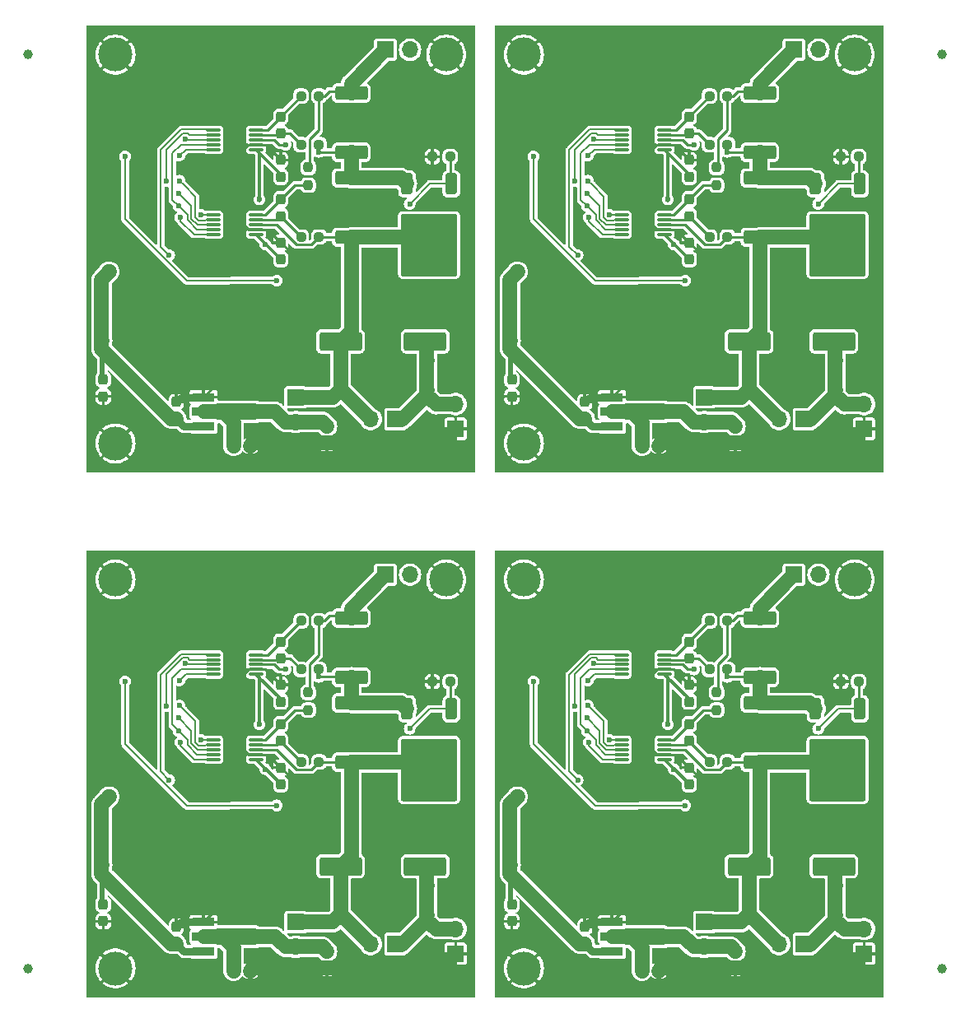
<source format=gtl>
G04 #@! TF.GenerationSoftware,KiCad,Pcbnew,(7.0.0-0)*
G04 #@! TF.CreationDate,2023-05-05T23:00:16+10:00*
G04 #@! TF.ProjectId,panel,70616e65-6c2e-46b6-9963-61645f706362,rev?*
G04 #@! TF.SameCoordinates,Original*
G04 #@! TF.FileFunction,Copper,L1,Top*
G04 #@! TF.FilePolarity,Positive*
%FSLAX46Y46*%
G04 Gerber Fmt 4.6, Leading zero omitted, Abs format (unit mm)*
G04 Created by KiCad (PCBNEW (7.0.0-0)) date 2023-05-05 23:00:16*
%MOMM*%
%LPD*%
G01*
G04 APERTURE LIST*
G04 Aperture macros list*
%AMRoundRect*
0 Rectangle with rounded corners*
0 $1 Rounding radius*
0 $2 $3 $4 $5 $6 $7 $8 $9 X,Y pos of 4 corners*
0 Add a 4 corners polygon primitive as box body*
4,1,4,$2,$3,$4,$5,$6,$7,$8,$9,$2,$3,0*
0 Add four circle primitives for the rounded corners*
1,1,$1+$1,$2,$3*
1,1,$1+$1,$4,$5*
1,1,$1+$1,$6,$7*
1,1,$1+$1,$8,$9*
0 Add four rect primitives between the rounded corners*
20,1,$1+$1,$2,$3,$4,$5,0*
20,1,$1+$1,$4,$5,$6,$7,0*
20,1,$1+$1,$6,$7,$8,$9,0*
20,1,$1+$1,$8,$9,$2,$3,0*%
%AMFreePoly0*
4,1,9,5.362500,-0.866500,1.237500,-0.866500,1.237500,-0.450000,-1.237500,-0.450000,-1.237500,0.450000,1.237500,0.450000,1.237500,0.866500,5.362500,0.866500,5.362500,-0.866500,5.362500,-0.866500,$1*%
G04 Aperture macros list end*
G04 #@! TA.AperFunction,SMDPad,CuDef*
%ADD10C,1.000000*%
G04 #@! TD*
G04 #@! TA.AperFunction,SMDPad,CuDef*
%ADD11RoundRect,0.075000X-0.650000X-0.075000X0.650000X-0.075000X0.650000X0.075000X-0.650000X0.075000X0*%
G04 #@! TD*
G04 #@! TA.AperFunction,SMDPad,CuDef*
%ADD12RoundRect,0.237500X-0.237500X0.300000X-0.237500X-0.300000X0.237500X-0.300000X0.237500X0.300000X0*%
G04 #@! TD*
G04 #@! TA.AperFunction,ComponentPad*
%ADD13R,1.700000X1.700000*%
G04 #@! TD*
G04 #@! TA.AperFunction,ComponentPad*
%ADD14O,1.700000X1.700000*%
G04 #@! TD*
G04 #@! TA.AperFunction,SMDPad,CuDef*
%ADD15RoundRect,0.237500X0.237500X-0.300000X0.237500X0.300000X-0.237500X0.300000X-0.237500X-0.300000X0*%
G04 #@! TD*
G04 #@! TA.AperFunction,SMDPad,CuDef*
%ADD16R,2.300000X0.900000*%
G04 #@! TD*
G04 #@! TA.AperFunction,SMDPad,CuDef*
%ADD17FreePoly0,0.000000*%
G04 #@! TD*
G04 #@! TA.AperFunction,SMDPad,CuDef*
%ADD18RoundRect,0.237500X-0.250000X-0.237500X0.250000X-0.237500X0.250000X0.237500X-0.250000X0.237500X0*%
G04 #@! TD*
G04 #@! TA.AperFunction,SMDPad,CuDef*
%ADD19RoundRect,0.250000X-1.950000X-0.700000X1.950000X-0.700000X1.950000X0.700000X-1.950000X0.700000X0*%
G04 #@! TD*
G04 #@! TA.AperFunction,SMDPad,CuDef*
%ADD20RoundRect,0.249999X1.425001X-0.450001X1.425001X0.450001X-1.425001X0.450001X-1.425001X-0.450001X0*%
G04 #@! TD*
G04 #@! TA.AperFunction,SMDPad,CuDef*
%ADD21RoundRect,0.250000X-0.350000X0.850000X-0.350000X-0.850000X0.350000X-0.850000X0.350000X0.850000X0*%
G04 #@! TD*
G04 #@! TA.AperFunction,SMDPad,CuDef*
%ADD22RoundRect,0.250000X-1.125000X1.275000X-1.125000X-1.275000X1.125000X-1.275000X1.125000X1.275000X0*%
G04 #@! TD*
G04 #@! TA.AperFunction,SMDPad,CuDef*
%ADD23RoundRect,0.249997X-2.650003X2.950003X-2.650003X-2.950003X2.650003X-2.950003X2.650003X2.950003X0*%
G04 #@! TD*
G04 #@! TA.AperFunction,SMDPad,CuDef*
%ADD24RoundRect,0.237500X0.237500X-0.250000X0.237500X0.250000X-0.237500X0.250000X-0.237500X-0.250000X0*%
G04 #@! TD*
G04 #@! TA.AperFunction,SMDPad,CuDef*
%ADD25RoundRect,0.237500X0.250000X0.237500X-0.250000X0.237500X-0.250000X-0.237500X0.250000X-0.237500X0*%
G04 #@! TD*
G04 #@! TA.AperFunction,SMDPad,CuDef*
%ADD26RoundRect,0.237500X-0.300000X-0.237500X0.300000X-0.237500X0.300000X0.237500X-0.300000X0.237500X0*%
G04 #@! TD*
G04 #@! TA.AperFunction,ComponentPad*
%ADD27C,2.600000*%
G04 #@! TD*
G04 #@! TA.AperFunction,ConnectorPad*
%ADD28C,3.500000*%
G04 #@! TD*
G04 #@! TA.AperFunction,ViaPad*
%ADD29C,0.600000*%
G04 #@! TD*
G04 #@! TA.AperFunction,ViaPad*
%ADD30C,0.800000*%
G04 #@! TD*
G04 #@! TA.AperFunction,Conductor*
%ADD31C,1.500000*%
G04 #@! TD*
G04 #@! TA.AperFunction,Conductor*
%ADD32C,0.304800*%
G04 #@! TD*
G04 #@! TA.AperFunction,Conductor*
%ADD33C,0.508000*%
G04 #@! TD*
G04 #@! TA.AperFunction,Conductor*
%ADD34C,0.762000*%
G04 #@! TD*
G04 #@! TA.AperFunction,Conductor*
%ADD35C,0.177800*%
G04 #@! TD*
G04 #@! TA.AperFunction,Conductor*
%ADD36C,0.254000*%
G04 #@! TD*
G04 #@! TA.AperFunction,Conductor*
%ADD37C,0.250000*%
G04 #@! TD*
G04 APERTURE END LIST*
D10*
X101500000Y-23000000D03*
D11*
X162550000Y-39500000D03*
X162550000Y-40000000D03*
X162550000Y-40500000D03*
X162550000Y-41000000D03*
X162550000Y-41500000D03*
X166950000Y-41500000D03*
X166950000Y-41000000D03*
X166950000Y-40500000D03*
X166950000Y-40000000D03*
X166950000Y-39500000D03*
X162550000Y-93500000D03*
X162550000Y-94000000D03*
X162550000Y-94500000D03*
X162550000Y-95000000D03*
X162550000Y-95500000D03*
X166950000Y-95500000D03*
X166950000Y-95000000D03*
X166950000Y-94500000D03*
X166950000Y-94000000D03*
X166950000Y-93500000D03*
X120550000Y-39500000D03*
X120550000Y-40000000D03*
X120550000Y-40500000D03*
X120550000Y-41000000D03*
X120550000Y-41500000D03*
X124950000Y-41500000D03*
X124950000Y-41000000D03*
X124950000Y-40500000D03*
X124950000Y-40000000D03*
X124950000Y-39500000D03*
X120550000Y-93500000D03*
X120550000Y-94000000D03*
X120550000Y-94500000D03*
X120550000Y-95000000D03*
X120550000Y-95500000D03*
X124950000Y-95500000D03*
X124950000Y-95000000D03*
X124950000Y-94500000D03*
X124950000Y-94000000D03*
X124950000Y-93500000D03*
X162550000Y-84750000D03*
X162550000Y-85250000D03*
X162550000Y-85750000D03*
X162550000Y-86250000D03*
X162550000Y-86750000D03*
X166950000Y-86750000D03*
X166950000Y-86250000D03*
X166950000Y-85750000D03*
X166950000Y-85250000D03*
X166950000Y-84750000D03*
X120550000Y-30750000D03*
X120550000Y-31250000D03*
X120550000Y-31750000D03*
X120550000Y-32250000D03*
X120550000Y-32750000D03*
X124950000Y-32750000D03*
X124950000Y-32250000D03*
X124950000Y-31750000D03*
X124950000Y-31250000D03*
X124950000Y-30750000D03*
X120550000Y-84750000D03*
X120550000Y-85250000D03*
X120550000Y-85750000D03*
X120550000Y-86250000D03*
X120550000Y-86750000D03*
X124950000Y-86750000D03*
X124950000Y-86250000D03*
X124950000Y-85750000D03*
X124950000Y-85250000D03*
X124950000Y-84750000D03*
X162550000Y-30750000D03*
X162550000Y-31250000D03*
X162550000Y-31750000D03*
X162550000Y-32250000D03*
X162550000Y-32750000D03*
X166950000Y-32750000D03*
X166950000Y-32250000D03*
X166950000Y-31750000D03*
X166950000Y-31250000D03*
X166950000Y-30750000D03*
D10*
X195500000Y-117000000D03*
D12*
X174250000Y-61250000D03*
X174250000Y-62975000D03*
X174250000Y-115250000D03*
X174250000Y-116975000D03*
X132250000Y-61250000D03*
X132250000Y-62975000D03*
X132250000Y-115250000D03*
X132250000Y-116975000D03*
D13*
X180249999Y-22499999D03*
D14*
X182789999Y-22499999D03*
D13*
X180249999Y-76499999D03*
D14*
X182789999Y-76499999D03*
D13*
X138249999Y-22499999D03*
D14*
X140789999Y-22499999D03*
D13*
X138249999Y-76499999D03*
D14*
X140789999Y-76499999D03*
D15*
X169500000Y-35562500D03*
X169500000Y-33837500D03*
X169500000Y-89562500D03*
X169500000Y-87837500D03*
X127500000Y-35562500D03*
X127500000Y-33837500D03*
X127500000Y-89562500D03*
X127500000Y-87837500D03*
D16*
X161549999Y-58249999D03*
D17*
X161637500Y-59750000D03*
D16*
X161549999Y-61249999D03*
X161549999Y-112249999D03*
D17*
X161637500Y-113750000D03*
D16*
X161549999Y-115249999D03*
X119549999Y-58249999D03*
D17*
X119637500Y-59750000D03*
D16*
X119549999Y-61249999D03*
X119549999Y-112249999D03*
D17*
X119637500Y-113750000D03*
D16*
X119549999Y-115249999D03*
D12*
X169500000Y-37887500D03*
X169500000Y-39612500D03*
X169500000Y-91887500D03*
X169500000Y-93612500D03*
X127500000Y-37887500D03*
X127500000Y-39612500D03*
X127500000Y-91887500D03*
X127500000Y-93612500D03*
D15*
X158750000Y-60462500D03*
X158750000Y-58737500D03*
X158750000Y-114462500D03*
X158750000Y-112737500D03*
X116750000Y-60462500D03*
X116750000Y-58737500D03*
X116750000Y-114462500D03*
X116750000Y-112737500D03*
D12*
X151250000Y-56440000D03*
X151250000Y-58165000D03*
X151250000Y-110440000D03*
X151250000Y-112165000D03*
X109250000Y-56440000D03*
X109250000Y-58165000D03*
X109250000Y-110440000D03*
X109250000Y-112165000D03*
D10*
X101500000Y-117000000D03*
D13*
X181274999Y-60499999D03*
D14*
X178734999Y-60499999D03*
D13*
X181274999Y-114499999D03*
D14*
X178734999Y-114499999D03*
D13*
X139274999Y-60499999D03*
D14*
X136734999Y-60499999D03*
D13*
X139274999Y-114499999D03*
D14*
X136734999Y-114499999D03*
D18*
X171587500Y-27250000D03*
X173412500Y-27250000D03*
X171587500Y-81250000D03*
X173412500Y-81250000D03*
X129587500Y-27250000D03*
X131412500Y-27250000D03*
X129587500Y-81250000D03*
X131412500Y-81250000D03*
X171587500Y-32250000D03*
X173412500Y-32250000D03*
X171587500Y-86250000D03*
X173412500Y-86250000D03*
X129587500Y-32250000D03*
X131412500Y-32250000D03*
X129587500Y-86250000D03*
X131412500Y-86250000D03*
D13*
X187474999Y-61499999D03*
D14*
X187474999Y-58959999D03*
D13*
X187474999Y-115499999D03*
D14*
X187474999Y-112959999D03*
D13*
X145474999Y-61499999D03*
D14*
X145474999Y-58959999D03*
D13*
X145474999Y-115499999D03*
D14*
X145474999Y-112959999D03*
D19*
X175650000Y-52500000D03*
X184350000Y-52500000D03*
X175650000Y-106500000D03*
X184350000Y-106500000D03*
X133650000Y-52500000D03*
X142350000Y-52500000D03*
X133650000Y-106500000D03*
X142350000Y-106500000D03*
D12*
X169500000Y-29387500D03*
X169500000Y-31112500D03*
X169500000Y-83387500D03*
X169500000Y-85112500D03*
X127500000Y-29387500D03*
X127500000Y-31112500D03*
X127500000Y-83387500D03*
X127500000Y-85112500D03*
D15*
X169500000Y-44062500D03*
X169500000Y-42337500D03*
X169500000Y-98062500D03*
X169500000Y-96337500D03*
X127500000Y-44062500D03*
X127500000Y-42337500D03*
X127500000Y-98062500D03*
X127500000Y-96337500D03*
D20*
X176750000Y-41800000D03*
X176750000Y-35700000D03*
X176750000Y-95800000D03*
X176750000Y-89700000D03*
X134750000Y-41800000D03*
X134750000Y-35700000D03*
X134750000Y-95800000D03*
X134750000Y-89700000D03*
D21*
X187030000Y-36300000D03*
D22*
X186275000Y-40925000D03*
X183225000Y-40925000D03*
D23*
X184750000Y-42600000D03*
D22*
X186275000Y-44275000D03*
X183225000Y-44275000D03*
D21*
X182470000Y-36300000D03*
X187030000Y-90300000D03*
D22*
X186275000Y-94925000D03*
X183225000Y-94925000D03*
D23*
X184750000Y-96600000D03*
D22*
X186275000Y-98275000D03*
X183225000Y-98275000D03*
D21*
X182470000Y-90300000D03*
X145030000Y-36300000D03*
D22*
X144275000Y-40925000D03*
X141225000Y-40925000D03*
D23*
X142750000Y-42600000D03*
D22*
X144275000Y-44275000D03*
X141225000Y-44275000D03*
D21*
X140470000Y-36300000D03*
X145030000Y-90300000D03*
D22*
X144275000Y-94925000D03*
X141225000Y-94925000D03*
D23*
X142750000Y-96600000D03*
D22*
X144275000Y-98275000D03*
X141225000Y-98275000D03*
D21*
X140470000Y-90300000D03*
D18*
X171587500Y-41750000D03*
X173412500Y-41750000D03*
X171587500Y-95750000D03*
X173412500Y-95750000D03*
X129587500Y-41750000D03*
X131412500Y-41750000D03*
X129587500Y-95750000D03*
X131412500Y-95750000D03*
D24*
X172320000Y-36432500D03*
X172320000Y-34607500D03*
X172320000Y-90432500D03*
X172320000Y-88607500D03*
X130320000Y-36432500D03*
X130320000Y-34607500D03*
X130320000Y-90432500D03*
X130320000Y-88607500D03*
D13*
X171024999Y-58249999D03*
D14*
X171024999Y-60789999D03*
D13*
X171024999Y-112249999D03*
D14*
X171024999Y-114789999D03*
D13*
X129024999Y-58249999D03*
D14*
X129024999Y-60789999D03*
D13*
X129024999Y-112249999D03*
D14*
X129024999Y-114789999D03*
D25*
X186912500Y-33500000D03*
X185087500Y-33500000D03*
X186912500Y-87500000D03*
X185087500Y-87500000D03*
X144912500Y-33500000D03*
X143087500Y-33500000D03*
X144912500Y-87500000D03*
X143087500Y-87500000D03*
D10*
X195500000Y-23000000D03*
D20*
X176750000Y-33050000D03*
X176750000Y-26950000D03*
X176750000Y-87050000D03*
X176750000Y-80950000D03*
X134750000Y-33050000D03*
X134750000Y-26950000D03*
X134750000Y-87050000D03*
X134750000Y-80950000D03*
D26*
X164637500Y-63250000D03*
X166362500Y-63250000D03*
X164637500Y-117250000D03*
X166362500Y-117250000D03*
X122637500Y-63250000D03*
X124362500Y-63250000D03*
X122637500Y-117250000D03*
X124362500Y-117250000D03*
D27*
X152500000Y-63000000D03*
D28*
X152500000Y-63000000D03*
D27*
X152500000Y-117000000D03*
D28*
X152500000Y-117000000D03*
D27*
X110500000Y-63000000D03*
D28*
X110500000Y-63000000D03*
D27*
X110500000Y-117000000D03*
D28*
X110500000Y-117000000D03*
D27*
X186500000Y-23000000D03*
D28*
X186500000Y-23000000D03*
D27*
X186500000Y-77000000D03*
D28*
X186500000Y-77000000D03*
D27*
X144500000Y-23000000D03*
D28*
X144500000Y-23000000D03*
D27*
X144500000Y-77000000D03*
D28*
X144500000Y-77000000D03*
D27*
X152500000Y-23000000D03*
D28*
X152500000Y-23000000D03*
D27*
X152500000Y-77000000D03*
D28*
X152500000Y-77000000D03*
D27*
X110500000Y-23000000D03*
D28*
X110500000Y-23000000D03*
D27*
X110500000Y-77000000D03*
D28*
X110500000Y-77000000D03*
D29*
X125910000Y-42510000D03*
X125300000Y-37900000D03*
D30*
X109070000Y-49370000D03*
X109070000Y-46580000D03*
X109070000Y-51010000D03*
X109140000Y-52400000D03*
X109790000Y-45340000D03*
X109070000Y-48130000D03*
D29*
X117685000Y-31655000D03*
X116960000Y-37240000D03*
X116020000Y-43620000D03*
X119290000Y-39500000D03*
X133500000Y-25000000D03*
X113560000Y-38520000D03*
X119500000Y-47500000D03*
X118500000Y-42250000D03*
X120000000Y-45500000D03*
X124500000Y-61500000D03*
X136500000Y-30000000D03*
X116500000Y-27000000D03*
X108000000Y-60000000D03*
X109250000Y-32250000D03*
X132500000Y-39000000D03*
X117000000Y-47000000D03*
X109000000Y-29250000D03*
X129500000Y-31000000D03*
X132500000Y-31250000D03*
X124500000Y-47500000D03*
X125000000Y-43750000D03*
X113320000Y-37510000D03*
X128000000Y-45500000D03*
X128500000Y-63000000D03*
X119500000Y-57000000D03*
X126400000Y-32800000D03*
X139500000Y-21000000D03*
X139500000Y-63000000D03*
X127500000Y-63000000D03*
X137500000Y-27000000D03*
X138500000Y-30000000D03*
X117500000Y-63500000D03*
X126500000Y-63000000D03*
X137500000Y-26000000D03*
X129000000Y-26000000D03*
X138500000Y-25000000D03*
X138500000Y-21000000D03*
X123000000Y-36500000D03*
X132750000Y-34250000D03*
X144000000Y-34500000D03*
X138500000Y-29000000D03*
X123500000Y-40000000D03*
X130000000Y-44500000D03*
X119250000Y-33750000D03*
X145000000Y-48000000D03*
X124000000Y-35500000D03*
X144000000Y-47000000D03*
X138500000Y-28000000D03*
X125500000Y-63000000D03*
X119250000Y-34750000D03*
X121500000Y-42500000D03*
X122000000Y-36500000D03*
X117000000Y-62500000D03*
X126000000Y-58000000D03*
X122000000Y-38500000D03*
X123500000Y-32000000D03*
X113500000Y-30000000D03*
X129000000Y-44500000D03*
X142500000Y-26000000D03*
X108000000Y-55000000D03*
X126250000Y-29250000D03*
X127000000Y-58000000D03*
X133500000Y-29000000D03*
X111000000Y-32250000D03*
X138500000Y-46000000D03*
X145000000Y-47000000D03*
X141000000Y-54500000D03*
X123500000Y-31000000D03*
X139500000Y-32000000D03*
X121000000Y-62500000D03*
X141000000Y-50000000D03*
X123000000Y-38500000D03*
X130500000Y-29000000D03*
X146000000Y-47000000D03*
X123500000Y-42000000D03*
X112250000Y-27000000D03*
X123500000Y-30000000D03*
X118500000Y-57000000D03*
X118250000Y-29250000D03*
X142500000Y-63000000D03*
X140500000Y-21000000D03*
X139500000Y-29000000D03*
X113500000Y-29000000D03*
X120500000Y-30000000D03*
X134500000Y-37000000D03*
X112500000Y-34750000D03*
X132000000Y-43500000D03*
X133500000Y-40000000D03*
X141000000Y-51000000D03*
X132000000Y-26000000D03*
X123500000Y-34000000D03*
X116000000Y-46000000D03*
X136500000Y-63000000D03*
X134500000Y-30000000D03*
X118500000Y-43500000D03*
X137500000Y-47000000D03*
X115000000Y-27000000D03*
X137500000Y-33000000D03*
X122500000Y-32000000D03*
X110500000Y-29500000D03*
X118000000Y-62500000D03*
X121500000Y-47500000D03*
X139500000Y-26000000D03*
X122500000Y-42000000D03*
X126500000Y-41500000D03*
X131500000Y-36750000D03*
X130500000Y-25000000D03*
X117500000Y-57000000D03*
X108500000Y-34000000D03*
X144000000Y-49000000D03*
X124500000Y-29500000D03*
X135500000Y-63000000D03*
X137500000Y-32000000D03*
X121000000Y-38500000D03*
X138500000Y-37000000D03*
X108000000Y-58000000D03*
X137500000Y-46000000D03*
X134500000Y-40000000D03*
X129500000Y-47000000D03*
X131500000Y-47000000D03*
X137500000Y-37000000D03*
X112500000Y-42250000D03*
X130000000Y-26000000D03*
X114630000Y-32120000D03*
X113500000Y-28000000D03*
X119250000Y-36750000D03*
X132000000Y-44500000D03*
X141000000Y-55500000D03*
X108500000Y-28000000D03*
X142500000Y-29000000D03*
X125000000Y-57500000D03*
X134500000Y-61000000D03*
X131500000Y-39000000D03*
X129000000Y-43500000D03*
X120000000Y-37500000D03*
X124000000Y-57500000D03*
X137500000Y-28000000D03*
X118750000Y-45500000D03*
X132500000Y-25000000D03*
X135500000Y-39000000D03*
X134000000Y-60000000D03*
X129500000Y-33750000D03*
X119500000Y-43500000D03*
X137500000Y-63000000D03*
X108500000Y-40000000D03*
X118500000Y-47500000D03*
X119250000Y-29000000D03*
X123000000Y-37500000D03*
X133500000Y-37000000D03*
X138500000Y-32000000D03*
X136500000Y-44000000D03*
X123000000Y-57500000D03*
X127500000Y-47500000D03*
X122000000Y-45500000D03*
X128750000Y-34250000D03*
X145500000Y-38000000D03*
X138500000Y-63000000D03*
X137500000Y-31000000D03*
X124500000Y-44750000D03*
X119500000Y-63500000D03*
X123250000Y-45500000D03*
X108500000Y-38500000D03*
X118000000Y-27000000D03*
X138500000Y-31000000D03*
X132500000Y-47000000D03*
X134500000Y-29000000D03*
X109840000Y-39820000D03*
X122000000Y-35500000D03*
X139500000Y-30000000D03*
X141000000Y-48000000D03*
X120500000Y-34500000D03*
X126500000Y-47500000D03*
X120500000Y-42500000D03*
X129500000Y-30000000D03*
X138500000Y-47000000D03*
X124000000Y-36500000D03*
X137500000Y-45000000D03*
X120500000Y-33500000D03*
X113500000Y-31000000D03*
X136500000Y-46000000D03*
X116250000Y-39750000D03*
X139500000Y-27000000D03*
X131000000Y-43500000D03*
X138500000Y-26000000D03*
X141000000Y-56500000D03*
X121000000Y-45500000D03*
X139000000Y-38500000D03*
X130500000Y-40000000D03*
X110750000Y-27000000D03*
X130500000Y-38000000D03*
X122500000Y-47500000D03*
X120500000Y-63500000D03*
X111000000Y-59500000D03*
X130000000Y-43500000D03*
X124250000Y-45500000D03*
X121500000Y-43500000D03*
X142500000Y-61000000D03*
X144000000Y-48000000D03*
X129500000Y-40000000D03*
X120000000Y-62500000D03*
X130500000Y-30000000D03*
X141500000Y-63000000D03*
X137500000Y-21000000D03*
X121000000Y-36500000D03*
X138500000Y-34000000D03*
X135500000Y-38000000D03*
X124500000Y-34000000D03*
X133500000Y-38000000D03*
X118250000Y-28000000D03*
X113500000Y-27000000D03*
X109250000Y-27000000D03*
X108500000Y-44500000D03*
X132500000Y-28250000D03*
X137500000Y-44000000D03*
X143500000Y-63000000D03*
X128250000Y-26750000D03*
X136500000Y-37000000D03*
X142500000Y-21000000D03*
X114500000Y-34750000D03*
X138500000Y-44000000D03*
X108500000Y-35500000D03*
X142500000Y-28000000D03*
X122500000Y-33000000D03*
X108000000Y-59000000D03*
X125500000Y-61500000D03*
X121500000Y-34000000D03*
X127000000Y-36750000D03*
X116000000Y-42250000D03*
X136500000Y-31000000D03*
X109750000Y-34750000D03*
X122500000Y-34000000D03*
X119250000Y-35750000D03*
X137500000Y-34000000D03*
X136500000Y-40000000D03*
X138500000Y-45000000D03*
X130000000Y-45500000D03*
X122500000Y-30000000D03*
X136500000Y-39000000D03*
X110000000Y-60000000D03*
X122000000Y-37500000D03*
X130500000Y-39000000D03*
X126000000Y-36000000D03*
X136500000Y-45000000D03*
X131500000Y-38000000D03*
X108000000Y-57000000D03*
X131000000Y-26000000D03*
X144000000Y-54500000D03*
X134500000Y-24000000D03*
X136500000Y-47000000D03*
X139500000Y-47000000D03*
X134500000Y-31000000D03*
X120500000Y-43500000D03*
X108750000Y-30250000D03*
X129500000Y-38000000D03*
X135500000Y-30000000D03*
X120000000Y-35500000D03*
X122500000Y-40000000D03*
X123500000Y-33000000D03*
X109470000Y-37290000D03*
X126000000Y-35000000D03*
X136500000Y-21000000D03*
X140500000Y-63000000D03*
X122500000Y-31000000D03*
X120500000Y-47500000D03*
X113000000Y-45000000D03*
X114400000Y-39760000D03*
X136500000Y-29000000D03*
X134500000Y-63000000D03*
X130500000Y-47000000D03*
X131000000Y-44500000D03*
X141500000Y-21000000D03*
X133500000Y-31000000D03*
X117210000Y-34760000D03*
X120000000Y-36500000D03*
X142500000Y-25000000D03*
X126000000Y-37000000D03*
X133500000Y-30000000D03*
X142500000Y-27000000D03*
X135500000Y-40000000D03*
X132500000Y-35750000D03*
X121500000Y-29500000D03*
X123500000Y-41000000D03*
X117000000Y-42250000D03*
X108500000Y-37000000D03*
X131500000Y-35750000D03*
X135500000Y-29000000D03*
X111000000Y-46500000D03*
X118500000Y-63500000D03*
X123000000Y-35500000D03*
X119500000Y-38500000D03*
X122000000Y-57500000D03*
X119500000Y-42500000D03*
X131000000Y-45500000D03*
X134500000Y-38000000D03*
X132500000Y-29250000D03*
X138500000Y-27000000D03*
X119500000Y-30000000D03*
X144000000Y-50000000D03*
X121000000Y-37500000D03*
X124000000Y-37500000D03*
X112000000Y-29500000D03*
X121000000Y-35500000D03*
X129000000Y-45500000D03*
X132500000Y-36750000D03*
X144000000Y-51000000D03*
X142500000Y-31000000D03*
X108000000Y-56000000D03*
X119000000Y-62500000D03*
X139500000Y-31000000D03*
X141000000Y-47000000D03*
X139500000Y-25000000D03*
X125500000Y-47000000D03*
X130500000Y-63000000D03*
X122500000Y-41000000D03*
X136500000Y-38000000D03*
X113500000Y-32000000D03*
X132500000Y-38000000D03*
X132000000Y-45500000D03*
X141000000Y-49000000D03*
X116500000Y-57000000D03*
X109420000Y-42350000D03*
X129500000Y-63000000D03*
X120250000Y-29000000D03*
X125500000Y-29500000D03*
X138500000Y-33000000D03*
X135500000Y-31000000D03*
X133000000Y-45000000D03*
X128500000Y-30000000D03*
X116750000Y-29500000D03*
X134500000Y-39000000D03*
X115250000Y-29500000D03*
X108500000Y-43000000D03*
X133500000Y-39000000D03*
X126500000Y-61500000D03*
X142500000Y-32000000D03*
X128750000Y-35250000D03*
X109000000Y-60000000D03*
X108500000Y-41500000D03*
X126500000Y-45000000D03*
X133000000Y-43500000D03*
X132500000Y-30250000D03*
X108750000Y-31250000D03*
X139500000Y-28000000D03*
X142500000Y-30000000D03*
X123500000Y-47500000D03*
X120500000Y-57000000D03*
X131500000Y-25000000D03*
X129500000Y-29000000D03*
X129500000Y-25000000D03*
X144500000Y-38000000D03*
X135500000Y-37000000D03*
X111490000Y-33470000D03*
X140750000Y-38350000D03*
X127080000Y-46240000D03*
X116980000Y-38580000D03*
X117080000Y-35970000D03*
X115742700Y-36000000D03*
D30*
X143475000Y-58950000D03*
X142550000Y-57525000D03*
X142525000Y-54450000D03*
X142525000Y-52500000D03*
X142500000Y-56025000D03*
D29*
X117050000Y-33390000D03*
X117160000Y-39730000D03*
X128000000Y-32250000D03*
X131410000Y-33010000D03*
X167910000Y-42510000D03*
X167300000Y-37900000D03*
D30*
X151070000Y-49370000D03*
X151070000Y-46580000D03*
X151070000Y-51010000D03*
X151140000Y-52400000D03*
X151790000Y-45340000D03*
X151070000Y-48130000D03*
D29*
X159685000Y-31655000D03*
X158960000Y-37240000D03*
X158020000Y-43620000D03*
X161290000Y-39500000D03*
X175500000Y-25000000D03*
X155560000Y-38520000D03*
X161500000Y-47500000D03*
X160500000Y-42250000D03*
X162000000Y-45500000D03*
X166500000Y-61500000D03*
X178500000Y-30000000D03*
X158500000Y-27000000D03*
X150000000Y-60000000D03*
X151250000Y-32250000D03*
X174500000Y-39000000D03*
X159000000Y-47000000D03*
X151000000Y-29250000D03*
X171500000Y-31000000D03*
X174500000Y-31250000D03*
X166500000Y-47500000D03*
X167000000Y-43750000D03*
X155320000Y-37510000D03*
X170000000Y-45500000D03*
X170500000Y-63000000D03*
X161500000Y-57000000D03*
X168400000Y-32800000D03*
X181500000Y-21000000D03*
X181500000Y-63000000D03*
X169500000Y-63000000D03*
X179500000Y-27000000D03*
X180500000Y-30000000D03*
X159500000Y-63500000D03*
X168500000Y-63000000D03*
X179500000Y-26000000D03*
X171000000Y-26000000D03*
X180500000Y-25000000D03*
X180500000Y-21000000D03*
X165000000Y-36500000D03*
X174750000Y-34250000D03*
X186000000Y-34500000D03*
X180500000Y-29000000D03*
X165500000Y-40000000D03*
X172000000Y-44500000D03*
X161250000Y-33750000D03*
X187000000Y-48000000D03*
X166000000Y-35500000D03*
X186000000Y-47000000D03*
X180500000Y-28000000D03*
X167500000Y-63000000D03*
X161250000Y-34750000D03*
X163500000Y-42500000D03*
X164000000Y-36500000D03*
X159000000Y-62500000D03*
X168000000Y-58000000D03*
X164000000Y-38500000D03*
X165500000Y-32000000D03*
X155500000Y-30000000D03*
X171000000Y-44500000D03*
X184500000Y-26000000D03*
X150000000Y-55000000D03*
X168250000Y-29250000D03*
X169000000Y-58000000D03*
X175500000Y-29000000D03*
X153000000Y-32250000D03*
X180500000Y-46000000D03*
X187000000Y-47000000D03*
X183000000Y-54500000D03*
X165500000Y-31000000D03*
X181500000Y-32000000D03*
X163000000Y-62500000D03*
X183000000Y-50000000D03*
X165000000Y-38500000D03*
X172500000Y-29000000D03*
X188000000Y-47000000D03*
X165500000Y-42000000D03*
X154250000Y-27000000D03*
X165500000Y-30000000D03*
X160500000Y-57000000D03*
X160250000Y-29250000D03*
X184500000Y-63000000D03*
X182500000Y-21000000D03*
X181500000Y-29000000D03*
X155500000Y-29000000D03*
X162500000Y-30000000D03*
X176500000Y-37000000D03*
X154500000Y-34750000D03*
X174000000Y-43500000D03*
X175500000Y-40000000D03*
X183000000Y-51000000D03*
X174000000Y-26000000D03*
X165500000Y-34000000D03*
X158000000Y-46000000D03*
X178500000Y-63000000D03*
X176500000Y-30000000D03*
X160500000Y-43500000D03*
X179500000Y-47000000D03*
X157000000Y-27000000D03*
X179500000Y-33000000D03*
X164500000Y-32000000D03*
X152500000Y-29500000D03*
X160000000Y-62500000D03*
X163500000Y-47500000D03*
X181500000Y-26000000D03*
X164500000Y-42000000D03*
X168500000Y-41500000D03*
X173500000Y-36750000D03*
X172500000Y-25000000D03*
X159500000Y-57000000D03*
X150500000Y-34000000D03*
X186000000Y-49000000D03*
X166500000Y-29500000D03*
X177500000Y-63000000D03*
X179500000Y-32000000D03*
X163000000Y-38500000D03*
X180500000Y-37000000D03*
X150000000Y-58000000D03*
X179500000Y-46000000D03*
X176500000Y-40000000D03*
X171500000Y-47000000D03*
X173500000Y-47000000D03*
X179500000Y-37000000D03*
X154500000Y-42250000D03*
X172000000Y-26000000D03*
X156630000Y-32120000D03*
X155500000Y-28000000D03*
X161250000Y-36750000D03*
X174000000Y-44500000D03*
X183000000Y-55500000D03*
X150500000Y-28000000D03*
X184500000Y-29000000D03*
X167000000Y-57500000D03*
X176500000Y-61000000D03*
X173500000Y-39000000D03*
X171000000Y-43500000D03*
X162000000Y-37500000D03*
X166000000Y-57500000D03*
X179500000Y-28000000D03*
X160750000Y-45500000D03*
X174500000Y-25000000D03*
X177500000Y-39000000D03*
X176000000Y-60000000D03*
X171500000Y-33750000D03*
X161500000Y-43500000D03*
X179500000Y-63000000D03*
X150500000Y-40000000D03*
X160500000Y-47500000D03*
X161250000Y-29000000D03*
X165000000Y-37500000D03*
X175500000Y-37000000D03*
X180500000Y-32000000D03*
X178500000Y-44000000D03*
X165000000Y-57500000D03*
X169500000Y-47500000D03*
X164000000Y-45500000D03*
X170750000Y-34250000D03*
X187500000Y-38000000D03*
X180500000Y-63000000D03*
X179500000Y-31000000D03*
X166500000Y-44750000D03*
X161500000Y-63500000D03*
X165250000Y-45500000D03*
X150500000Y-38500000D03*
X160000000Y-27000000D03*
X180500000Y-31000000D03*
X174500000Y-47000000D03*
X176500000Y-29000000D03*
X151840000Y-39820000D03*
X164000000Y-35500000D03*
X181500000Y-30000000D03*
X183000000Y-48000000D03*
X162500000Y-34500000D03*
X168500000Y-47500000D03*
X162500000Y-42500000D03*
X171500000Y-30000000D03*
X180500000Y-47000000D03*
X166000000Y-36500000D03*
X179500000Y-45000000D03*
X162500000Y-33500000D03*
X155500000Y-31000000D03*
X178500000Y-46000000D03*
X158250000Y-39750000D03*
X181500000Y-27000000D03*
X173000000Y-43500000D03*
X180500000Y-26000000D03*
X183000000Y-56500000D03*
X163000000Y-45500000D03*
X181000000Y-38500000D03*
X172500000Y-40000000D03*
X152750000Y-27000000D03*
X172500000Y-38000000D03*
X164500000Y-47500000D03*
X162500000Y-63500000D03*
X153000000Y-59500000D03*
X172000000Y-43500000D03*
X166250000Y-45500000D03*
X163500000Y-43500000D03*
X184500000Y-61000000D03*
X186000000Y-48000000D03*
X171500000Y-40000000D03*
X162000000Y-62500000D03*
X172500000Y-30000000D03*
X183500000Y-63000000D03*
X179500000Y-21000000D03*
X163000000Y-36500000D03*
X180500000Y-34000000D03*
X177500000Y-38000000D03*
X166500000Y-34000000D03*
X175500000Y-38000000D03*
X160250000Y-28000000D03*
X155500000Y-27000000D03*
X151250000Y-27000000D03*
X150500000Y-44500000D03*
X174500000Y-28250000D03*
X179500000Y-44000000D03*
X185500000Y-63000000D03*
X170250000Y-26750000D03*
X178500000Y-37000000D03*
X184500000Y-21000000D03*
X156500000Y-34750000D03*
X180500000Y-44000000D03*
X150500000Y-35500000D03*
X184500000Y-28000000D03*
X164500000Y-33000000D03*
X150000000Y-59000000D03*
X167500000Y-61500000D03*
X163500000Y-34000000D03*
X169000000Y-36750000D03*
X158000000Y-42250000D03*
X178500000Y-31000000D03*
X151750000Y-34750000D03*
X164500000Y-34000000D03*
X161250000Y-35750000D03*
X179500000Y-34000000D03*
X178500000Y-40000000D03*
X180500000Y-45000000D03*
X172000000Y-45500000D03*
X164500000Y-30000000D03*
X178500000Y-39000000D03*
X152000000Y-60000000D03*
X164000000Y-37500000D03*
X172500000Y-39000000D03*
X168000000Y-36000000D03*
X178500000Y-45000000D03*
X173500000Y-38000000D03*
X150000000Y-57000000D03*
X173000000Y-26000000D03*
X186000000Y-54500000D03*
X176500000Y-24000000D03*
X178500000Y-47000000D03*
X181500000Y-47000000D03*
X176500000Y-31000000D03*
X162500000Y-43500000D03*
X150750000Y-30250000D03*
X171500000Y-38000000D03*
X177500000Y-30000000D03*
X162000000Y-35500000D03*
X164500000Y-40000000D03*
X165500000Y-33000000D03*
X151470000Y-37290000D03*
X168000000Y-35000000D03*
X178500000Y-21000000D03*
X182500000Y-63000000D03*
X164500000Y-31000000D03*
X162500000Y-47500000D03*
X155000000Y-45000000D03*
X156400000Y-39760000D03*
X178500000Y-29000000D03*
X176500000Y-63000000D03*
X172500000Y-47000000D03*
X173000000Y-44500000D03*
X183500000Y-21000000D03*
X175500000Y-31000000D03*
X159210000Y-34760000D03*
X162000000Y-36500000D03*
X184500000Y-25000000D03*
X168000000Y-37000000D03*
X175500000Y-30000000D03*
X184500000Y-27000000D03*
X177500000Y-40000000D03*
X174500000Y-35750000D03*
X163500000Y-29500000D03*
X165500000Y-41000000D03*
X159000000Y-42250000D03*
X150500000Y-37000000D03*
X173500000Y-35750000D03*
X177500000Y-29000000D03*
X153000000Y-46500000D03*
X160500000Y-63500000D03*
X165000000Y-35500000D03*
X161500000Y-38500000D03*
X164000000Y-57500000D03*
X161500000Y-42500000D03*
X173000000Y-45500000D03*
X176500000Y-38000000D03*
X174500000Y-29250000D03*
X180500000Y-27000000D03*
X161500000Y-30000000D03*
X186000000Y-50000000D03*
X163000000Y-37500000D03*
X166000000Y-37500000D03*
X154000000Y-29500000D03*
X163000000Y-35500000D03*
X171000000Y-45500000D03*
X174500000Y-36750000D03*
X186000000Y-51000000D03*
X184500000Y-31000000D03*
X150000000Y-56000000D03*
X161000000Y-62500000D03*
X181500000Y-31000000D03*
X183000000Y-47000000D03*
X181500000Y-25000000D03*
X167500000Y-47000000D03*
X172500000Y-63000000D03*
X164500000Y-41000000D03*
X178500000Y-38000000D03*
X155500000Y-32000000D03*
X174500000Y-38000000D03*
X174000000Y-45500000D03*
X183000000Y-49000000D03*
X158500000Y-57000000D03*
X151420000Y-42350000D03*
X171500000Y-63000000D03*
X162250000Y-29000000D03*
X167500000Y-29500000D03*
X180500000Y-33000000D03*
X177500000Y-31000000D03*
X175000000Y-45000000D03*
X170500000Y-30000000D03*
X158750000Y-29500000D03*
X176500000Y-39000000D03*
X157250000Y-29500000D03*
X150500000Y-43000000D03*
X175500000Y-39000000D03*
X168500000Y-61500000D03*
X184500000Y-32000000D03*
X170750000Y-35250000D03*
X151000000Y-60000000D03*
X150500000Y-41500000D03*
X168500000Y-45000000D03*
X175000000Y-43500000D03*
X174500000Y-30250000D03*
X150750000Y-31250000D03*
X181500000Y-28000000D03*
X184500000Y-30000000D03*
X165500000Y-47500000D03*
X162500000Y-57000000D03*
X173500000Y-25000000D03*
X171500000Y-29000000D03*
X171500000Y-25000000D03*
X186500000Y-38000000D03*
X177500000Y-37000000D03*
X153490000Y-33470000D03*
X182750000Y-38350000D03*
X169080000Y-46240000D03*
X158980000Y-38580000D03*
X159080000Y-35970000D03*
X157742700Y-36000000D03*
D30*
X185475000Y-58950000D03*
X184550000Y-57525000D03*
X184525000Y-54450000D03*
X184525000Y-52500000D03*
X184500000Y-56025000D03*
D29*
X159050000Y-33390000D03*
X159160000Y-39730000D03*
X170000000Y-32250000D03*
X173410000Y-33010000D03*
X125910000Y-96510000D03*
X125300000Y-91900000D03*
D30*
X109070000Y-103370000D03*
X109070000Y-100580000D03*
X109070000Y-105010000D03*
X109140000Y-106400000D03*
X109790000Y-99340000D03*
X109070000Y-102130000D03*
D29*
X117685000Y-85655000D03*
X116960000Y-91240000D03*
X116020000Y-97620000D03*
X119290000Y-93500000D03*
X133500000Y-79000000D03*
X113560000Y-92520000D03*
X119500000Y-101500000D03*
X118500000Y-96250000D03*
X120000000Y-99500000D03*
X124500000Y-115500000D03*
X136500000Y-84000000D03*
X116500000Y-81000000D03*
X108000000Y-114000000D03*
X109250000Y-86250000D03*
X132500000Y-93000000D03*
X117000000Y-101000000D03*
X109000000Y-83250000D03*
X129500000Y-85000000D03*
X132500000Y-85250000D03*
X124500000Y-101500000D03*
X125000000Y-97750000D03*
X113320000Y-91510000D03*
X128000000Y-99500000D03*
X128500000Y-117000000D03*
X119500000Y-111000000D03*
X126400000Y-86800000D03*
X139500000Y-75000000D03*
X139500000Y-117000000D03*
X127500000Y-117000000D03*
X137500000Y-81000000D03*
X138500000Y-84000000D03*
X117500000Y-117500000D03*
X126500000Y-117000000D03*
X137500000Y-80000000D03*
X129000000Y-80000000D03*
X138500000Y-79000000D03*
X138500000Y-75000000D03*
X123000000Y-90500000D03*
X132750000Y-88250000D03*
X144000000Y-88500000D03*
X138500000Y-83000000D03*
X123500000Y-94000000D03*
X130000000Y-98500000D03*
X119250000Y-87750000D03*
X145000000Y-102000000D03*
X124000000Y-89500000D03*
X144000000Y-101000000D03*
X138500000Y-82000000D03*
X125500000Y-117000000D03*
X119250000Y-88750000D03*
X121500000Y-96500000D03*
X122000000Y-90500000D03*
X117000000Y-116500000D03*
X126000000Y-112000000D03*
X122000000Y-92500000D03*
X123500000Y-86000000D03*
X113500000Y-84000000D03*
X129000000Y-98500000D03*
X142500000Y-80000000D03*
X108000000Y-109000000D03*
X126250000Y-83250000D03*
X127000000Y-112000000D03*
X133500000Y-83000000D03*
X111000000Y-86250000D03*
X138500000Y-100000000D03*
X145000000Y-101000000D03*
X141000000Y-108500000D03*
X123500000Y-85000000D03*
X139500000Y-86000000D03*
X121000000Y-116500000D03*
X141000000Y-104000000D03*
X123000000Y-92500000D03*
X130500000Y-83000000D03*
X146000000Y-101000000D03*
X123500000Y-96000000D03*
X112250000Y-81000000D03*
X123500000Y-84000000D03*
X118500000Y-111000000D03*
X118250000Y-83250000D03*
X142500000Y-117000000D03*
X140500000Y-75000000D03*
X139500000Y-83000000D03*
X113500000Y-83000000D03*
X120500000Y-84000000D03*
X134500000Y-91000000D03*
X112500000Y-88750000D03*
X132000000Y-97500000D03*
X133500000Y-94000000D03*
X141000000Y-105000000D03*
X132000000Y-80000000D03*
X123500000Y-88000000D03*
X116000000Y-100000000D03*
X136500000Y-117000000D03*
X134500000Y-84000000D03*
X118500000Y-97500000D03*
X137500000Y-101000000D03*
X115000000Y-81000000D03*
X137500000Y-87000000D03*
X122500000Y-86000000D03*
X110500000Y-83500000D03*
X118000000Y-116500000D03*
X121500000Y-101500000D03*
X139500000Y-80000000D03*
X122500000Y-96000000D03*
X126500000Y-95500000D03*
X131500000Y-90750000D03*
X130500000Y-79000000D03*
X117500000Y-111000000D03*
X108500000Y-88000000D03*
X144000000Y-103000000D03*
X124500000Y-83500000D03*
X135500000Y-117000000D03*
X137500000Y-86000000D03*
X121000000Y-92500000D03*
X138500000Y-91000000D03*
X108000000Y-112000000D03*
X137500000Y-100000000D03*
X134500000Y-94000000D03*
X129500000Y-101000000D03*
X131500000Y-101000000D03*
X137500000Y-91000000D03*
X112500000Y-96250000D03*
X130000000Y-80000000D03*
X114630000Y-86120000D03*
X113500000Y-82000000D03*
X119250000Y-90750000D03*
X132000000Y-98500000D03*
X141000000Y-109500000D03*
X108500000Y-82000000D03*
X142500000Y-83000000D03*
X125000000Y-111500000D03*
X134500000Y-115000000D03*
X131500000Y-93000000D03*
X129000000Y-97500000D03*
X120000000Y-91500000D03*
X124000000Y-111500000D03*
X137500000Y-82000000D03*
X118750000Y-99500000D03*
X132500000Y-79000000D03*
X135500000Y-93000000D03*
X134000000Y-114000000D03*
X129500000Y-87750000D03*
X119500000Y-97500000D03*
X137500000Y-117000000D03*
X108500000Y-94000000D03*
X118500000Y-101500000D03*
X119250000Y-83000000D03*
X123000000Y-91500000D03*
X133500000Y-91000000D03*
X138500000Y-86000000D03*
X136500000Y-98000000D03*
X123000000Y-111500000D03*
X127500000Y-101500000D03*
X122000000Y-99500000D03*
X128750000Y-88250000D03*
X145500000Y-92000000D03*
X138500000Y-117000000D03*
X137500000Y-85000000D03*
X124500000Y-98750000D03*
X119500000Y-117500000D03*
X123250000Y-99500000D03*
X108500000Y-92500000D03*
X118000000Y-81000000D03*
X138500000Y-85000000D03*
X132500000Y-101000000D03*
X134500000Y-83000000D03*
X109840000Y-93820000D03*
X122000000Y-89500000D03*
X139500000Y-84000000D03*
X141000000Y-102000000D03*
X120500000Y-88500000D03*
X126500000Y-101500000D03*
X120500000Y-96500000D03*
X129500000Y-84000000D03*
X138500000Y-101000000D03*
X124000000Y-90500000D03*
X137500000Y-99000000D03*
X120500000Y-87500000D03*
X113500000Y-85000000D03*
X136500000Y-100000000D03*
X116250000Y-93750000D03*
X139500000Y-81000000D03*
X131000000Y-97500000D03*
X138500000Y-80000000D03*
X141000000Y-110500000D03*
X121000000Y-99500000D03*
X139000000Y-92500000D03*
X130500000Y-94000000D03*
X110750000Y-81000000D03*
X130500000Y-92000000D03*
X122500000Y-101500000D03*
X120500000Y-117500000D03*
X111000000Y-113500000D03*
X130000000Y-97500000D03*
X124250000Y-99500000D03*
X121500000Y-97500000D03*
X142500000Y-115000000D03*
X144000000Y-102000000D03*
X129500000Y-94000000D03*
X120000000Y-116500000D03*
X130500000Y-84000000D03*
X141500000Y-117000000D03*
X137500000Y-75000000D03*
X121000000Y-90500000D03*
X138500000Y-88000000D03*
X135500000Y-92000000D03*
X124500000Y-88000000D03*
X133500000Y-92000000D03*
X118250000Y-82000000D03*
X113500000Y-81000000D03*
X109250000Y-81000000D03*
X108500000Y-98500000D03*
X132500000Y-82250000D03*
X137500000Y-98000000D03*
X143500000Y-117000000D03*
X128250000Y-80750000D03*
X136500000Y-91000000D03*
X142500000Y-75000000D03*
X114500000Y-88750000D03*
X138500000Y-98000000D03*
X108500000Y-89500000D03*
X142500000Y-82000000D03*
X122500000Y-87000000D03*
X108000000Y-113000000D03*
X125500000Y-115500000D03*
X121500000Y-88000000D03*
X127000000Y-90750000D03*
X116000000Y-96250000D03*
X136500000Y-85000000D03*
X109750000Y-88750000D03*
X122500000Y-88000000D03*
X119250000Y-89750000D03*
X137500000Y-88000000D03*
X136500000Y-94000000D03*
X138500000Y-99000000D03*
X130000000Y-99500000D03*
X122500000Y-84000000D03*
X136500000Y-93000000D03*
X110000000Y-114000000D03*
X122000000Y-91500000D03*
X130500000Y-93000000D03*
X126000000Y-90000000D03*
X136500000Y-99000000D03*
X131500000Y-92000000D03*
X108000000Y-111000000D03*
X131000000Y-80000000D03*
X144000000Y-108500000D03*
X134500000Y-78000000D03*
X136500000Y-101000000D03*
X139500000Y-101000000D03*
X134500000Y-85000000D03*
X120500000Y-97500000D03*
X108750000Y-84250000D03*
X129500000Y-92000000D03*
X135500000Y-84000000D03*
X120000000Y-89500000D03*
X122500000Y-94000000D03*
X123500000Y-87000000D03*
X109470000Y-91290000D03*
X126000000Y-89000000D03*
X136500000Y-75000000D03*
X140500000Y-117000000D03*
X122500000Y-85000000D03*
X120500000Y-101500000D03*
X113000000Y-99000000D03*
X114400000Y-93760000D03*
X136500000Y-83000000D03*
X134500000Y-117000000D03*
X130500000Y-101000000D03*
X131000000Y-98500000D03*
X141500000Y-75000000D03*
X133500000Y-85000000D03*
X117210000Y-88760000D03*
X120000000Y-90500000D03*
X142500000Y-79000000D03*
X126000000Y-91000000D03*
X133500000Y-84000000D03*
X142500000Y-81000000D03*
X135500000Y-94000000D03*
X132500000Y-89750000D03*
X121500000Y-83500000D03*
X123500000Y-95000000D03*
X117000000Y-96250000D03*
X108500000Y-91000000D03*
X131500000Y-89750000D03*
X135500000Y-83000000D03*
X111000000Y-100500000D03*
X118500000Y-117500000D03*
X123000000Y-89500000D03*
X119500000Y-92500000D03*
X122000000Y-111500000D03*
X119500000Y-96500000D03*
X131000000Y-99500000D03*
X134500000Y-92000000D03*
X132500000Y-83250000D03*
X138500000Y-81000000D03*
X119500000Y-84000000D03*
X144000000Y-104000000D03*
X121000000Y-91500000D03*
X124000000Y-91500000D03*
X112000000Y-83500000D03*
X121000000Y-89500000D03*
X129000000Y-99500000D03*
X132500000Y-90750000D03*
X144000000Y-105000000D03*
X142500000Y-85000000D03*
X108000000Y-110000000D03*
X119000000Y-116500000D03*
X139500000Y-85000000D03*
X141000000Y-101000000D03*
X139500000Y-79000000D03*
X125500000Y-101000000D03*
X130500000Y-117000000D03*
X122500000Y-95000000D03*
X136500000Y-92000000D03*
X113500000Y-86000000D03*
X132500000Y-92000000D03*
X132000000Y-99500000D03*
X141000000Y-103000000D03*
X116500000Y-111000000D03*
X109420000Y-96350000D03*
X129500000Y-117000000D03*
X120250000Y-83000000D03*
X125500000Y-83500000D03*
X138500000Y-87000000D03*
X135500000Y-85000000D03*
X133000000Y-99000000D03*
X128500000Y-84000000D03*
X116750000Y-83500000D03*
X134500000Y-93000000D03*
X115250000Y-83500000D03*
X108500000Y-97000000D03*
X133500000Y-93000000D03*
X126500000Y-115500000D03*
X142500000Y-86000000D03*
X128750000Y-89250000D03*
X109000000Y-114000000D03*
X108500000Y-95500000D03*
X126500000Y-99000000D03*
X133000000Y-97500000D03*
X132500000Y-84250000D03*
X108750000Y-85250000D03*
X139500000Y-82000000D03*
X142500000Y-84000000D03*
X123500000Y-101500000D03*
X120500000Y-111000000D03*
X131500000Y-79000000D03*
X129500000Y-83000000D03*
X129500000Y-79000000D03*
X144500000Y-92000000D03*
X135500000Y-91000000D03*
X111490000Y-87470000D03*
X140750000Y-92350000D03*
X127080000Y-100240000D03*
X116980000Y-92580000D03*
X117080000Y-89970000D03*
X115742700Y-90000000D03*
D30*
X143475000Y-112950000D03*
X142550000Y-111525000D03*
X142525000Y-108450000D03*
X142525000Y-106500000D03*
X142500000Y-110025000D03*
D29*
X117050000Y-87390000D03*
X117160000Y-93730000D03*
X128000000Y-86250000D03*
X131410000Y-87010000D03*
X167910000Y-96510000D03*
X167300000Y-91900000D03*
D30*
X151070000Y-103370000D03*
X151070000Y-100580000D03*
X151070000Y-105010000D03*
X151140000Y-106400000D03*
X151790000Y-99340000D03*
X151070000Y-102130000D03*
D29*
X159685000Y-85655000D03*
X158960000Y-91240000D03*
X158020000Y-97620000D03*
X161290000Y-93500000D03*
X175500000Y-79000000D03*
X155560000Y-92520000D03*
X161500000Y-101500000D03*
X160500000Y-96250000D03*
X162000000Y-99500000D03*
X166500000Y-115500000D03*
X178500000Y-84000000D03*
X158500000Y-81000000D03*
X150000000Y-114000000D03*
X151250000Y-86250000D03*
X174500000Y-93000000D03*
X159000000Y-101000000D03*
X151000000Y-83250000D03*
X171500000Y-85000000D03*
X174500000Y-85250000D03*
X166500000Y-101500000D03*
X167000000Y-97750000D03*
X155320000Y-91510000D03*
X170000000Y-99500000D03*
X170500000Y-117000000D03*
X161500000Y-111000000D03*
X168400000Y-86800000D03*
X181500000Y-75000000D03*
X181500000Y-117000000D03*
X169500000Y-117000000D03*
X179500000Y-81000000D03*
X180500000Y-84000000D03*
X159500000Y-117500000D03*
X168500000Y-117000000D03*
X179500000Y-80000000D03*
X171000000Y-80000000D03*
X180500000Y-79000000D03*
X180500000Y-75000000D03*
X165000000Y-90500000D03*
X174750000Y-88250000D03*
X186000000Y-88500000D03*
X180500000Y-83000000D03*
X165500000Y-94000000D03*
X172000000Y-98500000D03*
X161250000Y-87750000D03*
X187000000Y-102000000D03*
X166000000Y-89500000D03*
X186000000Y-101000000D03*
X180500000Y-82000000D03*
X167500000Y-117000000D03*
X161250000Y-88750000D03*
X163500000Y-96500000D03*
X164000000Y-90500000D03*
X159000000Y-116500000D03*
X168000000Y-112000000D03*
X164000000Y-92500000D03*
X165500000Y-86000000D03*
X155500000Y-84000000D03*
X171000000Y-98500000D03*
X184500000Y-80000000D03*
X150000000Y-109000000D03*
X168250000Y-83250000D03*
X169000000Y-112000000D03*
X175500000Y-83000000D03*
X153000000Y-86250000D03*
X180500000Y-100000000D03*
X187000000Y-101000000D03*
X183000000Y-108500000D03*
X165500000Y-85000000D03*
X181500000Y-86000000D03*
X163000000Y-116500000D03*
X183000000Y-104000000D03*
X165000000Y-92500000D03*
X172500000Y-83000000D03*
X188000000Y-101000000D03*
X165500000Y-96000000D03*
X154250000Y-81000000D03*
X165500000Y-84000000D03*
X160500000Y-111000000D03*
X160250000Y-83250000D03*
X184500000Y-117000000D03*
X182500000Y-75000000D03*
X181500000Y-83000000D03*
X155500000Y-83000000D03*
X162500000Y-84000000D03*
X176500000Y-91000000D03*
X154500000Y-88750000D03*
X174000000Y-97500000D03*
X175500000Y-94000000D03*
X183000000Y-105000000D03*
X174000000Y-80000000D03*
X165500000Y-88000000D03*
X158000000Y-100000000D03*
X178500000Y-117000000D03*
X176500000Y-84000000D03*
X160500000Y-97500000D03*
X179500000Y-101000000D03*
X157000000Y-81000000D03*
X179500000Y-87000000D03*
X164500000Y-86000000D03*
X152500000Y-83500000D03*
X160000000Y-116500000D03*
X163500000Y-101500000D03*
X181500000Y-80000000D03*
X164500000Y-96000000D03*
X168500000Y-95500000D03*
X173500000Y-90750000D03*
X172500000Y-79000000D03*
X159500000Y-111000000D03*
X150500000Y-88000000D03*
X186000000Y-103000000D03*
X166500000Y-83500000D03*
X177500000Y-117000000D03*
X179500000Y-86000000D03*
X163000000Y-92500000D03*
X180500000Y-91000000D03*
X150000000Y-112000000D03*
X179500000Y-100000000D03*
X176500000Y-94000000D03*
X171500000Y-101000000D03*
X173500000Y-101000000D03*
X179500000Y-91000000D03*
X154500000Y-96250000D03*
X172000000Y-80000000D03*
X156630000Y-86120000D03*
X155500000Y-82000000D03*
X161250000Y-90750000D03*
X174000000Y-98500000D03*
X183000000Y-109500000D03*
X150500000Y-82000000D03*
X184500000Y-83000000D03*
X167000000Y-111500000D03*
X176500000Y-115000000D03*
X173500000Y-93000000D03*
X171000000Y-97500000D03*
X162000000Y-91500000D03*
X166000000Y-111500000D03*
X179500000Y-82000000D03*
X160750000Y-99500000D03*
X174500000Y-79000000D03*
X177500000Y-93000000D03*
X176000000Y-114000000D03*
X171500000Y-87750000D03*
X161500000Y-97500000D03*
X179500000Y-117000000D03*
X150500000Y-94000000D03*
X160500000Y-101500000D03*
X161250000Y-83000000D03*
X165000000Y-91500000D03*
X175500000Y-91000000D03*
X180500000Y-86000000D03*
X178500000Y-98000000D03*
X165000000Y-111500000D03*
X169500000Y-101500000D03*
X164000000Y-99500000D03*
X170750000Y-88250000D03*
X187500000Y-92000000D03*
X180500000Y-117000000D03*
X179500000Y-85000000D03*
X166500000Y-98750000D03*
X161500000Y-117500000D03*
X165250000Y-99500000D03*
X150500000Y-92500000D03*
X160000000Y-81000000D03*
X180500000Y-85000000D03*
X174500000Y-101000000D03*
X176500000Y-83000000D03*
X151840000Y-93820000D03*
X164000000Y-89500000D03*
X181500000Y-84000000D03*
X183000000Y-102000000D03*
X162500000Y-88500000D03*
X168500000Y-101500000D03*
X162500000Y-96500000D03*
X171500000Y-84000000D03*
X180500000Y-101000000D03*
X166000000Y-90500000D03*
X179500000Y-99000000D03*
X162500000Y-87500000D03*
X155500000Y-85000000D03*
X178500000Y-100000000D03*
X158250000Y-93750000D03*
X181500000Y-81000000D03*
X173000000Y-97500000D03*
X180500000Y-80000000D03*
X183000000Y-110500000D03*
X163000000Y-99500000D03*
X181000000Y-92500000D03*
X172500000Y-94000000D03*
X152750000Y-81000000D03*
X172500000Y-92000000D03*
X164500000Y-101500000D03*
X162500000Y-117500000D03*
X153000000Y-113500000D03*
X172000000Y-97500000D03*
X166250000Y-99500000D03*
X163500000Y-97500000D03*
X184500000Y-115000000D03*
X186000000Y-102000000D03*
X171500000Y-94000000D03*
X162000000Y-116500000D03*
X172500000Y-84000000D03*
X183500000Y-117000000D03*
X179500000Y-75000000D03*
X163000000Y-90500000D03*
X180500000Y-88000000D03*
X177500000Y-92000000D03*
X166500000Y-88000000D03*
X175500000Y-92000000D03*
X160250000Y-82000000D03*
X155500000Y-81000000D03*
X151250000Y-81000000D03*
X150500000Y-98500000D03*
X174500000Y-82250000D03*
X179500000Y-98000000D03*
X185500000Y-117000000D03*
X170250000Y-80750000D03*
X178500000Y-91000000D03*
X184500000Y-75000000D03*
X156500000Y-88750000D03*
X180500000Y-98000000D03*
X150500000Y-89500000D03*
X184500000Y-82000000D03*
X164500000Y-87000000D03*
X150000000Y-113000000D03*
X167500000Y-115500000D03*
X163500000Y-88000000D03*
X169000000Y-90750000D03*
X158000000Y-96250000D03*
X178500000Y-85000000D03*
X151750000Y-88750000D03*
X164500000Y-88000000D03*
X161250000Y-89750000D03*
X179500000Y-88000000D03*
X178500000Y-94000000D03*
X180500000Y-99000000D03*
X172000000Y-99500000D03*
X164500000Y-84000000D03*
X178500000Y-93000000D03*
X152000000Y-114000000D03*
X164000000Y-91500000D03*
X172500000Y-93000000D03*
X168000000Y-90000000D03*
X178500000Y-99000000D03*
X173500000Y-92000000D03*
X150000000Y-111000000D03*
X173000000Y-80000000D03*
X186000000Y-108500000D03*
X176500000Y-78000000D03*
X178500000Y-101000000D03*
X181500000Y-101000000D03*
X176500000Y-85000000D03*
X162500000Y-97500000D03*
X150750000Y-84250000D03*
X171500000Y-92000000D03*
X177500000Y-84000000D03*
X162000000Y-89500000D03*
X164500000Y-94000000D03*
X165500000Y-87000000D03*
X151470000Y-91290000D03*
X168000000Y-89000000D03*
X178500000Y-75000000D03*
X182500000Y-117000000D03*
X164500000Y-85000000D03*
X162500000Y-101500000D03*
X155000000Y-99000000D03*
X156400000Y-93760000D03*
X178500000Y-83000000D03*
X176500000Y-117000000D03*
X172500000Y-101000000D03*
X173000000Y-98500000D03*
X183500000Y-75000000D03*
X175500000Y-85000000D03*
X159210000Y-88760000D03*
X162000000Y-90500000D03*
X184500000Y-79000000D03*
X168000000Y-91000000D03*
X175500000Y-84000000D03*
X184500000Y-81000000D03*
X177500000Y-94000000D03*
X174500000Y-89750000D03*
X163500000Y-83500000D03*
X165500000Y-95000000D03*
X159000000Y-96250000D03*
X150500000Y-91000000D03*
X173500000Y-89750000D03*
X177500000Y-83000000D03*
X153000000Y-100500000D03*
X160500000Y-117500000D03*
X165000000Y-89500000D03*
X161500000Y-92500000D03*
X164000000Y-111500000D03*
X161500000Y-96500000D03*
X173000000Y-99500000D03*
X176500000Y-92000000D03*
X174500000Y-83250000D03*
X180500000Y-81000000D03*
X161500000Y-84000000D03*
X186000000Y-104000000D03*
X163000000Y-91500000D03*
X166000000Y-91500000D03*
X154000000Y-83500000D03*
X163000000Y-89500000D03*
X171000000Y-99500000D03*
X174500000Y-90750000D03*
X186000000Y-105000000D03*
X184500000Y-85000000D03*
X150000000Y-110000000D03*
X161000000Y-116500000D03*
X181500000Y-85000000D03*
X183000000Y-101000000D03*
X181500000Y-79000000D03*
X167500000Y-101000000D03*
X172500000Y-117000000D03*
X164500000Y-95000000D03*
X178500000Y-92000000D03*
X155500000Y-86000000D03*
X174500000Y-92000000D03*
X174000000Y-99500000D03*
X183000000Y-103000000D03*
X158500000Y-111000000D03*
X151420000Y-96350000D03*
X171500000Y-117000000D03*
X162250000Y-83000000D03*
X167500000Y-83500000D03*
X180500000Y-87000000D03*
X177500000Y-85000000D03*
X175000000Y-99000000D03*
X170500000Y-84000000D03*
X158750000Y-83500000D03*
X176500000Y-93000000D03*
X157250000Y-83500000D03*
X150500000Y-97000000D03*
X175500000Y-93000000D03*
X168500000Y-115500000D03*
X184500000Y-86000000D03*
X170750000Y-89250000D03*
X151000000Y-114000000D03*
X150500000Y-95500000D03*
X168500000Y-99000000D03*
X175000000Y-97500000D03*
X174500000Y-84250000D03*
X150750000Y-85250000D03*
X181500000Y-82000000D03*
X184500000Y-84000000D03*
X165500000Y-101500000D03*
X162500000Y-111000000D03*
X173500000Y-79000000D03*
X171500000Y-83000000D03*
X171500000Y-79000000D03*
X186500000Y-92000000D03*
X177500000Y-91000000D03*
X153490000Y-87470000D03*
X182750000Y-92350000D03*
X169080000Y-100240000D03*
X158980000Y-92580000D03*
X159080000Y-89970000D03*
X157742700Y-90000000D03*
D30*
X185475000Y-112950000D03*
X184550000Y-111525000D03*
X184525000Y-108450000D03*
X184525000Y-106500000D03*
X184500000Y-110025000D03*
D29*
X159050000Y-87390000D03*
X159160000Y-93730000D03*
X170000000Y-86250000D03*
X173410000Y-87010000D03*
D31*
X127965000Y-60790000D02*
X129025000Y-60790000D01*
X129025000Y-60790000D02*
X131790000Y-60790000D01*
X119637500Y-59750000D02*
X126925000Y-59750000D01*
X121550000Y-59750000D02*
X122637500Y-60837500D01*
X131790000Y-60790000D02*
X132250000Y-61250000D01*
X126925000Y-59750000D02*
X127965000Y-60790000D01*
X119637500Y-59750000D02*
X121550000Y-59750000D01*
X122637500Y-60837500D02*
X122637500Y-63250000D01*
D32*
X127500000Y-44050000D02*
X127500000Y-44062500D01*
X125910000Y-42510000D02*
X125910000Y-42460000D01*
X125300000Y-37900000D02*
X125300000Y-38000000D01*
X125150000Y-32950000D02*
X125300000Y-33100000D01*
X125300000Y-38000000D02*
X125300000Y-38000000D01*
X125950000Y-42500000D02*
X127500000Y-44050000D01*
X125950000Y-42500000D02*
X125960000Y-42510000D01*
X125910000Y-42460000D02*
X124952400Y-41502400D01*
X125150000Y-32950000D02*
X124952400Y-32752400D01*
X125300000Y-33100000D02*
X125300000Y-37900000D01*
X125960000Y-42510000D02*
X125910000Y-42510000D01*
X127500000Y-35562500D02*
X127500000Y-35300000D01*
X124952400Y-32752400D02*
X124950000Y-32752400D01*
X127500000Y-35300000D02*
X125150000Y-32950000D01*
D31*
X109140000Y-52400000D02*
X109075000Y-52335000D01*
X109075000Y-53279379D02*
X109075000Y-52465000D01*
X109070000Y-46580000D02*
X109075000Y-46575000D01*
D33*
X109140000Y-56330000D02*
X109250000Y-56440000D01*
D31*
X109790000Y-45340000D02*
X109870000Y-45340000D01*
X109075000Y-53279379D02*
X116258121Y-60462500D01*
X109870000Y-45340000D02*
X109860000Y-45350000D01*
X109075000Y-46575000D02*
X109075000Y-46135000D01*
X109070000Y-49370000D02*
X109075000Y-49365000D01*
X109075000Y-49365000D02*
X109075000Y-48135000D01*
X109075000Y-46585000D02*
X109070000Y-46580000D01*
D34*
X116750000Y-60462500D02*
X117537500Y-61250000D01*
D31*
X109075000Y-46135000D02*
X109790000Y-45420000D01*
X109070000Y-48130000D02*
X109075000Y-48125000D01*
X109075000Y-52335000D02*
X109075000Y-51015000D01*
X109075000Y-52465000D02*
X109140000Y-52400000D01*
D34*
X117537500Y-61250000D02*
X119550000Y-61250000D01*
D33*
X109140000Y-52400000D02*
X109140000Y-56330000D01*
D31*
X109070000Y-51010000D02*
X109075000Y-51005000D01*
X116258121Y-60462500D02*
X116750000Y-60462500D01*
X109790000Y-45420000D02*
X109790000Y-45340000D01*
X109075000Y-48135000D02*
X109070000Y-48130000D01*
X109075000Y-48125000D02*
X109075000Y-46585000D01*
X109075000Y-49375000D02*
X109070000Y-49370000D01*
X109075000Y-51005000D02*
X109075000Y-49375000D01*
X109075000Y-51015000D02*
X109070000Y-51010000D01*
D35*
X117780000Y-31750000D02*
X120550000Y-31750000D01*
X117685000Y-31655000D02*
X117780000Y-31750000D01*
X118922879Y-40500000D02*
X120550000Y-40500000D01*
X116960000Y-37240000D02*
X118296490Y-38576490D01*
X118296490Y-39873611D02*
X118922879Y-40500000D01*
X118296490Y-38576490D02*
X118296490Y-39873611D01*
X117284579Y-30688300D02*
X120488300Y-30688300D01*
X115153800Y-42753800D02*
X115153800Y-32819079D01*
X115153800Y-32819079D02*
X117284579Y-30688300D01*
X120488300Y-30688300D02*
X120550000Y-30750000D01*
X116020000Y-43620000D02*
X115153800Y-42753800D01*
X119290000Y-39500000D02*
X120550000Y-39500000D01*
D31*
X136475000Y-62975000D02*
X136500000Y-63000000D01*
D34*
X116750000Y-58737500D02*
X117237500Y-58250000D01*
D31*
X143475000Y-62975000D02*
X143500000Y-63000000D01*
D36*
X126500000Y-41500000D02*
X126662500Y-41500000D01*
X123500000Y-40000000D02*
X123500000Y-40343514D01*
X128000000Y-45500000D02*
X128302000Y-45802000D01*
D31*
X129475000Y-62975000D02*
X128525000Y-62975000D01*
X127475000Y-62975000D02*
X126525000Y-62975000D01*
X139500000Y-63000000D02*
X139525000Y-62975000D01*
X143525000Y-62975000D02*
X144000000Y-62975000D01*
X140500000Y-63000000D02*
X140525000Y-62975000D01*
X140525000Y-62975000D02*
X141475000Y-62975000D01*
X144000000Y-62975000D02*
X145475000Y-61500000D01*
X132250000Y-62975000D02*
X130525000Y-62975000D01*
D36*
X128302000Y-45198000D02*
X128000000Y-45500000D01*
D31*
X128500000Y-63000000D02*
X128475000Y-62975000D01*
X125475000Y-62975000D02*
X124637500Y-62975000D01*
X126475000Y-62975000D02*
X125525000Y-62975000D01*
X134525000Y-62975000D02*
X135475000Y-62975000D01*
D36*
X127500000Y-42337500D02*
X128302000Y-43139500D01*
D31*
X138525000Y-62975000D02*
X139475000Y-62975000D01*
X141475000Y-62975000D02*
X141500000Y-63000000D01*
D36*
X123500000Y-40343514D02*
X124156486Y-41000000D01*
D31*
X126525000Y-62975000D02*
X126500000Y-63000000D01*
D36*
X128302000Y-45802000D02*
X128302000Y-49498000D01*
X126400000Y-32737500D02*
X126400000Y-32800000D01*
D31*
X137525000Y-62975000D02*
X138475000Y-62975000D01*
X135475000Y-62975000D02*
X135500000Y-63000000D01*
D36*
X123500000Y-33000000D02*
X123500000Y-34000000D01*
D31*
X139525000Y-62975000D02*
X140475000Y-62975000D01*
X134500000Y-63000000D02*
X134525000Y-62975000D01*
X124637500Y-62975000D02*
X124362500Y-63250000D01*
X142525000Y-62975000D02*
X143475000Y-62975000D01*
X130525000Y-62975000D02*
X130500000Y-63000000D01*
D36*
X123500000Y-39000000D02*
X123500000Y-40000000D01*
D31*
X141525000Y-62975000D02*
X142475000Y-62975000D01*
X136500000Y-63000000D02*
X136525000Y-62975000D01*
D36*
X126462500Y-32800000D02*
X127500000Y-33837500D01*
D31*
X127500000Y-63000000D02*
X127475000Y-62975000D01*
X135525000Y-62975000D02*
X136475000Y-62975000D01*
X132250000Y-62975000D02*
X134475000Y-62975000D01*
D36*
X126662500Y-41500000D02*
X127500000Y-42337500D01*
D31*
X137475000Y-62975000D02*
X137500000Y-63000000D01*
X137500000Y-63000000D02*
X137525000Y-62975000D01*
D36*
X128302000Y-43139500D02*
X128302000Y-45198000D01*
X126500000Y-41337500D02*
X126500000Y-41500000D01*
D31*
X126500000Y-63000000D02*
X126475000Y-62975000D01*
X135500000Y-63000000D02*
X135525000Y-62975000D01*
X142500000Y-63000000D02*
X142525000Y-62975000D01*
D36*
X124950000Y-41000000D02*
X126162500Y-41000000D01*
D31*
X130500000Y-63000000D02*
X130475000Y-62975000D01*
X125525000Y-62975000D02*
X125500000Y-63000000D01*
X134475000Y-62975000D02*
X134500000Y-63000000D01*
X128525000Y-62975000D02*
X128500000Y-63000000D01*
X139475000Y-62975000D02*
X139500000Y-63000000D01*
D36*
X124156486Y-41000000D02*
X124500000Y-41000000D01*
D34*
X117237500Y-58250000D02*
X119550000Y-58250000D01*
D36*
X124950000Y-32250000D02*
X124156486Y-32250000D01*
D31*
X129500000Y-63000000D02*
X129475000Y-62975000D01*
D36*
X124156486Y-32250000D02*
X123500000Y-32906486D01*
X124950000Y-32250000D02*
X125912500Y-32250000D01*
X126400000Y-32800000D02*
X126462500Y-32800000D01*
D31*
X141500000Y-63000000D02*
X141525000Y-62975000D01*
X128475000Y-62975000D02*
X127525000Y-62975000D01*
X138475000Y-62975000D02*
X138500000Y-63000000D01*
X127525000Y-62975000D02*
X127500000Y-63000000D01*
X136525000Y-62975000D02*
X137475000Y-62975000D01*
D36*
X120500000Y-57000000D02*
X120500000Y-57300000D01*
D31*
X125500000Y-63000000D02*
X125475000Y-62975000D01*
D36*
X125912500Y-32250000D02*
X126400000Y-32737500D01*
X120500000Y-57300000D02*
X119550000Y-58250000D01*
X123500000Y-34000000D02*
X123500000Y-39000000D01*
D31*
X130475000Y-62975000D02*
X129525000Y-62975000D01*
D36*
X128302000Y-49498000D02*
X120800000Y-57000000D01*
D31*
X142475000Y-62975000D02*
X142500000Y-63000000D01*
X143500000Y-63000000D02*
X143525000Y-62975000D01*
X140475000Y-62975000D02*
X140500000Y-63000000D01*
D36*
X120800000Y-57000000D02*
X120500000Y-57000000D01*
X126162500Y-41000000D02*
X126500000Y-41337500D01*
X123500000Y-32906486D02*
X123500000Y-33000000D01*
D31*
X129525000Y-62975000D02*
X129500000Y-63000000D01*
X138500000Y-63000000D02*
X138525000Y-62975000D01*
D35*
X142800000Y-36300000D02*
X145030000Y-36300000D01*
X140750000Y-38350000D02*
X142800000Y-36300000D01*
X111490000Y-33470000D02*
X111490000Y-39922831D01*
X111490000Y-39922831D02*
X117857169Y-46290000D01*
D36*
X144912500Y-33500000D02*
X144912500Y-36182500D01*
X144912500Y-36182500D02*
X145030000Y-36300000D01*
D35*
X117857169Y-46290000D02*
X127080000Y-46240000D01*
D36*
X124950000Y-30750000D02*
X126137500Y-30750000D01*
X126137500Y-30750000D02*
X127500000Y-29387500D01*
X127500000Y-29387500D02*
X127500000Y-29337500D01*
X127500000Y-29337500D02*
X129587500Y-27250000D01*
X128450000Y-31112500D02*
X129587500Y-32250000D01*
X124950000Y-31250000D02*
X127362500Y-31250000D01*
X127362500Y-31250000D02*
X127500000Y-31112500D01*
X127500000Y-31112500D02*
X128450000Y-31112500D01*
X128955000Y-36432500D02*
X130320000Y-36432500D01*
X124950000Y-39500000D02*
X125887500Y-39500000D01*
X127500000Y-37887500D02*
X128955000Y-36432500D01*
X125887500Y-39500000D02*
X127500000Y-37887500D01*
X127500000Y-39662500D02*
X129587500Y-41750000D01*
X124950000Y-40000000D02*
X127112500Y-40000000D01*
X127112500Y-40000000D02*
X127500000Y-39612500D01*
X127500000Y-39612500D02*
X127500000Y-39662500D01*
D35*
X116331100Y-33128900D02*
X116331100Y-37931100D01*
X120550000Y-41000000D02*
X118888589Y-41000000D01*
X118888589Y-41000000D02*
X117918690Y-40030101D01*
X117210000Y-32250000D02*
X116331100Y-33128900D01*
X117918690Y-39478690D02*
X117020000Y-38580000D01*
X117020000Y-38580000D02*
X116980000Y-38580000D01*
X117918690Y-40030101D02*
X117918690Y-39478690D01*
X120550000Y-32250000D02*
X117210000Y-32250000D01*
X116331100Y-37931100D02*
X116980000Y-38580000D01*
X119810368Y-40000000D02*
X120550000Y-40000000D01*
X117441069Y-31066100D02*
X115742700Y-32764469D01*
X118701100Y-37581100D02*
X118701100Y-39743931D01*
X119057169Y-40100000D02*
X119710368Y-40100000D01*
X117568900Y-36458900D02*
X117578900Y-36458900D01*
X117578900Y-36458900D02*
X118701100Y-37581100D01*
X115742700Y-32764469D02*
X115742700Y-36000000D01*
X117080000Y-35970000D02*
X117568900Y-36458900D01*
X120550000Y-31250000D02*
X118112831Y-31250000D01*
X117928931Y-31066100D02*
X117441069Y-31066100D01*
X118112831Y-31250000D02*
X117928931Y-31066100D01*
X119710368Y-40100000D02*
X119810368Y-40000000D01*
X118701100Y-39743931D02*
X119057169Y-40100000D01*
D37*
X131412500Y-30787500D02*
X131412500Y-27250000D01*
D31*
X134750000Y-26000000D02*
X138250000Y-22500000D01*
D37*
X130320000Y-34607500D02*
X130490000Y-34437500D01*
D36*
X132000000Y-27250000D02*
X132500000Y-26750000D01*
X134550000Y-26750000D02*
X134750000Y-26950000D01*
D37*
X130490000Y-31710000D02*
X131412500Y-30787500D01*
D36*
X131412500Y-27250000D02*
X132000000Y-27250000D01*
X132500000Y-26750000D02*
X134550000Y-26750000D01*
D31*
X134750000Y-26950000D02*
X134750000Y-26000000D01*
D37*
X130490000Y-34437500D02*
X130490000Y-31710000D01*
D31*
X143475000Y-58950000D02*
X145465000Y-58950000D01*
X142500000Y-57575000D02*
X142550000Y-57525000D01*
X142525000Y-52500000D02*
X142350000Y-52500000D01*
X143460000Y-58960000D02*
X142500000Y-58000000D01*
X145465000Y-58950000D02*
X145475000Y-58960000D01*
X142500000Y-57475000D02*
X142500000Y-56025000D01*
X142525000Y-52675000D02*
X142525000Y-52500000D01*
X142500000Y-56025000D02*
X142500000Y-54475000D01*
X142500000Y-52650000D02*
X142525000Y-52675000D01*
X142350000Y-52500000D02*
X142350000Y-52500000D01*
X142525000Y-54450000D02*
X142500000Y-54425000D01*
X139275000Y-60500000D02*
X140000000Y-60500000D01*
X143465000Y-58960000D02*
X143460000Y-58960000D01*
X142550000Y-57525000D02*
X142500000Y-57475000D01*
X142500000Y-54425000D02*
X142500000Y-52650000D01*
X142500000Y-58000000D02*
X142500000Y-57575000D01*
X140000000Y-60500000D02*
X142500000Y-58000000D01*
X143475000Y-58950000D02*
X143465000Y-58960000D01*
X142500000Y-54475000D02*
X142525000Y-54450000D01*
D35*
X120550000Y-41500000D02*
X118570000Y-41500000D01*
X117750000Y-32750000D02*
X117110000Y-33390000D01*
X120550000Y-32750000D02*
X117750000Y-32750000D01*
X118570000Y-41500000D02*
X117200000Y-40130000D01*
X117200000Y-40130000D02*
X117160000Y-39730000D01*
D36*
X131410000Y-33010000D02*
X131412500Y-33007500D01*
D31*
X139870000Y-35700000D02*
X140470000Y-36300000D01*
X134750000Y-35700000D02*
X139870000Y-35700000D01*
D36*
X126801676Y-31750000D02*
X124950000Y-31750000D01*
X131412500Y-33007500D02*
X131412500Y-32250000D01*
X127301676Y-32250000D02*
X126801676Y-31750000D01*
X134710000Y-33010000D02*
X134750000Y-33050000D01*
X131410000Y-33010000D02*
X134710000Y-33010000D01*
D31*
X134750000Y-33050000D02*
X134750000Y-34250000D01*
X134750000Y-34250000D02*
X134750000Y-35700000D01*
D36*
X128000000Y-32250000D02*
X127301676Y-32250000D01*
D31*
X132815000Y-58250000D02*
X133650000Y-57415000D01*
X134750000Y-41800000D02*
X141950000Y-41800000D01*
X141950000Y-41800000D02*
X142750000Y-42600000D01*
X134750000Y-51400000D02*
X133650000Y-52500000D01*
D36*
X131462500Y-41800000D02*
X131412500Y-41750000D01*
X134750000Y-41800000D02*
X131462500Y-41800000D01*
X127051676Y-40500000D02*
X129103676Y-42552000D01*
X124950000Y-40500000D02*
X127051676Y-40500000D01*
D31*
X129025000Y-58250000D02*
X132815000Y-58250000D01*
D36*
X129103676Y-42552000D02*
X130610500Y-42552000D01*
D31*
X133650000Y-57415000D02*
X136735000Y-60500000D01*
X133650000Y-52500000D02*
X133650000Y-57415000D01*
X134750000Y-41800000D02*
X134750000Y-51400000D01*
D36*
X130610500Y-42552000D02*
X131412500Y-41750000D01*
D31*
X169965000Y-60790000D02*
X171025000Y-60790000D01*
X171025000Y-60790000D02*
X173790000Y-60790000D01*
X161637500Y-59750000D02*
X168925000Y-59750000D01*
X163550000Y-59750000D02*
X164637500Y-60837500D01*
X173790000Y-60790000D02*
X174250000Y-61250000D01*
X168925000Y-59750000D02*
X169965000Y-60790000D01*
X161637500Y-59750000D02*
X163550000Y-59750000D01*
X164637500Y-60837500D02*
X164637500Y-63250000D01*
D32*
X169500000Y-44050000D02*
X169500000Y-44062500D01*
X167910000Y-42510000D02*
X167910000Y-42460000D01*
X167300000Y-37900000D02*
X167300000Y-38000000D01*
X167150000Y-32950000D02*
X167300000Y-33100000D01*
X167300000Y-38000000D02*
X167300000Y-38000000D01*
X167950000Y-42500000D02*
X169500000Y-44050000D01*
X167950000Y-42500000D02*
X167960000Y-42510000D01*
X167910000Y-42460000D02*
X166952400Y-41502400D01*
X167150000Y-32950000D02*
X166952400Y-32752400D01*
X167300000Y-33100000D02*
X167300000Y-37900000D01*
X167960000Y-42510000D02*
X167910000Y-42510000D01*
X169500000Y-35562500D02*
X169500000Y-35300000D01*
X166952400Y-32752400D02*
X166950000Y-32752400D01*
X169500000Y-35300000D02*
X167150000Y-32950000D01*
D31*
X151140000Y-52400000D02*
X151075000Y-52335000D01*
X151075000Y-53279379D02*
X151075000Y-52465000D01*
X151070000Y-46580000D02*
X151075000Y-46575000D01*
D33*
X151140000Y-56330000D02*
X151250000Y-56440000D01*
D31*
X151790000Y-45340000D02*
X151870000Y-45340000D01*
X151075000Y-53279379D02*
X158258121Y-60462500D01*
X151870000Y-45340000D02*
X151860000Y-45350000D01*
X151075000Y-46575000D02*
X151075000Y-46135000D01*
X151070000Y-49370000D02*
X151075000Y-49365000D01*
X151075000Y-49365000D02*
X151075000Y-48135000D01*
X151075000Y-46585000D02*
X151070000Y-46580000D01*
D34*
X158750000Y-60462500D02*
X159537500Y-61250000D01*
D31*
X151075000Y-46135000D02*
X151790000Y-45420000D01*
X151070000Y-48130000D02*
X151075000Y-48125000D01*
X151075000Y-52335000D02*
X151075000Y-51015000D01*
X151075000Y-52465000D02*
X151140000Y-52400000D01*
D34*
X159537500Y-61250000D02*
X161550000Y-61250000D01*
D33*
X151140000Y-52400000D02*
X151140000Y-56330000D01*
D31*
X151070000Y-51010000D02*
X151075000Y-51005000D01*
X158258121Y-60462500D02*
X158750000Y-60462500D01*
X151790000Y-45420000D02*
X151790000Y-45340000D01*
X151075000Y-48135000D02*
X151070000Y-48130000D01*
X151075000Y-48125000D02*
X151075000Y-46585000D01*
X151075000Y-49375000D02*
X151070000Y-49370000D01*
X151075000Y-51005000D02*
X151075000Y-49375000D01*
X151075000Y-51015000D02*
X151070000Y-51010000D01*
D35*
X159780000Y-31750000D02*
X162550000Y-31750000D01*
X159685000Y-31655000D02*
X159780000Y-31750000D01*
X160922879Y-40500000D02*
X162550000Y-40500000D01*
X158960000Y-37240000D02*
X160296490Y-38576490D01*
X160296490Y-39873611D02*
X160922879Y-40500000D01*
X160296490Y-38576490D02*
X160296490Y-39873611D01*
X159284579Y-30688300D02*
X162488300Y-30688300D01*
X157153800Y-42753800D02*
X157153800Y-32819079D01*
X157153800Y-32819079D02*
X159284579Y-30688300D01*
X162488300Y-30688300D02*
X162550000Y-30750000D01*
X158020000Y-43620000D02*
X157153800Y-42753800D01*
X161290000Y-39500000D02*
X162550000Y-39500000D01*
D31*
X178475000Y-62975000D02*
X178500000Y-63000000D01*
D34*
X158750000Y-58737500D02*
X159237500Y-58250000D01*
D31*
X185475000Y-62975000D02*
X185500000Y-63000000D01*
D36*
X168500000Y-41500000D02*
X168662500Y-41500000D01*
X165500000Y-40000000D02*
X165500000Y-40343514D01*
X170000000Y-45500000D02*
X170302000Y-45802000D01*
D31*
X171475000Y-62975000D02*
X170525000Y-62975000D01*
X169475000Y-62975000D02*
X168525000Y-62975000D01*
X181500000Y-63000000D02*
X181525000Y-62975000D01*
X185525000Y-62975000D02*
X186000000Y-62975000D01*
X182500000Y-63000000D02*
X182525000Y-62975000D01*
X182525000Y-62975000D02*
X183475000Y-62975000D01*
X186000000Y-62975000D02*
X187475000Y-61500000D01*
X174250000Y-62975000D02*
X172525000Y-62975000D01*
D36*
X170302000Y-45198000D02*
X170000000Y-45500000D01*
D31*
X170500000Y-63000000D02*
X170475000Y-62975000D01*
X167475000Y-62975000D02*
X166637500Y-62975000D01*
X168475000Y-62975000D02*
X167525000Y-62975000D01*
X176525000Y-62975000D02*
X177475000Y-62975000D01*
D36*
X169500000Y-42337500D02*
X170302000Y-43139500D01*
D31*
X180525000Y-62975000D02*
X181475000Y-62975000D01*
X183475000Y-62975000D02*
X183500000Y-63000000D01*
D36*
X165500000Y-40343514D02*
X166156486Y-41000000D01*
D31*
X168525000Y-62975000D02*
X168500000Y-63000000D01*
D36*
X170302000Y-45802000D02*
X170302000Y-49498000D01*
X168400000Y-32737500D02*
X168400000Y-32800000D01*
D31*
X179525000Y-62975000D02*
X180475000Y-62975000D01*
X177475000Y-62975000D02*
X177500000Y-63000000D01*
D36*
X165500000Y-33000000D02*
X165500000Y-34000000D01*
D31*
X181525000Y-62975000D02*
X182475000Y-62975000D01*
X176500000Y-63000000D02*
X176525000Y-62975000D01*
X166637500Y-62975000D02*
X166362500Y-63250000D01*
X184525000Y-62975000D02*
X185475000Y-62975000D01*
X172525000Y-62975000D02*
X172500000Y-63000000D01*
D36*
X165500000Y-39000000D02*
X165500000Y-40000000D01*
D31*
X183525000Y-62975000D02*
X184475000Y-62975000D01*
X178500000Y-63000000D02*
X178525000Y-62975000D01*
D36*
X168462500Y-32800000D02*
X169500000Y-33837500D01*
D31*
X169500000Y-63000000D02*
X169475000Y-62975000D01*
X177525000Y-62975000D02*
X178475000Y-62975000D01*
X174250000Y-62975000D02*
X176475000Y-62975000D01*
D36*
X168662500Y-41500000D02*
X169500000Y-42337500D01*
D31*
X179475000Y-62975000D02*
X179500000Y-63000000D01*
X179500000Y-63000000D02*
X179525000Y-62975000D01*
D36*
X170302000Y-43139500D02*
X170302000Y-45198000D01*
X168500000Y-41337500D02*
X168500000Y-41500000D01*
D31*
X168500000Y-63000000D02*
X168475000Y-62975000D01*
X177500000Y-63000000D02*
X177525000Y-62975000D01*
X184500000Y-63000000D02*
X184525000Y-62975000D01*
D36*
X166950000Y-41000000D02*
X168162500Y-41000000D01*
D31*
X172500000Y-63000000D02*
X172475000Y-62975000D01*
X167525000Y-62975000D02*
X167500000Y-63000000D01*
X176475000Y-62975000D02*
X176500000Y-63000000D01*
X170525000Y-62975000D02*
X170500000Y-63000000D01*
X181475000Y-62975000D02*
X181500000Y-63000000D01*
D36*
X166156486Y-41000000D02*
X166500000Y-41000000D01*
D34*
X159237500Y-58250000D02*
X161550000Y-58250000D01*
D36*
X166950000Y-32250000D02*
X166156486Y-32250000D01*
D31*
X171500000Y-63000000D02*
X171475000Y-62975000D01*
D36*
X166156486Y-32250000D02*
X165500000Y-32906486D01*
X166950000Y-32250000D02*
X167912500Y-32250000D01*
X168400000Y-32800000D02*
X168462500Y-32800000D01*
D31*
X183500000Y-63000000D02*
X183525000Y-62975000D01*
X170475000Y-62975000D02*
X169525000Y-62975000D01*
X180475000Y-62975000D02*
X180500000Y-63000000D01*
X169525000Y-62975000D02*
X169500000Y-63000000D01*
X178525000Y-62975000D02*
X179475000Y-62975000D01*
D36*
X162500000Y-57000000D02*
X162500000Y-57300000D01*
D31*
X167500000Y-63000000D02*
X167475000Y-62975000D01*
D36*
X167912500Y-32250000D02*
X168400000Y-32737500D01*
X162500000Y-57300000D02*
X161550000Y-58250000D01*
X165500000Y-34000000D02*
X165500000Y-39000000D01*
D31*
X172475000Y-62975000D02*
X171525000Y-62975000D01*
D36*
X170302000Y-49498000D02*
X162800000Y-57000000D01*
D31*
X184475000Y-62975000D02*
X184500000Y-63000000D01*
X185500000Y-63000000D02*
X185525000Y-62975000D01*
X182475000Y-62975000D02*
X182500000Y-63000000D01*
D36*
X162800000Y-57000000D02*
X162500000Y-57000000D01*
X168162500Y-41000000D02*
X168500000Y-41337500D01*
X165500000Y-32906486D02*
X165500000Y-33000000D01*
D31*
X171525000Y-62975000D02*
X171500000Y-63000000D01*
X180500000Y-63000000D02*
X180525000Y-62975000D01*
D35*
X184800000Y-36300000D02*
X187030000Y-36300000D01*
X182750000Y-38350000D02*
X184800000Y-36300000D01*
X153490000Y-33470000D02*
X153490000Y-39922831D01*
X153490000Y-39922831D02*
X159857169Y-46290000D01*
D36*
X186912500Y-33500000D02*
X186912500Y-36182500D01*
X186912500Y-36182500D02*
X187030000Y-36300000D01*
D35*
X159857169Y-46290000D02*
X169080000Y-46240000D01*
D36*
X166950000Y-30750000D02*
X168137500Y-30750000D01*
X168137500Y-30750000D02*
X169500000Y-29387500D01*
X169500000Y-29387500D02*
X169500000Y-29337500D01*
X169500000Y-29337500D02*
X171587500Y-27250000D01*
X170450000Y-31112500D02*
X171587500Y-32250000D01*
X166950000Y-31250000D02*
X169362500Y-31250000D01*
X169362500Y-31250000D02*
X169500000Y-31112500D01*
X169500000Y-31112500D02*
X170450000Y-31112500D01*
X170955000Y-36432500D02*
X172320000Y-36432500D01*
X166950000Y-39500000D02*
X167887500Y-39500000D01*
X169500000Y-37887500D02*
X170955000Y-36432500D01*
X167887500Y-39500000D02*
X169500000Y-37887500D01*
X169500000Y-39662500D02*
X171587500Y-41750000D01*
X166950000Y-40000000D02*
X169112500Y-40000000D01*
X169112500Y-40000000D02*
X169500000Y-39612500D01*
X169500000Y-39612500D02*
X169500000Y-39662500D01*
D35*
X158331100Y-33128900D02*
X158331100Y-37931100D01*
X162550000Y-41000000D02*
X160888589Y-41000000D01*
X160888589Y-41000000D02*
X159918690Y-40030101D01*
X159210000Y-32250000D02*
X158331100Y-33128900D01*
X159918690Y-39478690D02*
X159020000Y-38580000D01*
X159020000Y-38580000D02*
X158980000Y-38580000D01*
X159918690Y-40030101D02*
X159918690Y-39478690D01*
X162550000Y-32250000D02*
X159210000Y-32250000D01*
X158331100Y-37931100D02*
X158980000Y-38580000D01*
X161810368Y-40000000D02*
X162550000Y-40000000D01*
X159441069Y-31066100D02*
X157742700Y-32764469D01*
X160701100Y-37581100D02*
X160701100Y-39743931D01*
X161057169Y-40100000D02*
X161710368Y-40100000D01*
X159568900Y-36458900D02*
X159578900Y-36458900D01*
X159578900Y-36458900D02*
X160701100Y-37581100D01*
X157742700Y-32764469D02*
X157742700Y-36000000D01*
X159080000Y-35970000D02*
X159568900Y-36458900D01*
X162550000Y-31250000D02*
X160112831Y-31250000D01*
X159928931Y-31066100D02*
X159441069Y-31066100D01*
X160112831Y-31250000D02*
X159928931Y-31066100D01*
X161710368Y-40100000D02*
X161810368Y-40000000D01*
X160701100Y-39743931D02*
X161057169Y-40100000D01*
D37*
X173412500Y-30787500D02*
X173412500Y-27250000D01*
D31*
X176750000Y-26000000D02*
X180250000Y-22500000D01*
D37*
X172320000Y-34607500D02*
X172490000Y-34437500D01*
D36*
X174000000Y-27250000D02*
X174500000Y-26750000D01*
X176550000Y-26750000D02*
X176750000Y-26950000D01*
D37*
X172490000Y-31710000D02*
X173412500Y-30787500D01*
D36*
X173412500Y-27250000D02*
X174000000Y-27250000D01*
X174500000Y-26750000D02*
X176550000Y-26750000D01*
D31*
X176750000Y-26950000D02*
X176750000Y-26000000D01*
D37*
X172490000Y-34437500D02*
X172490000Y-31710000D01*
D31*
X185475000Y-58950000D02*
X187465000Y-58950000D01*
X184500000Y-57575000D02*
X184550000Y-57525000D01*
X184525000Y-52500000D02*
X184350000Y-52500000D01*
X185460000Y-58960000D02*
X184500000Y-58000000D01*
X187465000Y-58950000D02*
X187475000Y-58960000D01*
X184500000Y-57475000D02*
X184500000Y-56025000D01*
X184525000Y-52675000D02*
X184525000Y-52500000D01*
X184500000Y-56025000D02*
X184500000Y-54475000D01*
X184500000Y-52650000D02*
X184525000Y-52675000D01*
X184350000Y-52500000D02*
X184350000Y-52500000D01*
X184525000Y-54450000D02*
X184500000Y-54425000D01*
X181275000Y-60500000D02*
X182000000Y-60500000D01*
X185465000Y-58960000D02*
X185460000Y-58960000D01*
X184550000Y-57525000D02*
X184500000Y-57475000D01*
X184500000Y-54425000D02*
X184500000Y-52650000D01*
X184500000Y-58000000D02*
X184500000Y-57575000D01*
X182000000Y-60500000D02*
X184500000Y-58000000D01*
X185475000Y-58950000D02*
X185465000Y-58960000D01*
X184500000Y-54475000D02*
X184525000Y-54450000D01*
D35*
X162550000Y-41500000D02*
X160570000Y-41500000D01*
X159750000Y-32750000D02*
X159110000Y-33390000D01*
X162550000Y-32750000D02*
X159750000Y-32750000D01*
X160570000Y-41500000D02*
X159200000Y-40130000D01*
X159200000Y-40130000D02*
X159160000Y-39730000D01*
D36*
X173410000Y-33010000D02*
X173412500Y-33007500D01*
D31*
X181870000Y-35700000D02*
X182470000Y-36300000D01*
X176750000Y-35700000D02*
X181870000Y-35700000D01*
D36*
X168801676Y-31750000D02*
X166950000Y-31750000D01*
X173412500Y-33007500D02*
X173412500Y-32250000D01*
X169301676Y-32250000D02*
X168801676Y-31750000D01*
X176710000Y-33010000D02*
X176750000Y-33050000D01*
X173410000Y-33010000D02*
X176710000Y-33010000D01*
D31*
X176750000Y-33050000D02*
X176750000Y-34250000D01*
X176750000Y-34250000D02*
X176750000Y-35700000D01*
D36*
X170000000Y-32250000D02*
X169301676Y-32250000D01*
D31*
X174815000Y-58250000D02*
X175650000Y-57415000D01*
X176750000Y-41800000D02*
X183950000Y-41800000D01*
X183950000Y-41800000D02*
X184750000Y-42600000D01*
X176750000Y-51400000D02*
X175650000Y-52500000D01*
D36*
X173462500Y-41800000D02*
X173412500Y-41750000D01*
X176750000Y-41800000D02*
X173462500Y-41800000D01*
X169051676Y-40500000D02*
X171103676Y-42552000D01*
X166950000Y-40500000D02*
X169051676Y-40500000D01*
D31*
X171025000Y-58250000D02*
X174815000Y-58250000D01*
D36*
X171103676Y-42552000D02*
X172610500Y-42552000D01*
D31*
X175650000Y-57415000D02*
X178735000Y-60500000D01*
X175650000Y-52500000D02*
X175650000Y-57415000D01*
X176750000Y-41800000D02*
X176750000Y-51400000D01*
D36*
X172610500Y-42552000D02*
X173412500Y-41750000D01*
D31*
X127965000Y-114790000D02*
X129025000Y-114790000D01*
X129025000Y-114790000D02*
X131790000Y-114790000D01*
X119637500Y-113750000D02*
X126925000Y-113750000D01*
X121550000Y-113750000D02*
X122637500Y-114837500D01*
X131790000Y-114790000D02*
X132250000Y-115250000D01*
X126925000Y-113750000D02*
X127965000Y-114790000D01*
X119637500Y-113750000D02*
X121550000Y-113750000D01*
X122637500Y-114837500D02*
X122637500Y-117250000D01*
D32*
X127500000Y-98050000D02*
X127500000Y-98062500D01*
X125910000Y-96510000D02*
X125910000Y-96460000D01*
X125300000Y-91900000D02*
X125300000Y-92000000D01*
X125150000Y-86950000D02*
X125300000Y-87100000D01*
X125300000Y-92000000D02*
X125300000Y-92000000D01*
X125950000Y-96500000D02*
X127500000Y-98050000D01*
X125950000Y-96500000D02*
X125960000Y-96510000D01*
X125910000Y-96460000D02*
X124952400Y-95502400D01*
X125150000Y-86950000D02*
X124952400Y-86752400D01*
X125300000Y-87100000D02*
X125300000Y-91900000D01*
X125960000Y-96510000D02*
X125910000Y-96510000D01*
X127500000Y-89562500D02*
X127500000Y-89300000D01*
X124952400Y-86752400D02*
X124950000Y-86752400D01*
X127500000Y-89300000D02*
X125150000Y-86950000D01*
D31*
X109140000Y-106400000D02*
X109075000Y-106335000D01*
X109075000Y-107279379D02*
X109075000Y-106465000D01*
X109070000Y-100580000D02*
X109075000Y-100575000D01*
D33*
X109140000Y-110330000D02*
X109250000Y-110440000D01*
D31*
X109790000Y-99340000D02*
X109870000Y-99340000D01*
X109075000Y-107279379D02*
X116258121Y-114462500D01*
X109870000Y-99340000D02*
X109860000Y-99350000D01*
X109075000Y-100575000D02*
X109075000Y-100135000D01*
X109070000Y-103370000D02*
X109075000Y-103365000D01*
X109075000Y-103365000D02*
X109075000Y-102135000D01*
X109075000Y-100585000D02*
X109070000Y-100580000D01*
D34*
X116750000Y-114462500D02*
X117537500Y-115250000D01*
D31*
X109075000Y-100135000D02*
X109790000Y-99420000D01*
X109070000Y-102130000D02*
X109075000Y-102125000D01*
X109075000Y-106335000D02*
X109075000Y-105015000D01*
X109075000Y-106465000D02*
X109140000Y-106400000D01*
D34*
X117537500Y-115250000D02*
X119550000Y-115250000D01*
D33*
X109140000Y-106400000D02*
X109140000Y-110330000D01*
D31*
X109070000Y-105010000D02*
X109075000Y-105005000D01*
X116258121Y-114462500D02*
X116750000Y-114462500D01*
X109790000Y-99420000D02*
X109790000Y-99340000D01*
X109075000Y-102135000D02*
X109070000Y-102130000D01*
X109075000Y-102125000D02*
X109075000Y-100585000D01*
X109075000Y-103375000D02*
X109070000Y-103370000D01*
X109075000Y-105005000D02*
X109075000Y-103375000D01*
X109075000Y-105015000D02*
X109070000Y-105010000D01*
D35*
X117780000Y-85750000D02*
X120550000Y-85750000D01*
X117685000Y-85655000D02*
X117780000Y-85750000D01*
X118922879Y-94500000D02*
X120550000Y-94500000D01*
X116960000Y-91240000D02*
X118296490Y-92576490D01*
X118296490Y-93873611D02*
X118922879Y-94500000D01*
X118296490Y-92576490D02*
X118296490Y-93873611D01*
X117284579Y-84688300D02*
X120488300Y-84688300D01*
X115153800Y-96753800D02*
X115153800Y-86819079D01*
X115153800Y-86819079D02*
X117284579Y-84688300D01*
X120488300Y-84688300D02*
X120550000Y-84750000D01*
X116020000Y-97620000D02*
X115153800Y-96753800D01*
X119290000Y-93500000D02*
X120550000Y-93500000D01*
D31*
X136475000Y-116975000D02*
X136500000Y-117000000D01*
D34*
X116750000Y-112737500D02*
X117237500Y-112250000D01*
D31*
X143475000Y-116975000D02*
X143500000Y-117000000D01*
D36*
X126500000Y-95500000D02*
X126662500Y-95500000D01*
X123500000Y-94000000D02*
X123500000Y-94343514D01*
X128000000Y-99500000D02*
X128302000Y-99802000D01*
D31*
X129475000Y-116975000D02*
X128525000Y-116975000D01*
X127475000Y-116975000D02*
X126525000Y-116975000D01*
X139500000Y-117000000D02*
X139525000Y-116975000D01*
X143525000Y-116975000D02*
X144000000Y-116975000D01*
X140500000Y-117000000D02*
X140525000Y-116975000D01*
X140525000Y-116975000D02*
X141475000Y-116975000D01*
X144000000Y-116975000D02*
X145475000Y-115500000D01*
X132250000Y-116975000D02*
X130525000Y-116975000D01*
D36*
X128302000Y-99198000D02*
X128000000Y-99500000D01*
D31*
X128500000Y-117000000D02*
X128475000Y-116975000D01*
X125475000Y-116975000D02*
X124637500Y-116975000D01*
X126475000Y-116975000D02*
X125525000Y-116975000D01*
X134525000Y-116975000D02*
X135475000Y-116975000D01*
D36*
X127500000Y-96337500D02*
X128302000Y-97139500D01*
D31*
X138525000Y-116975000D02*
X139475000Y-116975000D01*
X141475000Y-116975000D02*
X141500000Y-117000000D01*
D36*
X123500000Y-94343514D02*
X124156486Y-95000000D01*
D31*
X126525000Y-116975000D02*
X126500000Y-117000000D01*
D36*
X128302000Y-99802000D02*
X128302000Y-103498000D01*
X126400000Y-86737500D02*
X126400000Y-86800000D01*
D31*
X137525000Y-116975000D02*
X138475000Y-116975000D01*
X135475000Y-116975000D02*
X135500000Y-117000000D01*
D36*
X123500000Y-87000000D02*
X123500000Y-88000000D01*
D31*
X139525000Y-116975000D02*
X140475000Y-116975000D01*
X134500000Y-117000000D02*
X134525000Y-116975000D01*
X124637500Y-116975000D02*
X124362500Y-117250000D01*
X142525000Y-116975000D02*
X143475000Y-116975000D01*
X130525000Y-116975000D02*
X130500000Y-117000000D01*
D36*
X123500000Y-93000000D02*
X123500000Y-94000000D01*
D31*
X141525000Y-116975000D02*
X142475000Y-116975000D01*
X136500000Y-117000000D02*
X136525000Y-116975000D01*
D36*
X126462500Y-86800000D02*
X127500000Y-87837500D01*
D31*
X127500000Y-117000000D02*
X127475000Y-116975000D01*
X135525000Y-116975000D02*
X136475000Y-116975000D01*
X132250000Y-116975000D02*
X134475000Y-116975000D01*
D36*
X126662500Y-95500000D02*
X127500000Y-96337500D01*
D31*
X137475000Y-116975000D02*
X137500000Y-117000000D01*
X137500000Y-117000000D02*
X137525000Y-116975000D01*
D36*
X128302000Y-97139500D02*
X128302000Y-99198000D01*
X126500000Y-95337500D02*
X126500000Y-95500000D01*
D31*
X126500000Y-117000000D02*
X126475000Y-116975000D01*
X135500000Y-117000000D02*
X135525000Y-116975000D01*
X142500000Y-117000000D02*
X142525000Y-116975000D01*
D36*
X124950000Y-95000000D02*
X126162500Y-95000000D01*
D31*
X130500000Y-117000000D02*
X130475000Y-116975000D01*
X125525000Y-116975000D02*
X125500000Y-117000000D01*
X134475000Y-116975000D02*
X134500000Y-117000000D01*
X128525000Y-116975000D02*
X128500000Y-117000000D01*
X139475000Y-116975000D02*
X139500000Y-117000000D01*
D36*
X124156486Y-95000000D02*
X124500000Y-95000000D01*
D34*
X117237500Y-112250000D02*
X119550000Y-112250000D01*
D36*
X124950000Y-86250000D02*
X124156486Y-86250000D01*
D31*
X129500000Y-117000000D02*
X129475000Y-116975000D01*
D36*
X124156486Y-86250000D02*
X123500000Y-86906486D01*
X124950000Y-86250000D02*
X125912500Y-86250000D01*
X126400000Y-86800000D02*
X126462500Y-86800000D01*
D31*
X141500000Y-117000000D02*
X141525000Y-116975000D01*
X128475000Y-116975000D02*
X127525000Y-116975000D01*
X138475000Y-116975000D02*
X138500000Y-117000000D01*
X127525000Y-116975000D02*
X127500000Y-117000000D01*
X136525000Y-116975000D02*
X137475000Y-116975000D01*
D36*
X120500000Y-111000000D02*
X120500000Y-111300000D01*
D31*
X125500000Y-117000000D02*
X125475000Y-116975000D01*
D36*
X125912500Y-86250000D02*
X126400000Y-86737500D01*
X120500000Y-111300000D02*
X119550000Y-112250000D01*
X123500000Y-88000000D02*
X123500000Y-93000000D01*
D31*
X130475000Y-116975000D02*
X129525000Y-116975000D01*
D36*
X128302000Y-103498000D02*
X120800000Y-111000000D01*
D31*
X142475000Y-116975000D02*
X142500000Y-117000000D01*
X143500000Y-117000000D02*
X143525000Y-116975000D01*
X140475000Y-116975000D02*
X140500000Y-117000000D01*
D36*
X120800000Y-111000000D02*
X120500000Y-111000000D01*
X126162500Y-95000000D02*
X126500000Y-95337500D01*
X123500000Y-86906486D02*
X123500000Y-87000000D01*
D31*
X129525000Y-116975000D02*
X129500000Y-117000000D01*
X138500000Y-117000000D02*
X138525000Y-116975000D01*
D35*
X142800000Y-90300000D02*
X145030000Y-90300000D01*
X140750000Y-92350000D02*
X142800000Y-90300000D01*
X111490000Y-87470000D02*
X111490000Y-93922831D01*
X111490000Y-93922831D02*
X117857169Y-100290000D01*
D36*
X144912500Y-87500000D02*
X144912500Y-90182500D01*
X144912500Y-90182500D02*
X145030000Y-90300000D01*
D35*
X117857169Y-100290000D02*
X127080000Y-100240000D01*
D36*
X124950000Y-84750000D02*
X126137500Y-84750000D01*
X126137500Y-84750000D02*
X127500000Y-83387500D01*
X127500000Y-83387500D02*
X127500000Y-83337500D01*
X127500000Y-83337500D02*
X129587500Y-81250000D01*
X128450000Y-85112500D02*
X129587500Y-86250000D01*
X124950000Y-85250000D02*
X127362500Y-85250000D01*
X127362500Y-85250000D02*
X127500000Y-85112500D01*
X127500000Y-85112500D02*
X128450000Y-85112500D01*
X128955000Y-90432500D02*
X130320000Y-90432500D01*
X124950000Y-93500000D02*
X125887500Y-93500000D01*
X127500000Y-91887500D02*
X128955000Y-90432500D01*
X125887500Y-93500000D02*
X127500000Y-91887500D01*
X127500000Y-93662500D02*
X129587500Y-95750000D01*
X124950000Y-94000000D02*
X127112500Y-94000000D01*
X127112500Y-94000000D02*
X127500000Y-93612500D01*
X127500000Y-93612500D02*
X127500000Y-93662500D01*
D35*
X116331100Y-87128900D02*
X116331100Y-91931100D01*
X120550000Y-95000000D02*
X118888589Y-95000000D01*
X118888589Y-95000000D02*
X117918690Y-94030101D01*
X117210000Y-86250000D02*
X116331100Y-87128900D01*
X117918690Y-93478690D02*
X117020000Y-92580000D01*
X117020000Y-92580000D02*
X116980000Y-92580000D01*
X117918690Y-94030101D02*
X117918690Y-93478690D01*
X120550000Y-86250000D02*
X117210000Y-86250000D01*
X116331100Y-91931100D02*
X116980000Y-92580000D01*
X119810368Y-94000000D02*
X120550000Y-94000000D01*
X117441069Y-85066100D02*
X115742700Y-86764469D01*
X118701100Y-91581100D02*
X118701100Y-93743931D01*
X119057169Y-94100000D02*
X119710368Y-94100000D01*
X117568900Y-90458900D02*
X117578900Y-90458900D01*
X117578900Y-90458900D02*
X118701100Y-91581100D01*
X115742700Y-86764469D02*
X115742700Y-90000000D01*
X117080000Y-89970000D02*
X117568900Y-90458900D01*
X120550000Y-85250000D02*
X118112831Y-85250000D01*
X117928931Y-85066100D02*
X117441069Y-85066100D01*
X118112831Y-85250000D02*
X117928931Y-85066100D01*
X119710368Y-94100000D02*
X119810368Y-94000000D01*
X118701100Y-93743931D02*
X119057169Y-94100000D01*
D37*
X131412500Y-84787500D02*
X131412500Y-81250000D01*
D31*
X134750000Y-80000000D02*
X138250000Y-76500000D01*
D37*
X130320000Y-88607500D02*
X130490000Y-88437500D01*
D36*
X132000000Y-81250000D02*
X132500000Y-80750000D01*
X134550000Y-80750000D02*
X134750000Y-80950000D01*
D37*
X130490000Y-85710000D02*
X131412500Y-84787500D01*
D36*
X131412500Y-81250000D02*
X132000000Y-81250000D01*
X132500000Y-80750000D02*
X134550000Y-80750000D01*
D31*
X134750000Y-80950000D02*
X134750000Y-80000000D01*
D37*
X130490000Y-88437500D02*
X130490000Y-85710000D01*
D31*
X143475000Y-112950000D02*
X145465000Y-112950000D01*
X142500000Y-111575000D02*
X142550000Y-111525000D01*
X142525000Y-106500000D02*
X142350000Y-106500000D01*
X143460000Y-112960000D02*
X142500000Y-112000000D01*
X145465000Y-112950000D02*
X145475000Y-112960000D01*
X142500000Y-111475000D02*
X142500000Y-110025000D01*
X142525000Y-106675000D02*
X142525000Y-106500000D01*
X142500000Y-110025000D02*
X142500000Y-108475000D01*
X142500000Y-106650000D02*
X142525000Y-106675000D01*
X142350000Y-106500000D02*
X142350000Y-106500000D01*
X142525000Y-108450000D02*
X142500000Y-108425000D01*
X139275000Y-114500000D02*
X140000000Y-114500000D01*
X143465000Y-112960000D02*
X143460000Y-112960000D01*
X142550000Y-111525000D02*
X142500000Y-111475000D01*
X142500000Y-108425000D02*
X142500000Y-106650000D01*
X142500000Y-112000000D02*
X142500000Y-111575000D01*
X140000000Y-114500000D02*
X142500000Y-112000000D01*
X143475000Y-112950000D02*
X143465000Y-112960000D01*
X142500000Y-108475000D02*
X142525000Y-108450000D01*
D35*
X120550000Y-95500000D02*
X118570000Y-95500000D01*
X117750000Y-86750000D02*
X117110000Y-87390000D01*
X120550000Y-86750000D02*
X117750000Y-86750000D01*
X118570000Y-95500000D02*
X117200000Y-94130000D01*
X117200000Y-94130000D02*
X117160000Y-93730000D01*
D36*
X131410000Y-87010000D02*
X131412500Y-87007500D01*
D31*
X139870000Y-89700000D02*
X140470000Y-90300000D01*
X134750000Y-89700000D02*
X139870000Y-89700000D01*
D36*
X126801676Y-85750000D02*
X124950000Y-85750000D01*
X131412500Y-87007500D02*
X131412500Y-86250000D01*
X127301676Y-86250000D02*
X126801676Y-85750000D01*
X134710000Y-87010000D02*
X134750000Y-87050000D01*
X131410000Y-87010000D02*
X134710000Y-87010000D01*
D31*
X134750000Y-87050000D02*
X134750000Y-88250000D01*
X134750000Y-88250000D02*
X134750000Y-89700000D01*
D36*
X128000000Y-86250000D02*
X127301676Y-86250000D01*
D31*
X132815000Y-112250000D02*
X133650000Y-111415000D01*
X134750000Y-95800000D02*
X141950000Y-95800000D01*
X141950000Y-95800000D02*
X142750000Y-96600000D01*
X134750000Y-105400000D02*
X133650000Y-106500000D01*
D36*
X131462500Y-95800000D02*
X131412500Y-95750000D01*
X134750000Y-95800000D02*
X131462500Y-95800000D01*
X127051676Y-94500000D02*
X129103676Y-96552000D01*
X124950000Y-94500000D02*
X127051676Y-94500000D01*
D31*
X129025000Y-112250000D02*
X132815000Y-112250000D01*
D36*
X129103676Y-96552000D02*
X130610500Y-96552000D01*
D31*
X133650000Y-111415000D02*
X136735000Y-114500000D01*
X133650000Y-106500000D02*
X133650000Y-111415000D01*
X134750000Y-95800000D02*
X134750000Y-105400000D01*
D36*
X130610500Y-96552000D02*
X131412500Y-95750000D01*
D31*
X169965000Y-114790000D02*
X171025000Y-114790000D01*
X171025000Y-114790000D02*
X173790000Y-114790000D01*
X161637500Y-113750000D02*
X168925000Y-113750000D01*
X163550000Y-113750000D02*
X164637500Y-114837500D01*
X173790000Y-114790000D02*
X174250000Y-115250000D01*
X168925000Y-113750000D02*
X169965000Y-114790000D01*
X161637500Y-113750000D02*
X163550000Y-113750000D01*
X164637500Y-114837500D02*
X164637500Y-117250000D01*
D32*
X169500000Y-98050000D02*
X169500000Y-98062500D01*
X167910000Y-96510000D02*
X167910000Y-96460000D01*
X167300000Y-91900000D02*
X167300000Y-92000000D01*
X167150000Y-86950000D02*
X167300000Y-87100000D01*
X167300000Y-92000000D02*
X167300000Y-92000000D01*
X167950000Y-96500000D02*
X169500000Y-98050000D01*
X167950000Y-96500000D02*
X167960000Y-96510000D01*
X167910000Y-96460000D02*
X166952400Y-95502400D01*
X167150000Y-86950000D02*
X166952400Y-86752400D01*
X167300000Y-87100000D02*
X167300000Y-91900000D01*
X167960000Y-96510000D02*
X167910000Y-96510000D01*
X169500000Y-89562500D02*
X169500000Y-89300000D01*
X166952400Y-86752400D02*
X166950000Y-86752400D01*
X169500000Y-89300000D02*
X167150000Y-86950000D01*
D31*
X151140000Y-106400000D02*
X151075000Y-106335000D01*
X151075000Y-107279379D02*
X151075000Y-106465000D01*
X151070000Y-100580000D02*
X151075000Y-100575000D01*
D33*
X151140000Y-110330000D02*
X151250000Y-110440000D01*
D31*
X151790000Y-99340000D02*
X151870000Y-99340000D01*
X151075000Y-107279379D02*
X158258121Y-114462500D01*
X151870000Y-99340000D02*
X151860000Y-99350000D01*
X151075000Y-100575000D02*
X151075000Y-100135000D01*
X151070000Y-103370000D02*
X151075000Y-103365000D01*
X151075000Y-103365000D02*
X151075000Y-102135000D01*
X151075000Y-100585000D02*
X151070000Y-100580000D01*
D34*
X158750000Y-114462500D02*
X159537500Y-115250000D01*
D31*
X151075000Y-100135000D02*
X151790000Y-99420000D01*
X151070000Y-102130000D02*
X151075000Y-102125000D01*
X151075000Y-106335000D02*
X151075000Y-105015000D01*
X151075000Y-106465000D02*
X151140000Y-106400000D01*
D34*
X159537500Y-115250000D02*
X161550000Y-115250000D01*
D33*
X151140000Y-106400000D02*
X151140000Y-110330000D01*
D31*
X151070000Y-105010000D02*
X151075000Y-105005000D01*
X158258121Y-114462500D02*
X158750000Y-114462500D01*
X151790000Y-99420000D02*
X151790000Y-99340000D01*
X151075000Y-102135000D02*
X151070000Y-102130000D01*
X151075000Y-102125000D02*
X151075000Y-100585000D01*
X151075000Y-103375000D02*
X151070000Y-103370000D01*
X151075000Y-105005000D02*
X151075000Y-103375000D01*
X151075000Y-105015000D02*
X151070000Y-105010000D01*
D35*
X159780000Y-85750000D02*
X162550000Y-85750000D01*
X159685000Y-85655000D02*
X159780000Y-85750000D01*
X160922879Y-94500000D02*
X162550000Y-94500000D01*
X158960000Y-91240000D02*
X160296490Y-92576490D01*
X160296490Y-93873611D02*
X160922879Y-94500000D01*
X160296490Y-92576490D02*
X160296490Y-93873611D01*
X159284579Y-84688300D02*
X162488300Y-84688300D01*
X157153800Y-96753800D02*
X157153800Y-86819079D01*
X157153800Y-86819079D02*
X159284579Y-84688300D01*
X162488300Y-84688300D02*
X162550000Y-84750000D01*
X158020000Y-97620000D02*
X157153800Y-96753800D01*
X161290000Y-93500000D02*
X162550000Y-93500000D01*
D31*
X178475000Y-116975000D02*
X178500000Y-117000000D01*
D34*
X158750000Y-112737500D02*
X159237500Y-112250000D01*
D31*
X185475000Y-116975000D02*
X185500000Y-117000000D01*
D36*
X168500000Y-95500000D02*
X168662500Y-95500000D01*
X165500000Y-94000000D02*
X165500000Y-94343514D01*
X170000000Y-99500000D02*
X170302000Y-99802000D01*
D31*
X171475000Y-116975000D02*
X170525000Y-116975000D01*
X169475000Y-116975000D02*
X168525000Y-116975000D01*
X181500000Y-117000000D02*
X181525000Y-116975000D01*
X185525000Y-116975000D02*
X186000000Y-116975000D01*
X182500000Y-117000000D02*
X182525000Y-116975000D01*
X182525000Y-116975000D02*
X183475000Y-116975000D01*
X186000000Y-116975000D02*
X187475000Y-115500000D01*
X174250000Y-116975000D02*
X172525000Y-116975000D01*
D36*
X170302000Y-99198000D02*
X170000000Y-99500000D01*
D31*
X170500000Y-117000000D02*
X170475000Y-116975000D01*
X167475000Y-116975000D02*
X166637500Y-116975000D01*
X168475000Y-116975000D02*
X167525000Y-116975000D01*
X176525000Y-116975000D02*
X177475000Y-116975000D01*
D36*
X169500000Y-96337500D02*
X170302000Y-97139500D01*
D31*
X180525000Y-116975000D02*
X181475000Y-116975000D01*
X183475000Y-116975000D02*
X183500000Y-117000000D01*
D36*
X165500000Y-94343514D02*
X166156486Y-95000000D01*
D31*
X168525000Y-116975000D02*
X168500000Y-117000000D01*
D36*
X170302000Y-99802000D02*
X170302000Y-103498000D01*
X168400000Y-86737500D02*
X168400000Y-86800000D01*
D31*
X179525000Y-116975000D02*
X180475000Y-116975000D01*
X177475000Y-116975000D02*
X177500000Y-117000000D01*
D36*
X165500000Y-87000000D02*
X165500000Y-88000000D01*
D31*
X181525000Y-116975000D02*
X182475000Y-116975000D01*
X176500000Y-117000000D02*
X176525000Y-116975000D01*
X166637500Y-116975000D02*
X166362500Y-117250000D01*
X184525000Y-116975000D02*
X185475000Y-116975000D01*
X172525000Y-116975000D02*
X172500000Y-117000000D01*
D36*
X165500000Y-93000000D02*
X165500000Y-94000000D01*
D31*
X183525000Y-116975000D02*
X184475000Y-116975000D01*
X178500000Y-117000000D02*
X178525000Y-116975000D01*
D36*
X168462500Y-86800000D02*
X169500000Y-87837500D01*
D31*
X169500000Y-117000000D02*
X169475000Y-116975000D01*
X177525000Y-116975000D02*
X178475000Y-116975000D01*
X174250000Y-116975000D02*
X176475000Y-116975000D01*
D36*
X168662500Y-95500000D02*
X169500000Y-96337500D01*
D31*
X179475000Y-116975000D02*
X179500000Y-117000000D01*
X179500000Y-117000000D02*
X179525000Y-116975000D01*
D36*
X170302000Y-97139500D02*
X170302000Y-99198000D01*
X168500000Y-95337500D02*
X168500000Y-95500000D01*
D31*
X168500000Y-117000000D02*
X168475000Y-116975000D01*
X177500000Y-117000000D02*
X177525000Y-116975000D01*
X184500000Y-117000000D02*
X184525000Y-116975000D01*
D36*
X166950000Y-95000000D02*
X168162500Y-95000000D01*
D31*
X172500000Y-117000000D02*
X172475000Y-116975000D01*
X167525000Y-116975000D02*
X167500000Y-117000000D01*
X176475000Y-116975000D02*
X176500000Y-117000000D01*
X170525000Y-116975000D02*
X170500000Y-117000000D01*
X181475000Y-116975000D02*
X181500000Y-117000000D01*
D36*
X166156486Y-95000000D02*
X166500000Y-95000000D01*
D34*
X159237500Y-112250000D02*
X161550000Y-112250000D01*
D36*
X166950000Y-86250000D02*
X166156486Y-86250000D01*
D31*
X171500000Y-117000000D02*
X171475000Y-116975000D01*
D36*
X166156486Y-86250000D02*
X165500000Y-86906486D01*
X166950000Y-86250000D02*
X167912500Y-86250000D01*
X168400000Y-86800000D02*
X168462500Y-86800000D01*
D31*
X183500000Y-117000000D02*
X183525000Y-116975000D01*
X170475000Y-116975000D02*
X169525000Y-116975000D01*
X180475000Y-116975000D02*
X180500000Y-117000000D01*
X169525000Y-116975000D02*
X169500000Y-117000000D01*
X178525000Y-116975000D02*
X179475000Y-116975000D01*
D36*
X162500000Y-111000000D02*
X162500000Y-111300000D01*
D31*
X167500000Y-117000000D02*
X167475000Y-116975000D01*
D36*
X167912500Y-86250000D02*
X168400000Y-86737500D01*
X162500000Y-111300000D02*
X161550000Y-112250000D01*
X165500000Y-88000000D02*
X165500000Y-93000000D01*
D31*
X172475000Y-116975000D02*
X171525000Y-116975000D01*
D36*
X170302000Y-103498000D02*
X162800000Y-111000000D01*
D31*
X184475000Y-116975000D02*
X184500000Y-117000000D01*
X185500000Y-117000000D02*
X185525000Y-116975000D01*
X182475000Y-116975000D02*
X182500000Y-117000000D01*
D36*
X162800000Y-111000000D02*
X162500000Y-111000000D01*
X168162500Y-95000000D02*
X168500000Y-95337500D01*
X165500000Y-86906486D02*
X165500000Y-87000000D01*
D31*
X171525000Y-116975000D02*
X171500000Y-117000000D01*
X180500000Y-117000000D02*
X180525000Y-116975000D01*
D35*
X184800000Y-90300000D02*
X187030000Y-90300000D01*
X182750000Y-92350000D02*
X184800000Y-90300000D01*
X153490000Y-87470000D02*
X153490000Y-93922831D01*
X153490000Y-93922831D02*
X159857169Y-100290000D01*
D36*
X186912500Y-87500000D02*
X186912500Y-90182500D01*
X186912500Y-90182500D02*
X187030000Y-90300000D01*
D35*
X159857169Y-100290000D02*
X169080000Y-100240000D01*
D36*
X166950000Y-84750000D02*
X168137500Y-84750000D01*
X168137500Y-84750000D02*
X169500000Y-83387500D01*
X169500000Y-83387500D02*
X169500000Y-83337500D01*
X169500000Y-83337500D02*
X171587500Y-81250000D01*
X170450000Y-85112500D02*
X171587500Y-86250000D01*
X166950000Y-85250000D02*
X169362500Y-85250000D01*
X169362500Y-85250000D02*
X169500000Y-85112500D01*
X169500000Y-85112500D02*
X170450000Y-85112500D01*
X170955000Y-90432500D02*
X172320000Y-90432500D01*
X166950000Y-93500000D02*
X167887500Y-93500000D01*
X169500000Y-91887500D02*
X170955000Y-90432500D01*
X167887500Y-93500000D02*
X169500000Y-91887500D01*
X169500000Y-93662500D02*
X171587500Y-95750000D01*
X166950000Y-94000000D02*
X169112500Y-94000000D01*
X169112500Y-94000000D02*
X169500000Y-93612500D01*
X169500000Y-93612500D02*
X169500000Y-93662500D01*
D35*
X158331100Y-87128900D02*
X158331100Y-91931100D01*
X162550000Y-95000000D02*
X160888589Y-95000000D01*
X160888589Y-95000000D02*
X159918690Y-94030101D01*
X159210000Y-86250000D02*
X158331100Y-87128900D01*
X159918690Y-93478690D02*
X159020000Y-92580000D01*
X159020000Y-92580000D02*
X158980000Y-92580000D01*
X159918690Y-94030101D02*
X159918690Y-93478690D01*
X162550000Y-86250000D02*
X159210000Y-86250000D01*
X158331100Y-91931100D02*
X158980000Y-92580000D01*
X161810368Y-94000000D02*
X162550000Y-94000000D01*
X159441069Y-85066100D02*
X157742700Y-86764469D01*
X160701100Y-91581100D02*
X160701100Y-93743931D01*
X161057169Y-94100000D02*
X161710368Y-94100000D01*
X159568900Y-90458900D02*
X159578900Y-90458900D01*
X159578900Y-90458900D02*
X160701100Y-91581100D01*
X157742700Y-86764469D02*
X157742700Y-90000000D01*
X159080000Y-89970000D02*
X159568900Y-90458900D01*
X162550000Y-85250000D02*
X160112831Y-85250000D01*
X159928931Y-85066100D02*
X159441069Y-85066100D01*
X160112831Y-85250000D02*
X159928931Y-85066100D01*
X161710368Y-94100000D02*
X161810368Y-94000000D01*
X160701100Y-93743931D02*
X161057169Y-94100000D01*
D37*
X173412500Y-84787500D02*
X173412500Y-81250000D01*
D31*
X176750000Y-80000000D02*
X180250000Y-76500000D01*
D37*
X172320000Y-88607500D02*
X172490000Y-88437500D01*
D36*
X174000000Y-81250000D02*
X174500000Y-80750000D01*
X176550000Y-80750000D02*
X176750000Y-80950000D01*
D37*
X172490000Y-85710000D02*
X173412500Y-84787500D01*
D36*
X173412500Y-81250000D02*
X174000000Y-81250000D01*
X174500000Y-80750000D02*
X176550000Y-80750000D01*
D31*
X176750000Y-80950000D02*
X176750000Y-80000000D01*
D37*
X172490000Y-88437500D02*
X172490000Y-85710000D01*
D31*
X185475000Y-112950000D02*
X187465000Y-112950000D01*
X184500000Y-111575000D02*
X184550000Y-111525000D01*
X184525000Y-106500000D02*
X184350000Y-106500000D01*
X185460000Y-112960000D02*
X184500000Y-112000000D01*
X187465000Y-112950000D02*
X187475000Y-112960000D01*
X184500000Y-111475000D02*
X184500000Y-110025000D01*
X184525000Y-106675000D02*
X184525000Y-106500000D01*
X184500000Y-110025000D02*
X184500000Y-108475000D01*
X184500000Y-106650000D02*
X184525000Y-106675000D01*
X184350000Y-106500000D02*
X184350000Y-106500000D01*
X184525000Y-108450000D02*
X184500000Y-108425000D01*
X181275000Y-114500000D02*
X182000000Y-114500000D01*
X185465000Y-112960000D02*
X185460000Y-112960000D01*
X184550000Y-111525000D02*
X184500000Y-111475000D01*
X184500000Y-108425000D02*
X184500000Y-106650000D01*
X184500000Y-112000000D02*
X184500000Y-111575000D01*
X182000000Y-114500000D02*
X184500000Y-112000000D01*
X185475000Y-112950000D02*
X185465000Y-112960000D01*
X184500000Y-108475000D02*
X184525000Y-108450000D01*
D35*
X162550000Y-95500000D02*
X160570000Y-95500000D01*
X159750000Y-86750000D02*
X159110000Y-87390000D01*
X162550000Y-86750000D02*
X159750000Y-86750000D01*
X160570000Y-95500000D02*
X159200000Y-94130000D01*
X159200000Y-94130000D02*
X159160000Y-93730000D01*
D36*
X173410000Y-87010000D02*
X173412500Y-87007500D01*
D31*
X181870000Y-89700000D02*
X182470000Y-90300000D01*
X176750000Y-89700000D02*
X181870000Y-89700000D01*
D36*
X168801676Y-85750000D02*
X166950000Y-85750000D01*
X173412500Y-87007500D02*
X173412500Y-86250000D01*
X169301676Y-86250000D02*
X168801676Y-85750000D01*
X176710000Y-87010000D02*
X176750000Y-87050000D01*
X173410000Y-87010000D02*
X176710000Y-87010000D01*
D31*
X176750000Y-87050000D02*
X176750000Y-88250000D01*
X176750000Y-88250000D02*
X176750000Y-89700000D01*
D36*
X170000000Y-86250000D02*
X169301676Y-86250000D01*
D31*
X174815000Y-112250000D02*
X175650000Y-111415000D01*
X176750000Y-95800000D02*
X183950000Y-95800000D01*
X183950000Y-95800000D02*
X184750000Y-96600000D01*
X176750000Y-105400000D02*
X175650000Y-106500000D01*
D36*
X173462500Y-95800000D02*
X173412500Y-95750000D01*
X176750000Y-95800000D02*
X173462500Y-95800000D01*
X169051676Y-94500000D02*
X171103676Y-96552000D01*
X166950000Y-94500000D02*
X169051676Y-94500000D01*
D31*
X171025000Y-112250000D02*
X174815000Y-112250000D01*
D36*
X171103676Y-96552000D02*
X172610500Y-96552000D01*
D31*
X175650000Y-111415000D02*
X178735000Y-114500000D01*
X175650000Y-106500000D02*
X175650000Y-111415000D01*
X176750000Y-95800000D02*
X176750000Y-105400000D01*
D36*
X172610500Y-96552000D02*
X173412500Y-95750000D01*
G04 #@! TA.AperFunction,Conductor*
G36*
X126893344Y-40946245D02*
G01*
X127337844Y-41390745D01*
X127356589Y-41436000D01*
X127337844Y-41481255D01*
X127292589Y-41500000D01*
X127222344Y-41500000D01*
X127218509Y-41500229D01*
X127138117Y-41509883D01*
X127130228Y-41511877D01*
X127000657Y-41562973D01*
X126993104Y-41567220D01*
X126882345Y-41651211D01*
X126876211Y-41657345D01*
X126792220Y-41768104D01*
X126787973Y-41775657D01*
X126736877Y-41905228D01*
X126734883Y-41913117D01*
X126725229Y-41993509D01*
X126725000Y-41997344D01*
X126725000Y-42174771D01*
X126728728Y-42183771D01*
X126737729Y-42187500D01*
X127586000Y-42187500D01*
X127631255Y-42206245D01*
X127650000Y-42251500D01*
X127650000Y-42423500D01*
X127631255Y-42468755D01*
X127586000Y-42487500D01*
X126737729Y-42487500D01*
X126728728Y-42491227D01*
X126722327Y-42506683D01*
X126695199Y-42537617D01*
X126654845Y-42545643D01*
X126617944Y-42527446D01*
X126518184Y-42427686D01*
X126499987Y-42390786D01*
X126495044Y-42353238D01*
X126434536Y-42207159D01*
X126338282Y-42081718D01*
X126212841Y-41985464D01*
X126208964Y-41983858D01*
X126070636Y-41926560D01*
X126070631Y-41926558D01*
X126066762Y-41924956D01*
X126062606Y-41924408D01*
X126062603Y-41924408D01*
X126029212Y-41920012D01*
X125992312Y-41901815D01*
X125953655Y-41863158D01*
X125934545Y-41844047D01*
X125916674Y-41809328D01*
X125922303Y-41770687D01*
X125964866Y-41683625D01*
X125975500Y-41610636D01*
X125975500Y-41389364D01*
X125964866Y-41316375D01*
X125945879Y-41277538D01*
X125939377Y-41249429D01*
X125945881Y-41221319D01*
X125962197Y-41187946D01*
X125965096Y-41178562D01*
X125967929Y-41159116D01*
X125966920Y-41152020D01*
X125960047Y-41150000D01*
X125882547Y-41150000D01*
X125837292Y-41131255D01*
X125824959Y-41118922D01*
X125824958Y-41118921D01*
X125821211Y-41115174D01*
X125744469Y-41077657D01*
X125713089Y-41062316D01*
X125713087Y-41062315D01*
X125708625Y-41060134D01*
X125707686Y-41059997D01*
X125676696Y-41037993D01*
X125664199Y-41000000D01*
X125676696Y-40962007D01*
X125707686Y-40940002D01*
X125708625Y-40939866D01*
X125720617Y-40934003D01*
X125748727Y-40927500D01*
X126848089Y-40927500D01*
X126893344Y-40946245D01*
G37*
G04 #@! TD.AperFunction*
G04 #@! TA.AperFunction,Conductor*
G36*
X147470755Y-20029245D02*
G01*
X147489500Y-20074500D01*
X147489500Y-65925500D01*
X147470755Y-65970755D01*
X147425500Y-65989500D01*
X107574500Y-65989500D01*
X107529245Y-65970755D01*
X107510500Y-65925500D01*
X107510500Y-64552221D01*
X109162671Y-64552221D01*
X109166727Y-64558037D01*
X109313342Y-64677318D01*
X109316915Y-64679840D01*
X109552792Y-64823280D01*
X109556666Y-64825288D01*
X109809900Y-64935282D01*
X109813986Y-64936734D01*
X110079834Y-65011221D01*
X110084109Y-65012110D01*
X110357609Y-65049702D01*
X110361964Y-65050000D01*
X110638036Y-65050000D01*
X110642390Y-65049702D01*
X110915890Y-65012110D01*
X110920165Y-65011221D01*
X111186013Y-64936734D01*
X111190099Y-64935282D01*
X111443333Y-64825288D01*
X111447207Y-64823280D01*
X111683084Y-64679840D01*
X111686657Y-64677318D01*
X111833271Y-64558037D01*
X111837327Y-64552221D01*
X111833886Y-64546018D01*
X110509000Y-63221132D01*
X110500000Y-63217404D01*
X110490999Y-63221132D01*
X109166112Y-64546018D01*
X109162671Y-64552221D01*
X107510500Y-64552221D01*
X107510500Y-63002178D01*
X108445359Y-63002178D01*
X108464199Y-63277617D01*
X108464792Y-63281934D01*
X108520960Y-63552229D01*
X108522139Y-63556437D01*
X108614590Y-63816571D01*
X108616328Y-63820571D01*
X108743340Y-64065691D01*
X108745613Y-64069428D01*
X108904817Y-64294969D01*
X108907563Y-64298346D01*
X108941266Y-64334431D01*
X108947188Y-64338078D01*
X108953231Y-64334635D01*
X110281910Y-63005957D01*
X110285350Y-63000000D01*
X110285349Y-62999999D01*
X110717404Y-62999999D01*
X110721132Y-63009000D01*
X112046767Y-64334635D01*
X112052810Y-64338078D01*
X112058733Y-64334430D01*
X112092428Y-64298353D01*
X112095188Y-64294961D01*
X112254386Y-64069428D01*
X112256659Y-64065691D01*
X112383671Y-63820571D01*
X112385409Y-63816571D01*
X112477860Y-63556437D01*
X112479039Y-63552229D01*
X112535207Y-63281934D01*
X112535800Y-63277617D01*
X112554641Y-63002178D01*
X112554641Y-62997822D01*
X112535800Y-62722382D01*
X112535207Y-62718065D01*
X112479039Y-62447770D01*
X112477860Y-62443562D01*
X112385409Y-62183428D01*
X112383671Y-62179428D01*
X112256659Y-61934308D01*
X112254386Y-61930571D01*
X112095182Y-61705030D01*
X112092436Y-61701653D01*
X112058732Y-61665567D01*
X112052810Y-61661920D01*
X112046767Y-61665363D01*
X110721132Y-62990999D01*
X110717404Y-62999999D01*
X110285349Y-62999999D01*
X110281910Y-62994042D01*
X108953231Y-61665363D01*
X108947188Y-61661920D01*
X108941264Y-61665569D01*
X108907570Y-61701646D01*
X108904814Y-61705034D01*
X108745613Y-61930571D01*
X108743340Y-61934308D01*
X108616328Y-62179428D01*
X108614590Y-62183428D01*
X108522139Y-62443562D01*
X108520960Y-62447770D01*
X108464792Y-62718065D01*
X108464199Y-62722382D01*
X108445359Y-62997822D01*
X108445359Y-63002178D01*
X107510500Y-63002178D01*
X107510500Y-61447777D01*
X109162670Y-61447777D01*
X109166112Y-61453980D01*
X110494042Y-62781910D01*
X110500000Y-62785350D01*
X110505957Y-62781910D01*
X111833886Y-61453980D01*
X111837327Y-61447777D01*
X111833271Y-61441961D01*
X111686657Y-61322681D01*
X111683084Y-61320159D01*
X111447207Y-61176719D01*
X111443333Y-61174711D01*
X111190099Y-61064717D01*
X111186013Y-61063265D01*
X110920165Y-60988778D01*
X110915890Y-60987889D01*
X110642390Y-60950297D01*
X110638036Y-60950000D01*
X110361964Y-60950000D01*
X110357609Y-60950297D01*
X110084109Y-60987889D01*
X110079834Y-60988778D01*
X109813986Y-61063265D01*
X109809900Y-61064717D01*
X109556666Y-61174711D01*
X109552792Y-61176719D01*
X109316907Y-61320164D01*
X109313354Y-61322671D01*
X109166725Y-61441962D01*
X109162670Y-61447777D01*
X107510500Y-61447777D01*
X107510500Y-58505156D01*
X108475000Y-58505156D01*
X108475229Y-58508990D01*
X108484883Y-58589382D01*
X108486877Y-58597271D01*
X108537973Y-58726842D01*
X108542220Y-58734395D01*
X108626211Y-58845154D01*
X108632345Y-58851288D01*
X108743104Y-58935279D01*
X108750657Y-58939526D01*
X108880228Y-58990622D01*
X108888117Y-58992616D01*
X108968509Y-59002270D01*
X108972344Y-59002500D01*
X109087271Y-59002500D01*
X109096271Y-58998771D01*
X109100000Y-58989771D01*
X109400000Y-58989771D01*
X109403728Y-58998771D01*
X109412729Y-59002500D01*
X109527656Y-59002500D01*
X109531490Y-59002270D01*
X109611882Y-58992616D01*
X109619771Y-58990622D01*
X109749342Y-58939526D01*
X109756895Y-58935279D01*
X109867654Y-58851288D01*
X109873788Y-58845154D01*
X109957779Y-58734395D01*
X109962026Y-58726842D01*
X110013122Y-58597271D01*
X110015116Y-58589382D01*
X110024770Y-58508990D01*
X110025000Y-58505156D01*
X110025000Y-58327729D01*
X110021271Y-58318728D01*
X110012271Y-58315000D01*
X109412729Y-58315000D01*
X109403728Y-58318728D01*
X109400000Y-58327729D01*
X109400000Y-58989771D01*
X109100000Y-58989771D01*
X109100000Y-58327729D01*
X109096271Y-58318728D01*
X109087271Y-58315000D01*
X108487729Y-58315000D01*
X108478728Y-58318728D01*
X108475000Y-58327729D01*
X108475000Y-58505156D01*
X107510500Y-58505156D01*
X107510500Y-51010000D01*
X108014417Y-51010000D01*
X108014725Y-51013127D01*
X108024192Y-51109246D01*
X108024500Y-51115519D01*
X108024500Y-52280246D01*
X108024191Y-52286519D01*
X108019417Y-52335000D01*
X108019725Y-52338127D01*
X108025201Y-52393726D01*
X108025201Y-52406272D01*
X108019417Y-52465000D01*
X108019725Y-52468127D01*
X108024192Y-52513481D01*
X108024500Y-52519754D01*
X108024500Y-53224625D01*
X108024191Y-53230898D01*
X108019417Y-53279379D01*
X108019725Y-53282506D01*
X108039391Y-53482182D01*
X108039392Y-53482188D01*
X108039700Y-53485313D01*
X108040612Y-53488320D01*
X108040613Y-53488324D01*
X108098856Y-53680328D01*
X108099768Y-53683334D01*
X108156895Y-53790210D01*
X108197315Y-53865829D01*
X108328590Y-54025789D01*
X108331021Y-54027784D01*
X108366246Y-54056692D01*
X108370900Y-54060910D01*
X108566755Y-54256765D01*
X108585500Y-54302020D01*
X108585500Y-55791181D01*
X108572496Y-55829852D01*
X108541780Y-55870357D01*
X108541777Y-55870360D01*
X108539138Y-55873842D01*
X108537535Y-55877905D01*
X108537533Y-55877910D01*
X108486387Y-56007608D01*
X108484883Y-56011423D01*
X108484394Y-56015491D01*
X108484393Y-56015497D01*
X108474729Y-56095969D01*
X108474728Y-56095981D01*
X108474500Y-56097882D01*
X108474500Y-56782118D01*
X108474728Y-56784019D01*
X108474729Y-56784030D01*
X108484393Y-56864502D01*
X108484394Y-56864506D01*
X108484883Y-56868577D01*
X108486386Y-56872390D01*
X108486387Y-56872391D01*
X108536162Y-56998613D01*
X108539138Y-57006158D01*
X108541780Y-57009642D01*
X108612131Y-57102415D01*
X108628500Y-57124000D01*
X108746342Y-57213362D01*
X108750412Y-57214967D01*
X108822082Y-57243230D01*
X108851512Y-57266758D01*
X108862604Y-57302767D01*
X108851513Y-57338777D01*
X108822083Y-57362306D01*
X108750657Y-57390473D01*
X108743104Y-57394720D01*
X108632345Y-57478711D01*
X108626211Y-57484845D01*
X108542220Y-57595604D01*
X108537973Y-57603157D01*
X108486877Y-57732728D01*
X108484883Y-57740617D01*
X108475229Y-57821009D01*
X108475000Y-57824844D01*
X108475000Y-58002271D01*
X108478728Y-58011271D01*
X108487729Y-58015000D01*
X110012271Y-58015000D01*
X110021271Y-58011271D01*
X110025000Y-58002271D01*
X110025000Y-57824844D01*
X110024770Y-57821009D01*
X110015116Y-57740617D01*
X110013122Y-57732728D01*
X109962026Y-57603157D01*
X109957779Y-57595604D01*
X109873788Y-57484845D01*
X109867654Y-57478711D01*
X109756895Y-57394720D01*
X109749342Y-57390473D01*
X109677916Y-57362306D01*
X109648486Y-57338777D01*
X109637395Y-57302767D01*
X109648487Y-57266758D01*
X109677915Y-57243230D01*
X109753658Y-57213362D01*
X109871500Y-57124000D01*
X109960862Y-57006158D01*
X110015117Y-56868577D01*
X110025500Y-56782118D01*
X110025500Y-56097882D01*
X110015117Y-56011423D01*
X109960862Y-55873842D01*
X109871500Y-55756000D01*
X109753658Y-55666638D01*
X109749589Y-55665033D01*
X109749585Y-55665031D01*
X109735020Y-55659287D01*
X109705591Y-55635759D01*
X109694500Y-55599750D01*
X109694500Y-55539020D01*
X109713245Y-55493765D01*
X109758500Y-55475020D01*
X109803755Y-55493765D01*
X115476588Y-61166598D01*
X115480806Y-61171252D01*
X115511711Y-61208910D01*
X115662610Y-61332749D01*
X115671671Y-61340185D01*
X115854166Y-61437732D01*
X116052187Y-61497800D01*
X116258121Y-61518083D01*
X116261248Y-61517775D01*
X116306602Y-61513308D01*
X116312875Y-61513000D01*
X116800038Y-61513000D01*
X116801608Y-61513000D01*
X116803330Y-61512830D01*
X116803426Y-61512821D01*
X116803499Y-61512830D01*
X116804744Y-61512769D01*
X116804754Y-61512984D01*
X116831268Y-61516249D01*
X116854970Y-61531256D01*
X117039678Y-61715964D01*
X117042328Y-61718779D01*
X117079694Y-61760957D01*
X117079697Y-61760959D01*
X117082263Y-61763856D01*
X117131835Y-61798073D01*
X117134936Y-61800354D01*
X117182345Y-61837497D01*
X117196023Y-61843652D01*
X117206110Y-61849341D01*
X117218465Y-61857870D01*
X117257741Y-61872765D01*
X117274775Y-61879225D01*
X117278349Y-61880705D01*
X117333263Y-61905421D01*
X117348022Y-61908125D01*
X117359183Y-61911236D01*
X117373209Y-61916556D01*
X117432996Y-61923815D01*
X117436779Y-61924390D01*
X117496050Y-61935252D01*
X117556146Y-61931617D01*
X117560011Y-61931500D01*
X118180019Y-61931500D01*
X118216744Y-61946711D01*
X118218149Y-61944661D01*
X118223041Y-61948012D01*
X118227235Y-61952206D01*
X118330009Y-61997585D01*
X118355135Y-62000500D01*
X120744864Y-62000499D01*
X120769991Y-61997585D01*
X120872765Y-61952206D01*
X120952206Y-61872765D01*
X120997585Y-61769991D01*
X121000500Y-61744865D01*
X121000499Y-60986204D01*
X121009073Y-60954205D01*
X121032499Y-60930779D01*
X121064499Y-60922205D01*
X121210064Y-60922205D01*
X121255319Y-60940950D01*
X121568255Y-61253886D01*
X121587000Y-61299141D01*
X121587000Y-63301608D01*
X121587152Y-63303153D01*
X121587153Y-63303169D01*
X121601891Y-63452803D01*
X121601892Y-63452809D01*
X121602200Y-63455934D01*
X121662268Y-63653954D01*
X121759815Y-63836450D01*
X121761807Y-63838878D01*
X121761809Y-63838880D01*
X121862872Y-63962026D01*
X121891090Y-63996410D01*
X122051050Y-64127685D01*
X122233546Y-64225232D01*
X122431566Y-64285300D01*
X122637500Y-64305583D01*
X122843434Y-64285300D01*
X123041454Y-64225232D01*
X123223950Y-64127685D01*
X123383910Y-63996410D01*
X123515185Y-63836450D01*
X123524892Y-63818288D01*
X123555668Y-63789831D01*
X123597458Y-63786523D01*
X123632330Y-63809788D01*
X123676211Y-63867654D01*
X123682345Y-63873788D01*
X123793104Y-63957779D01*
X123800657Y-63962026D01*
X123930228Y-64013122D01*
X123938117Y-64015116D01*
X124018509Y-64024770D01*
X124022344Y-64025000D01*
X124199771Y-64025000D01*
X124208771Y-64021271D01*
X124212500Y-64012271D01*
X124512500Y-64012271D01*
X124516228Y-64021271D01*
X124525229Y-64025000D01*
X124702656Y-64025000D01*
X124706490Y-64024770D01*
X124786882Y-64015116D01*
X124794771Y-64013122D01*
X124924342Y-63962026D01*
X124931895Y-63957779D01*
X125042654Y-63873788D01*
X125048788Y-63867654D01*
X125132779Y-63756895D01*
X125137026Y-63749342D01*
X125188122Y-63619771D01*
X125190116Y-63611882D01*
X125199770Y-63531490D01*
X125200000Y-63527656D01*
X125200000Y-63412729D01*
X125196271Y-63403728D01*
X125187271Y-63400000D01*
X124525229Y-63400000D01*
X124516228Y-63403728D01*
X124512500Y-63412729D01*
X124512500Y-64012271D01*
X124212500Y-64012271D01*
X124212500Y-63315156D01*
X131475000Y-63315156D01*
X131475229Y-63318990D01*
X131484883Y-63399382D01*
X131486877Y-63407271D01*
X131537973Y-63536842D01*
X131542220Y-63544395D01*
X131626211Y-63655154D01*
X131632345Y-63661288D01*
X131743104Y-63745279D01*
X131750657Y-63749526D01*
X131880228Y-63800622D01*
X131888117Y-63802616D01*
X131968509Y-63812270D01*
X131972344Y-63812500D01*
X132087271Y-63812500D01*
X132096271Y-63808771D01*
X132100000Y-63799771D01*
X132400000Y-63799771D01*
X132403728Y-63808771D01*
X132412729Y-63812500D01*
X132527656Y-63812500D01*
X132531490Y-63812270D01*
X132611882Y-63802616D01*
X132619771Y-63800622D01*
X132749342Y-63749526D01*
X132756895Y-63745279D01*
X132867654Y-63661288D01*
X132873788Y-63655154D01*
X132957779Y-63544395D01*
X132962026Y-63536842D01*
X133013122Y-63407271D01*
X133015116Y-63399382D01*
X133024770Y-63318990D01*
X133025000Y-63315156D01*
X133025000Y-63137729D01*
X133021271Y-63128728D01*
X133012271Y-63125000D01*
X132412729Y-63125000D01*
X132403728Y-63128728D01*
X132400000Y-63137729D01*
X132400000Y-63799771D01*
X132100000Y-63799771D01*
X132100000Y-63137729D01*
X132096271Y-63128728D01*
X132087271Y-63125000D01*
X131487729Y-63125000D01*
X131478728Y-63128728D01*
X131475000Y-63137729D01*
X131475000Y-63315156D01*
X124212500Y-63315156D01*
X124212500Y-63087271D01*
X124512500Y-63087271D01*
X124516228Y-63096271D01*
X124525229Y-63100000D01*
X125187271Y-63100000D01*
X125196271Y-63096271D01*
X125200000Y-63087271D01*
X125200000Y-62972344D01*
X125199770Y-62968509D01*
X125190116Y-62888117D01*
X125188122Y-62880228D01*
X125137026Y-62750657D01*
X125132779Y-62743104D01*
X125048788Y-62632345D01*
X125042654Y-62626211D01*
X124931895Y-62542220D01*
X124924342Y-62537973D01*
X124794771Y-62486877D01*
X124786882Y-62484883D01*
X124706490Y-62475229D01*
X124702656Y-62475000D01*
X124525229Y-62475000D01*
X124516228Y-62478728D01*
X124512500Y-62487729D01*
X124512500Y-63087271D01*
X124212500Y-63087271D01*
X124212500Y-62487729D01*
X124208771Y-62478728D01*
X124199771Y-62475000D01*
X124022344Y-62475000D01*
X124018509Y-62475229D01*
X123938117Y-62484883D01*
X123930228Y-62486877D01*
X123800663Y-62537971D01*
X123793101Y-62542223D01*
X123790672Y-62544066D01*
X123746181Y-62556806D01*
X123704733Y-62536220D01*
X123688000Y-62493071D01*
X123688000Y-60986205D01*
X123706745Y-60940950D01*
X123752000Y-60922205D01*
X124997481Y-60922205D01*
X125000000Y-60922205D01*
X125094468Y-60907243D01*
X125179689Y-60863821D01*
X125224264Y-60819245D01*
X125269520Y-60800500D01*
X126463359Y-60800500D01*
X126508614Y-60819245D01*
X127183467Y-61494098D01*
X127187685Y-61498752D01*
X127203549Y-61518083D01*
X127218590Y-61536410D01*
X127286471Y-61592118D01*
X127378550Y-61667685D01*
X127561045Y-61765232D01*
X127755763Y-61824298D01*
X127759066Y-61825300D01*
X127882902Y-61837497D01*
X127965000Y-61845583D01*
X127968127Y-61845275D01*
X128013481Y-61840808D01*
X128019754Y-61840500D01*
X128539841Y-61840500D01*
X128562960Y-61844822D01*
X128596641Y-61857870D01*
X128708802Y-61901321D01*
X128918390Y-61940500D01*
X129128648Y-61940500D01*
X129131610Y-61940500D01*
X129341198Y-61901321D01*
X129483898Y-61846039D01*
X129487040Y-61844822D01*
X129510159Y-61840500D01*
X131328359Y-61840500D01*
X131373613Y-61859244D01*
X131543677Y-62029308D01*
X131663550Y-62127685D01*
X131666319Y-62129165D01*
X131666325Y-62129169D01*
X131681708Y-62137391D01*
X131710167Y-62168169D01*
X131713475Y-62209957D01*
X131690211Y-62244829D01*
X131632346Y-62288710D01*
X131626211Y-62294845D01*
X131542220Y-62405604D01*
X131537973Y-62413157D01*
X131486877Y-62542728D01*
X131484883Y-62550617D01*
X131475229Y-62631009D01*
X131475000Y-62634844D01*
X131475000Y-62812271D01*
X131478728Y-62821271D01*
X131487729Y-62825000D01*
X133012271Y-62825000D01*
X133021271Y-62821271D01*
X133025000Y-62812271D01*
X133025000Y-62634844D01*
X133024770Y-62631009D01*
X133015116Y-62550617D01*
X133013122Y-62542728D01*
X132962026Y-62413157D01*
X132957779Y-62405604D01*
X132948185Y-62392952D01*
X144325001Y-62392952D01*
X144325212Y-62396618D01*
X144327355Y-62415095D01*
X144329853Y-62424276D01*
X144370817Y-62517052D01*
X144377406Y-62526671D01*
X144448328Y-62597593D01*
X144457947Y-62604182D01*
X144550721Y-62645145D01*
X144559905Y-62647644D01*
X144578368Y-62649786D01*
X144582062Y-62650000D01*
X145312271Y-62650000D01*
X145321271Y-62646271D01*
X145325000Y-62637271D01*
X145325000Y-62637270D01*
X145625000Y-62637270D01*
X145628728Y-62646270D01*
X145637729Y-62649999D01*
X146367952Y-62649999D01*
X146371618Y-62649787D01*
X146390095Y-62647644D01*
X146399276Y-62645146D01*
X146492052Y-62604182D01*
X146501671Y-62597593D01*
X146572593Y-62526671D01*
X146579182Y-62517052D01*
X146620145Y-62424278D01*
X146622644Y-62415094D01*
X146624786Y-62396631D01*
X146625000Y-62392938D01*
X146625000Y-61662729D01*
X146621271Y-61653728D01*
X146612271Y-61650000D01*
X145637729Y-61650000D01*
X145628728Y-61653728D01*
X145625000Y-61662729D01*
X145625000Y-62637270D01*
X145325000Y-62637270D01*
X145325000Y-61662729D01*
X145321271Y-61653728D01*
X145312271Y-61650000D01*
X144337730Y-61650000D01*
X144328729Y-61653728D01*
X144325001Y-61662729D01*
X144325001Y-62392952D01*
X132948185Y-62392952D01*
X132873788Y-62294845D01*
X132867654Y-62288711D01*
X132809788Y-62244830D01*
X132786523Y-62209958D01*
X132789831Y-62168168D01*
X132818288Y-62137392D01*
X132836450Y-62127685D01*
X132996410Y-61996410D01*
X133127685Y-61836450D01*
X133225232Y-61653954D01*
X133285300Y-61455934D01*
X133305583Y-61250000D01*
X133285300Y-61044066D01*
X133225232Y-60846045D01*
X133127685Y-60663550D01*
X133038875Y-60555335D01*
X133030306Y-60544893D01*
X133030305Y-60544892D01*
X133029308Y-60543677D01*
X132571529Y-60085898D01*
X132567312Y-60081245D01*
X132538405Y-60046021D01*
X132536410Y-60043590D01*
X132501907Y-60015274D01*
X132378880Y-59914309D01*
X132378878Y-59914307D01*
X132376450Y-59912315D01*
X132337967Y-59891745D01*
X132193955Y-59814768D01*
X132190950Y-59813856D01*
X132190949Y-59813856D01*
X131998945Y-59755613D01*
X131998941Y-59755612D01*
X131995934Y-59754700D01*
X131992809Y-59754392D01*
X131992803Y-59754391D01*
X131793127Y-59734725D01*
X131790000Y-59734417D01*
X131786873Y-59734725D01*
X131741519Y-59739192D01*
X131735246Y-59739500D01*
X129510159Y-59739500D01*
X129487040Y-59735178D01*
X129343963Y-59679750D01*
X129343961Y-59679749D01*
X129341198Y-59678679D01*
X129288094Y-59668752D01*
X129134522Y-59640044D01*
X129134518Y-59640043D01*
X129131610Y-59639500D01*
X128918390Y-59639500D01*
X128915482Y-59640043D01*
X128915477Y-59640044D01*
X128711716Y-59678134D01*
X128711713Y-59678134D01*
X128708802Y-59678679D01*
X128706041Y-59679748D01*
X128706036Y-59679750D01*
X128562960Y-59735178D01*
X128539841Y-59739500D01*
X128426641Y-59739500D01*
X128381386Y-59720755D01*
X128170385Y-59509754D01*
X128151640Y-59464499D01*
X128170385Y-59419244D01*
X128215637Y-59400499D01*
X129919864Y-59400499D01*
X129944991Y-59397585D01*
X130047765Y-59352206D01*
X130080726Y-59319245D01*
X130125981Y-59300500D01*
X132760246Y-59300500D01*
X132766519Y-59300808D01*
X132815000Y-59305583D01*
X132871685Y-59300000D01*
X133020934Y-59285300D01*
X133062257Y-59272765D01*
X133218955Y-59225232D01*
X133401450Y-59127685D01*
X133489307Y-59055583D01*
X133561410Y-58996410D01*
X133592333Y-58958728D01*
X133596514Y-58954115D01*
X133604749Y-58945881D01*
X133650001Y-58927140D01*
X133695254Y-58945885D01*
X135642731Y-60893362D01*
X135656980Y-60915231D01*
X135657595Y-60917389D01*
X135658909Y-60920029D01*
X135658910Y-60920030D01*
X135722230Y-61047196D01*
X135752634Y-61108255D01*
X135754412Y-61110610D01*
X135754415Y-61110614D01*
X135802820Y-61174711D01*
X135881128Y-61278407D01*
X135883312Y-61280398D01*
X135883313Y-61280399D01*
X135991654Y-61379166D01*
X136038698Y-61422052D01*
X136163708Y-61499455D01*
X136208126Y-61526958D01*
X136219981Y-61534298D01*
X136418802Y-61611321D01*
X136628390Y-61650500D01*
X136838648Y-61650500D01*
X136841610Y-61650500D01*
X137051198Y-61611321D01*
X137250019Y-61534298D01*
X137431302Y-61422052D01*
X137463126Y-61393040D01*
X138124500Y-61393040D01*
X138124501Y-61394864D01*
X138124711Y-61396675D01*
X138124712Y-61396691D01*
X138126860Y-61415211D01*
X138126861Y-61415215D01*
X138127415Y-61419991D01*
X138172794Y-61522765D01*
X138252235Y-61602206D01*
X138355009Y-61647585D01*
X138380135Y-61650500D01*
X140169864Y-61650499D01*
X140194991Y-61647585D01*
X140297765Y-61602206D01*
X140377206Y-61522765D01*
X140387498Y-61499453D01*
X140415874Y-61468861D01*
X140586450Y-61377685D01*
X140635695Y-61337271D01*
X144325000Y-61337271D01*
X144328728Y-61346271D01*
X144337729Y-61350000D01*
X145312271Y-61350000D01*
X145321271Y-61346271D01*
X145325000Y-61337271D01*
X145625000Y-61337271D01*
X145628728Y-61346271D01*
X145637729Y-61350000D01*
X146612270Y-61350000D01*
X146621270Y-61346271D01*
X146624999Y-61337271D01*
X146624999Y-60607048D01*
X146624787Y-60603381D01*
X146622644Y-60584904D01*
X146620146Y-60575723D01*
X146579182Y-60482947D01*
X146572593Y-60473328D01*
X146501671Y-60402406D01*
X146492052Y-60395817D01*
X146399278Y-60354854D01*
X146390094Y-60352355D01*
X146371631Y-60350213D01*
X146367938Y-60350000D01*
X145637729Y-60350000D01*
X145628728Y-60353728D01*
X145625000Y-60362729D01*
X145625000Y-61337271D01*
X145325000Y-61337271D01*
X145325000Y-60362730D01*
X145321271Y-60353729D01*
X145312271Y-60350001D01*
X144582048Y-60350001D01*
X144578381Y-60350212D01*
X144559904Y-60352355D01*
X144550723Y-60354853D01*
X144457947Y-60395817D01*
X144448328Y-60402406D01*
X144377406Y-60473328D01*
X144370817Y-60482947D01*
X144329854Y-60575721D01*
X144327355Y-60584905D01*
X144325213Y-60603368D01*
X144325000Y-60607062D01*
X144325000Y-61337271D01*
X140635695Y-61337271D01*
X140641205Y-61332749D01*
X140746410Y-61246410D01*
X140777328Y-61208734D01*
X140781517Y-61204112D01*
X142454747Y-59530883D01*
X142499999Y-59512140D01*
X142545254Y-59530885D01*
X142678467Y-59664098D01*
X142682685Y-59668752D01*
X142713590Y-59706410D01*
X142755006Y-59740399D01*
X142805596Y-59781917D01*
X142847427Y-59816247D01*
X142873550Y-59837685D01*
X143056045Y-59935232D01*
X143254066Y-59995300D01*
X143460000Y-60015583D01*
X143462500Y-60015336D01*
X143465000Y-60015583D01*
X143615010Y-60000808D01*
X143621284Y-60000500D01*
X144964027Y-60000500D01*
X144987146Y-60004822D01*
X145014924Y-60015583D01*
X145158802Y-60071321D01*
X145368390Y-60110500D01*
X145578648Y-60110500D01*
X145581610Y-60110500D01*
X145791198Y-60071321D01*
X145990019Y-59994298D01*
X146171302Y-59882052D01*
X146328872Y-59738407D01*
X146457366Y-59568255D01*
X146552405Y-59377389D01*
X146610756Y-59172310D01*
X146630429Y-58960000D01*
X146610756Y-58747690D01*
X146552405Y-58542611D01*
X146457366Y-58351745D01*
X146432432Y-58318728D01*
X146330653Y-58183952D01*
X146328872Y-58181593D01*
X146322361Y-58175657D01*
X146173493Y-58039945D01*
X146173490Y-58039943D01*
X146171302Y-58037948D01*
X146050214Y-57962973D01*
X145992533Y-57927258D01*
X145992527Y-57927255D01*
X145990019Y-57925702D01*
X145987261Y-57924633D01*
X145987258Y-57924632D01*
X145793963Y-57849750D01*
X145793961Y-57849749D01*
X145791198Y-57848679D01*
X145788283Y-57848134D01*
X145584522Y-57810044D01*
X145584518Y-57810043D01*
X145581610Y-57809500D01*
X145368390Y-57809500D01*
X145365482Y-57810043D01*
X145365477Y-57810044D01*
X145161716Y-57848134D01*
X145161713Y-57848134D01*
X145158802Y-57848679D01*
X145156041Y-57849748D01*
X145156036Y-57849750D01*
X145038773Y-57895178D01*
X145015654Y-57899500D01*
X143911641Y-57899500D01*
X143866386Y-57880755D01*
X143618473Y-57632842D01*
X143603469Y-57609148D01*
X143600036Y-57581313D01*
X143601210Y-57569400D01*
X143605583Y-57525000D01*
X143585300Y-57319066D01*
X143569433Y-57266758D01*
X143553642Y-57214702D01*
X143553640Y-57214695D01*
X143553254Y-57213422D01*
X143550500Y-57194851D01*
X143550500Y-54697733D01*
X143553256Y-54679155D01*
X143560300Y-54655934D01*
X143580583Y-54450000D01*
X143560300Y-54244066D01*
X143553255Y-54220844D01*
X143550500Y-54202267D01*
X143550500Y-53814500D01*
X143569245Y-53769245D01*
X143614500Y-53750500D01*
X144341180Y-53750500D01*
X144343102Y-53750500D01*
X144431564Y-53739877D01*
X144572342Y-53684361D01*
X144692922Y-53592922D01*
X144784361Y-53472342D01*
X144839877Y-53331564D01*
X144850500Y-53243102D01*
X144850500Y-51756898D01*
X144839877Y-51668436D01*
X144784361Y-51527658D01*
X144692922Y-51407078D01*
X144572342Y-51315639D01*
X144431564Y-51260123D01*
X144427493Y-51259634D01*
X144427489Y-51259633D01*
X144345014Y-51249729D01*
X144345004Y-51249728D01*
X144343102Y-51249500D01*
X140356898Y-51249500D01*
X140354996Y-51249728D01*
X140354985Y-51249729D01*
X140272510Y-51259633D01*
X140272504Y-51259634D01*
X140268436Y-51260123D01*
X140264624Y-51261626D01*
X140264621Y-51261627D01*
X140131732Y-51314032D01*
X140131729Y-51314033D01*
X140127658Y-51315639D01*
X140124166Y-51318286D01*
X140124166Y-51318287D01*
X140010570Y-51404429D01*
X140010566Y-51404432D01*
X140007078Y-51407078D01*
X140004432Y-51410566D01*
X140004429Y-51410570D01*
X139918287Y-51524166D01*
X139915639Y-51527658D01*
X139860123Y-51668436D01*
X139859634Y-51672504D01*
X139859633Y-51672510D01*
X139849729Y-51754985D01*
X139849728Y-51754996D01*
X139849500Y-51756898D01*
X139849500Y-53243102D01*
X139849728Y-53245004D01*
X139849729Y-53245014D01*
X139859633Y-53327489D01*
X139859634Y-53327493D01*
X139860123Y-53331564D01*
X139915639Y-53472342D01*
X140007078Y-53592922D01*
X140127658Y-53684361D01*
X140268436Y-53739877D01*
X140356898Y-53750500D01*
X141385500Y-53750500D01*
X141430755Y-53769245D01*
X141449500Y-53814500D01*
X141449500Y-54370246D01*
X141449191Y-54376519D01*
X141444417Y-54425000D01*
X141444725Y-54428127D01*
X141444725Y-54428129D01*
X141446261Y-54443727D01*
X141446261Y-54456270D01*
X141444417Y-54475000D01*
X141444725Y-54478127D01*
X141449192Y-54523481D01*
X141449500Y-54529754D01*
X141449500Y-57420246D01*
X141449191Y-57426519D01*
X141444417Y-57475000D01*
X141444725Y-57478128D01*
X141448723Y-57518727D01*
X141448723Y-57531273D01*
X141447212Y-57546611D01*
X141428775Y-57585592D01*
X139683612Y-59330755D01*
X139638357Y-59349500D01*
X138381976Y-59349500D01*
X138381958Y-59349500D01*
X138380136Y-59349501D01*
X138378325Y-59349711D01*
X138378308Y-59349712D01*
X138359788Y-59351860D01*
X138359783Y-59351861D01*
X138355009Y-59352415D01*
X138350609Y-59354357D01*
X138350608Y-59354358D01*
X138257660Y-59395398D01*
X138257657Y-59395399D01*
X138252235Y-59397794D01*
X138248044Y-59401984D01*
X138248041Y-59401987D01*
X138176987Y-59473041D01*
X138176984Y-59473044D01*
X138172794Y-59477235D01*
X138170399Y-59482657D01*
X138170398Y-59482660D01*
X138157382Y-59512140D01*
X138127415Y-59580009D01*
X138126860Y-59584784D01*
X138126860Y-59584788D01*
X138126857Y-59584815D01*
X138124500Y-59605135D01*
X138124500Y-59606988D01*
X138124500Y-59606989D01*
X138124500Y-61393023D01*
X138124500Y-61393040D01*
X137463126Y-61393040D01*
X137588872Y-61278407D01*
X137717366Y-61108255D01*
X137812405Y-60917389D01*
X137870756Y-60712310D01*
X137890429Y-60500000D01*
X137870756Y-60287690D01*
X137812405Y-60082611D01*
X137717366Y-59891745D01*
X137711223Y-59883611D01*
X137613640Y-59754391D01*
X137588872Y-59721593D01*
X137572217Y-59706410D01*
X137433493Y-59579945D01*
X137433490Y-59579943D01*
X137431302Y-59577948D01*
X137325019Y-59512140D01*
X137252533Y-59467258D01*
X137252527Y-59467255D01*
X137250019Y-59465702D01*
X137158647Y-59430304D01*
X137136513Y-59415882D01*
X134719245Y-56998614D01*
X134700500Y-56953359D01*
X134700500Y-53814500D01*
X134719245Y-53769245D01*
X134764500Y-53750500D01*
X135641180Y-53750500D01*
X135643102Y-53750500D01*
X135731564Y-53739877D01*
X135872342Y-53684361D01*
X135992922Y-53592922D01*
X136084361Y-53472342D01*
X136139877Y-53331564D01*
X136150500Y-53243102D01*
X136150500Y-51756898D01*
X136139877Y-51668436D01*
X136084361Y-51527658D01*
X135992922Y-51407078D01*
X135872342Y-51315639D01*
X135868266Y-51314031D01*
X135868265Y-51314031D01*
X135841022Y-51303288D01*
X135811592Y-51279760D01*
X135800500Y-51243750D01*
X135800500Y-42914500D01*
X135819245Y-42869245D01*
X135864500Y-42850500D01*
X139485500Y-42850500D01*
X139530755Y-42869245D01*
X139549500Y-42914500D01*
X139549500Y-42956893D01*
X139549500Y-42956898D01*
X139549500Y-45593102D01*
X139549726Y-45594989D01*
X139549727Y-45594995D01*
X139556706Y-45653114D01*
X139559633Y-45677492D01*
X139559634Y-45677496D01*
X139560123Y-45681567D01*
X139561626Y-45685380D01*
X139561627Y-45685381D01*
X139611448Y-45811718D01*
X139615639Y-45822344D01*
X139707077Y-45942923D01*
X139827656Y-46034361D01*
X139968433Y-46089877D01*
X140056895Y-46100500D01*
X140056748Y-46101723D01*
X140056898Y-46101740D01*
X140056898Y-46100500D01*
X142393096Y-46100500D01*
X142393102Y-46100500D01*
X142393104Y-46100499D01*
X142393108Y-46100499D01*
X143106888Y-46100499D01*
X143106894Y-46100499D01*
X143106898Y-46100500D01*
X145441180Y-46100500D01*
X145443102Y-46100500D01*
X145503114Y-46093293D01*
X145531567Y-46089877D01*
X145672344Y-46034361D01*
X145792923Y-45942923D01*
X145884361Y-45822344D01*
X145939877Y-45681567D01*
X145950500Y-45593105D01*
X145950499Y-42243106D01*
X145950500Y-42243102D01*
X145950500Y-39606898D01*
X145941404Y-39531151D01*
X145939877Y-39518433D01*
X145884361Y-39377656D01*
X145792923Y-39257077D01*
X145717708Y-39200040D01*
X145675828Y-39168281D01*
X145675827Y-39168280D01*
X145672344Y-39165639D01*
X145668277Y-39164035D01*
X145668275Y-39164034D01*
X145535381Y-39111627D01*
X145535380Y-39111626D01*
X145531567Y-39110123D01*
X145527496Y-39109634D01*
X145527492Y-39109633D01*
X145445017Y-39099729D01*
X145445007Y-39099728D01*
X145443105Y-39099500D01*
X145443102Y-39099500D01*
X143106898Y-39099500D01*
X143106894Y-39099500D01*
X142393106Y-39099500D01*
X142393102Y-39099500D01*
X140056898Y-39099500D01*
X140055010Y-39099726D01*
X140055004Y-39099727D01*
X139996885Y-39106706D01*
X139972507Y-39109633D01*
X139972501Y-39109634D01*
X139968433Y-39110123D01*
X139964621Y-39111626D01*
X139964618Y-39111627D01*
X139831724Y-39164034D01*
X139831719Y-39164036D01*
X139827656Y-39165639D01*
X139824174Y-39168278D01*
X139824171Y-39168281D01*
X139710565Y-39254431D01*
X139710561Y-39254434D01*
X139707077Y-39257077D01*
X139704434Y-39260561D01*
X139704431Y-39260565D01*
X139618281Y-39374171D01*
X139618278Y-39374174D01*
X139615639Y-39377656D01*
X139614036Y-39381719D01*
X139614034Y-39381724D01*
X139561627Y-39514618D01*
X139560123Y-39518433D01*
X139559634Y-39522501D01*
X139559633Y-39522507D01*
X139549729Y-39604982D01*
X139549729Y-39604985D01*
X139549500Y-39606895D01*
X139549500Y-39608817D01*
X139549500Y-40685500D01*
X139530755Y-40730755D01*
X139485500Y-40749500D01*
X134804754Y-40749500D01*
X134798481Y-40749192D01*
X134753127Y-40744725D01*
X134750000Y-40744417D01*
X134746873Y-40744725D01*
X134698392Y-40749500D01*
X134547196Y-40764391D01*
X134547188Y-40764392D01*
X134544066Y-40764700D01*
X134541062Y-40765611D01*
X134541053Y-40765613D01*
X134438427Y-40796744D01*
X134419849Y-40799500D01*
X133283808Y-40799500D01*
X133283791Y-40799500D01*
X133281898Y-40799501D01*
X133280010Y-40799727D01*
X133280004Y-40799728D01*
X133197508Y-40809633D01*
X133197500Y-40809634D01*
X133193435Y-40810123D01*
X133189621Y-40811626D01*
X133189617Y-40811628D01*
X133056725Y-40864034D01*
X133056720Y-40864036D01*
X133052657Y-40865639D01*
X133049175Y-40868278D01*
X133049172Y-40868281D01*
X132935565Y-40954431D01*
X132935560Y-40954435D01*
X132932077Y-40957077D01*
X132929435Y-40960560D01*
X132929431Y-40960565D01*
X132843281Y-41074172D01*
X132843278Y-41074175D01*
X132840639Y-41077657D01*
X132839036Y-41081720D01*
X132839034Y-41081725D01*
X132786627Y-41214620D01*
X132785123Y-41218435D01*
X132784634Y-41222503D01*
X132784633Y-41222509D01*
X132774729Y-41304984D01*
X132774728Y-41304995D01*
X132774500Y-41306897D01*
X132774500Y-41308816D01*
X132774386Y-41310723D01*
X132773598Y-41310675D01*
X132755755Y-41353755D01*
X132710500Y-41372500D01*
X132229171Y-41372500D01*
X132193162Y-41361409D01*
X132169633Y-41331979D01*
X132137466Y-41250410D01*
X132135862Y-41246342D01*
X132046500Y-41128500D01*
X132033869Y-41118922D01*
X131932142Y-41041780D01*
X131928658Y-41039138D01*
X131924591Y-41037534D01*
X131924589Y-41037533D01*
X131794891Y-40986387D01*
X131794890Y-40986386D01*
X131791077Y-40984883D01*
X131787006Y-40984394D01*
X131787002Y-40984393D01*
X131706530Y-40974729D01*
X131706519Y-40974728D01*
X131704618Y-40974500D01*
X131120382Y-40974500D01*
X131118481Y-40974728D01*
X131118469Y-40974729D01*
X131037997Y-40984393D01*
X131037991Y-40984394D01*
X131033923Y-40984883D01*
X131030111Y-40986386D01*
X131030108Y-40986387D01*
X130900410Y-41037533D01*
X130900405Y-41037535D01*
X130896342Y-41039138D01*
X130892860Y-41041777D01*
X130892857Y-41041780D01*
X130781988Y-41125854D01*
X130781983Y-41125858D01*
X130778500Y-41128500D01*
X130775858Y-41131983D01*
X130775854Y-41131988D01*
X130691780Y-41242857D01*
X130691777Y-41242860D01*
X130689138Y-41246342D01*
X130687535Y-41250405D01*
X130687533Y-41250410D01*
X130636387Y-41380108D01*
X130634883Y-41383923D01*
X130634394Y-41387991D01*
X130634393Y-41387997D01*
X130624729Y-41468469D01*
X130624728Y-41468481D01*
X130624500Y-41470382D01*
X130624500Y-41472304D01*
X130624500Y-41906914D01*
X130605755Y-41952169D01*
X130484755Y-42073169D01*
X130439500Y-42091914D01*
X130394245Y-42073169D01*
X130375500Y-42027914D01*
X130375500Y-41472304D01*
X130375500Y-41470382D01*
X130365117Y-41383923D01*
X130310862Y-41246342D01*
X130221500Y-41128500D01*
X130208869Y-41118922D01*
X130107142Y-41041780D01*
X130103658Y-41039138D01*
X130099591Y-41037534D01*
X130099589Y-41037533D01*
X129969891Y-40986387D01*
X129969890Y-40986386D01*
X129966077Y-40984883D01*
X129962006Y-40984394D01*
X129962002Y-40984393D01*
X129881530Y-40974729D01*
X129881519Y-40974728D01*
X129879618Y-40974500D01*
X129877696Y-40974500D01*
X129443087Y-40974500D01*
X129397832Y-40955755D01*
X128294245Y-39852169D01*
X128280372Y-39831406D01*
X128275500Y-39806914D01*
X128275500Y-39272304D01*
X128275500Y-39270382D01*
X128265117Y-39183923D01*
X128210862Y-39046342D01*
X128121500Y-38928500D01*
X128105538Y-38916396D01*
X128007142Y-38841780D01*
X128003658Y-38839138D01*
X127999591Y-38837534D01*
X127999589Y-38837533D01*
X127957469Y-38820923D01*
X127928596Y-38809537D01*
X127899167Y-38786010D01*
X127888076Y-38750000D01*
X127899167Y-38713990D01*
X127928596Y-38690462D01*
X128003658Y-38660862D01*
X128121500Y-38571500D01*
X128210862Y-38453658D01*
X128265117Y-38316077D01*
X128275500Y-38229618D01*
X128275500Y-37743087D01*
X128294245Y-37697832D01*
X129113331Y-36878745D01*
X129134094Y-36864872D01*
X129158586Y-36860000D01*
X129530617Y-36860000D01*
X129566626Y-36871091D01*
X129590155Y-36900521D01*
X129609138Y-36948658D01*
X129611780Y-36952142D01*
X129694622Y-37061387D01*
X129698500Y-37066500D01*
X129816342Y-37155862D01*
X129953923Y-37210117D01*
X130040382Y-37220500D01*
X130597696Y-37220500D01*
X130599618Y-37220500D01*
X130686077Y-37210117D01*
X130823658Y-37155862D01*
X130941500Y-37066500D01*
X131030862Y-36948658D01*
X131085117Y-36811077D01*
X131095500Y-36724618D01*
X131095500Y-36140382D01*
X131085117Y-36053923D01*
X131030862Y-35916342D01*
X130941500Y-35798500D01*
X130823658Y-35709138D01*
X130819591Y-35707534D01*
X130819589Y-35707533D01*
X130689891Y-35656387D01*
X130689890Y-35656386D01*
X130686077Y-35654883D01*
X130682006Y-35654394D01*
X130682002Y-35654393D01*
X130601530Y-35644729D01*
X130601519Y-35644728D01*
X130599618Y-35644500D01*
X130040382Y-35644500D01*
X130038481Y-35644728D01*
X130038469Y-35644729D01*
X129957997Y-35654393D01*
X129957991Y-35654394D01*
X129953923Y-35654883D01*
X129950111Y-35656386D01*
X129950108Y-35656387D01*
X129820410Y-35707533D01*
X129820405Y-35707535D01*
X129816342Y-35709138D01*
X129812860Y-35711777D01*
X129812857Y-35711780D01*
X129701988Y-35795854D01*
X129701983Y-35795858D01*
X129698500Y-35798500D01*
X129695858Y-35801983D01*
X129695854Y-35801988D01*
X129611780Y-35912857D01*
X129611777Y-35912860D01*
X129609138Y-35916342D01*
X129607535Y-35920405D01*
X129607533Y-35920410D01*
X129590155Y-35964479D01*
X129566626Y-35993909D01*
X129530617Y-36005000D01*
X128982611Y-36005000D01*
X128975445Y-36004598D01*
X128943597Y-36001009D01*
X128943592Y-36001009D01*
X128938834Y-36000473D01*
X128934126Y-36001363D01*
X128934120Y-36001364D01*
X128884544Y-36010744D01*
X128882187Y-36011145D01*
X128832308Y-36018663D01*
X128832303Y-36018664D01*
X128827569Y-36019378D01*
X128823257Y-36021453D01*
X128820052Y-36022442D01*
X128816913Y-36023540D01*
X128812211Y-36024431D01*
X128763351Y-36050253D01*
X128761239Y-36051320D01*
X128715776Y-36073214D01*
X128715773Y-36073215D01*
X128711460Y-36075293D01*
X128707950Y-36078548D01*
X128705184Y-36080434D01*
X128702504Y-36082412D01*
X128698274Y-36084649D01*
X128694886Y-36088036D01*
X128694887Y-36088036D01*
X128659223Y-36123699D01*
X128657501Y-36125357D01*
X128620506Y-36159685D01*
X128620501Y-36159690D01*
X128616992Y-36162947D01*
X128614598Y-36167092D01*
X128611992Y-36170360D01*
X128607213Y-36175708D01*
X127752169Y-37030755D01*
X127731406Y-37044628D01*
X127706914Y-37049500D01*
X127220382Y-37049500D01*
X127218481Y-37049728D01*
X127218469Y-37049729D01*
X127137997Y-37059393D01*
X127137991Y-37059394D01*
X127133923Y-37059883D01*
X127130111Y-37061386D01*
X127130108Y-37061387D01*
X127000410Y-37112533D01*
X127000405Y-37112535D01*
X126996342Y-37114138D01*
X126992860Y-37116777D01*
X126992857Y-37116780D01*
X126881988Y-37200854D01*
X126881983Y-37200858D01*
X126878500Y-37203500D01*
X126875858Y-37206983D01*
X126875854Y-37206988D01*
X126791780Y-37317857D01*
X126791777Y-37317860D01*
X126789138Y-37321342D01*
X126787535Y-37325405D01*
X126787533Y-37325410D01*
X126736517Y-37454779D01*
X126734883Y-37458923D01*
X126734394Y-37462991D01*
X126734393Y-37462997D01*
X126724729Y-37543469D01*
X126724728Y-37543481D01*
X126724500Y-37545382D01*
X126724500Y-37547304D01*
X126724500Y-38031914D01*
X126719628Y-38056406D01*
X126705755Y-38077169D01*
X125743693Y-39039229D01*
X125718592Y-39054718D01*
X125689212Y-39057305D01*
X125637927Y-39049833D01*
X125637916Y-39049832D01*
X125635636Y-39049500D01*
X124264364Y-39049500D01*
X124262082Y-39049832D01*
X124262074Y-39049833D01*
X124196303Y-39059416D01*
X124191375Y-39060134D01*
X124186912Y-39062315D01*
X124186908Y-39062317D01*
X124083550Y-39112846D01*
X124083547Y-39112847D01*
X124078789Y-39115174D01*
X124075043Y-39118919D01*
X124075040Y-39118922D01*
X123993922Y-39200040D01*
X123993919Y-39200043D01*
X123990174Y-39203789D01*
X123987847Y-39208547D01*
X123987846Y-39208550D01*
X123937317Y-39311908D01*
X123937315Y-39311912D01*
X123935134Y-39316375D01*
X123934417Y-39321295D01*
X123934417Y-39321296D01*
X123924833Y-39387074D01*
X123924832Y-39387082D01*
X123924500Y-39389364D01*
X123924500Y-39610636D01*
X123924832Y-39612918D01*
X123924833Y-39612925D01*
X123934416Y-39678701D01*
X123934417Y-39678703D01*
X123935134Y-39683625D01*
X123937319Y-39688094D01*
X123953841Y-39721891D01*
X123960344Y-39749998D01*
X123953842Y-39778105D01*
X123935134Y-39816375D01*
X123934417Y-39821293D01*
X123934416Y-39821298D01*
X123924833Y-39887074D01*
X123924832Y-39887082D01*
X123924500Y-39889364D01*
X123924500Y-40110636D01*
X123924832Y-40112918D01*
X123924833Y-40112925D01*
X123934416Y-40178701D01*
X123934417Y-40178703D01*
X123935134Y-40183625D01*
X123937319Y-40188094D01*
X123953841Y-40221891D01*
X123960344Y-40249998D01*
X123953841Y-40278106D01*
X123935134Y-40316375D01*
X123934417Y-40321293D01*
X123934416Y-40321298D01*
X123924833Y-40387074D01*
X123924832Y-40387082D01*
X123924500Y-40389364D01*
X123924500Y-40610636D01*
X123935134Y-40683625D01*
X123937316Y-40688089D01*
X123937318Y-40688094D01*
X123954119Y-40722461D01*
X123960622Y-40750569D01*
X123954119Y-40778677D01*
X123937804Y-40812049D01*
X123934903Y-40821440D01*
X123932070Y-40840883D01*
X123933079Y-40847979D01*
X123939953Y-40850000D01*
X124017453Y-40850000D01*
X124062708Y-40868745D01*
X124078789Y-40884826D01*
X124191375Y-40939866D01*
X124192313Y-40940002D01*
X124223304Y-40962008D01*
X124235800Y-41000000D01*
X124223304Y-41037992D01*
X124192313Y-41059997D01*
X124191375Y-41060134D01*
X124186914Y-41062314D01*
X124186913Y-41062315D01*
X124083550Y-41112846D01*
X124083547Y-41112847D01*
X124078789Y-41115174D01*
X124075043Y-41118919D01*
X124075040Y-41118922D01*
X124062708Y-41131255D01*
X124017453Y-41150000D01*
X123939953Y-41150000D01*
X123933079Y-41152020D01*
X123932070Y-41159116D01*
X123934903Y-41178559D01*
X123937803Y-41187947D01*
X123954119Y-41221321D01*
X123960622Y-41249429D01*
X123954120Y-41277537D01*
X123937897Y-41310723D01*
X123935134Y-41316375D01*
X123934417Y-41321293D01*
X123934416Y-41321298D01*
X123924833Y-41387074D01*
X123924832Y-41387082D01*
X123924500Y-41389364D01*
X123924500Y-41610636D01*
X123924832Y-41612918D01*
X123924833Y-41612925D01*
X123931305Y-41657345D01*
X123935134Y-41683625D01*
X123937316Y-41688089D01*
X123937317Y-41688091D01*
X123976433Y-41768104D01*
X123990174Y-41796211D01*
X124078789Y-41884826D01*
X124191375Y-41939866D01*
X124264364Y-41950500D01*
X124733492Y-41950500D01*
X124778747Y-41969245D01*
X125286654Y-42477151D01*
X125304851Y-42514052D01*
X125322165Y-42645568D01*
X125324956Y-42666762D01*
X125326558Y-42670631D01*
X125326560Y-42670636D01*
X125380257Y-42800270D01*
X125385464Y-42812841D01*
X125481718Y-42938282D01*
X125607159Y-43034536D01*
X125753238Y-43095044D01*
X125905946Y-43115148D01*
X125942847Y-43133345D01*
X126705755Y-43896252D01*
X126719628Y-43917015D01*
X126724500Y-43941507D01*
X126724500Y-44404618D01*
X126724728Y-44406519D01*
X126724729Y-44406530D01*
X126734393Y-44487002D01*
X126734394Y-44487006D01*
X126734883Y-44491077D01*
X126736386Y-44494890D01*
X126736387Y-44494891D01*
X126776267Y-44596021D01*
X126789138Y-44628658D01*
X126878500Y-44746500D01*
X126996342Y-44835862D01*
X127133923Y-44890117D01*
X127220382Y-44900500D01*
X127777696Y-44900500D01*
X127779618Y-44900500D01*
X127866077Y-44890117D01*
X128003658Y-44835862D01*
X128121500Y-44746500D01*
X128210862Y-44628658D01*
X128265117Y-44491077D01*
X128275500Y-44404618D01*
X128275500Y-43720382D01*
X128265117Y-43633923D01*
X128210862Y-43496342D01*
X128121500Y-43378500D01*
X128003658Y-43289138D01*
X127999591Y-43287534D01*
X127999589Y-43287533D01*
X127927916Y-43259269D01*
X127898486Y-43235740D01*
X127887395Y-43199731D01*
X127898487Y-43163721D01*
X127927917Y-43140193D01*
X127999340Y-43112027D01*
X128006895Y-43107779D01*
X128117654Y-43023788D01*
X128123788Y-43017654D01*
X128207779Y-42906895D01*
X128212026Y-42899342D01*
X128263122Y-42769771D01*
X128265116Y-42761882D01*
X128274770Y-42681490D01*
X128275000Y-42677656D01*
X128275000Y-42482410D01*
X128293745Y-42437155D01*
X128339000Y-42418410D01*
X128384255Y-42437155D01*
X128781871Y-42834771D01*
X128786646Y-42840114D01*
X128809618Y-42868920D01*
X128848499Y-42895429D01*
X128855275Y-42900049D01*
X128857226Y-42901434D01*
X128867758Y-42909207D01*
X128901662Y-42934229D01*
X128906194Y-42935815D01*
X128909135Y-42937369D01*
X128912127Y-42938809D01*
X128916095Y-42941515D01*
X128965950Y-42956893D01*
X128968871Y-42957794D01*
X128971147Y-42958542D01*
X129023301Y-42976792D01*
X129028097Y-42976970D01*
X129031334Y-42977583D01*
X129034648Y-42978083D01*
X129039241Y-42979500D01*
X129094493Y-42979500D01*
X129096885Y-42979544D01*
X129152081Y-42981610D01*
X129156719Y-42980367D01*
X129160849Y-42979902D01*
X129168015Y-42979500D01*
X130582893Y-42979500D01*
X130590058Y-42979901D01*
X130626666Y-42984027D01*
X130681008Y-42973743D01*
X130683269Y-42973360D01*
X130737931Y-42965122D01*
X130742266Y-42963033D01*
X130745434Y-42962056D01*
X130748562Y-42960961D01*
X130753289Y-42960068D01*
X130802153Y-42934241D01*
X130804225Y-42933195D01*
X130854040Y-42909207D01*
X130857561Y-42905939D01*
X130860310Y-42904065D01*
X130862980Y-42902094D01*
X130867226Y-42899851D01*
X130906325Y-42860750D01*
X130907997Y-42859141D01*
X130944988Y-42824819D01*
X130944987Y-42824819D01*
X130948508Y-42821553D01*
X130950909Y-42817393D01*
X130953497Y-42814148D01*
X130958274Y-42808801D01*
X131222831Y-42544245D01*
X131268087Y-42525500D01*
X131702696Y-42525500D01*
X131704618Y-42525500D01*
X131791077Y-42515117D01*
X131928658Y-42460862D01*
X132046500Y-42371500D01*
X132135862Y-42253658D01*
X132137032Y-42254545D01*
X132155006Y-42236259D01*
X132187324Y-42227500D01*
X132710501Y-42227500D01*
X132755756Y-42246245D01*
X132773602Y-42289330D01*
X132774387Y-42289284D01*
X132774501Y-42291193D01*
X132774501Y-42293102D01*
X132774727Y-42294990D01*
X132774728Y-42294995D01*
X132784633Y-42377491D01*
X132784634Y-42377497D01*
X132785123Y-42381565D01*
X132786627Y-42385380D01*
X132786628Y-42385382D01*
X132835771Y-42510000D01*
X132840639Y-42522343D01*
X132932077Y-42642923D01*
X133052657Y-42734361D01*
X133193435Y-42789877D01*
X133281897Y-42800500D01*
X133635500Y-42800500D01*
X133680755Y-42819245D01*
X133699500Y-42864500D01*
X133699500Y-50938359D01*
X133680755Y-50983614D01*
X133433614Y-51230755D01*
X133388359Y-51249500D01*
X131656898Y-51249500D01*
X131654996Y-51249728D01*
X131654985Y-51249729D01*
X131572510Y-51259633D01*
X131572504Y-51259634D01*
X131568436Y-51260123D01*
X131564624Y-51261626D01*
X131564621Y-51261627D01*
X131431732Y-51314032D01*
X131431729Y-51314033D01*
X131427658Y-51315639D01*
X131424166Y-51318286D01*
X131424166Y-51318287D01*
X131310570Y-51404429D01*
X131310566Y-51404432D01*
X131307078Y-51407078D01*
X131304432Y-51410566D01*
X131304429Y-51410570D01*
X131218287Y-51524166D01*
X131215639Y-51527658D01*
X131160123Y-51668436D01*
X131159634Y-51672504D01*
X131159633Y-51672510D01*
X131149729Y-51754985D01*
X131149728Y-51754996D01*
X131149500Y-51756898D01*
X131149500Y-53243102D01*
X131149728Y-53245004D01*
X131149729Y-53245014D01*
X131159633Y-53327489D01*
X131159634Y-53327493D01*
X131160123Y-53331564D01*
X131215639Y-53472342D01*
X131307078Y-53592922D01*
X131427658Y-53684361D01*
X131568436Y-53739877D01*
X131656898Y-53750500D01*
X132535500Y-53750500D01*
X132580755Y-53769245D01*
X132599500Y-53814500D01*
X132599500Y-56953358D01*
X132580755Y-56998613D01*
X132398614Y-57180755D01*
X132377851Y-57194628D01*
X132353359Y-57199500D01*
X130125981Y-57199500D01*
X130080726Y-57180755D01*
X130051958Y-57151987D01*
X130051957Y-57151986D01*
X130047765Y-57147794D01*
X129944991Y-57102415D01*
X129940213Y-57101860D01*
X129940211Y-57101860D01*
X129921703Y-57099713D01*
X129921698Y-57099712D01*
X129919865Y-57099500D01*
X129918010Y-57099500D01*
X128131976Y-57099500D01*
X128131958Y-57099500D01*
X128130136Y-57099501D01*
X128128325Y-57099711D01*
X128128308Y-57099712D01*
X128109788Y-57101860D01*
X128109783Y-57101861D01*
X128105009Y-57102415D01*
X128100609Y-57104357D01*
X128100608Y-57104358D01*
X128007660Y-57145398D01*
X128007657Y-57145399D01*
X128002235Y-57147794D01*
X127998044Y-57151984D01*
X127998041Y-57151987D01*
X127926987Y-57223041D01*
X127926984Y-57223044D01*
X127922794Y-57227235D01*
X127920399Y-57232657D01*
X127920398Y-57232660D01*
X127900379Y-57278000D01*
X127877415Y-57330009D01*
X127876860Y-57334784D01*
X127876860Y-57334788D01*
X127874713Y-57353296D01*
X127874500Y-57355135D01*
X127874500Y-57356989D01*
X127874500Y-57356990D01*
X127874500Y-59059359D01*
X127855755Y-59104614D01*
X127810500Y-59123359D01*
X127765245Y-59104614D01*
X127706531Y-59045900D01*
X127702313Y-59041246D01*
X127673405Y-59006021D01*
X127671410Y-59003590D01*
X127660084Y-58994295D01*
X127513880Y-58874309D01*
X127513878Y-58874307D01*
X127511450Y-58872315D01*
X127444352Y-58836450D01*
X127328955Y-58774768D01*
X127325950Y-58773856D01*
X127325949Y-58773856D01*
X127133945Y-58715613D01*
X127133941Y-58715612D01*
X127130934Y-58714700D01*
X127127809Y-58714392D01*
X127127803Y-58714391D01*
X126928127Y-58694725D01*
X126925000Y-58694417D01*
X126921873Y-58694725D01*
X126876519Y-58699192D01*
X126870246Y-58699500D01*
X125269520Y-58699500D01*
X125224265Y-58680755D01*
X125183251Y-58639741D01*
X125179689Y-58636179D01*
X125175197Y-58633890D01*
X125098958Y-58595044D01*
X125098953Y-58595042D01*
X125094468Y-58592757D01*
X125089497Y-58591969D01*
X125089492Y-58591968D01*
X125002488Y-58578189D01*
X125002487Y-58578188D01*
X125000000Y-58577795D01*
X121064000Y-58577795D01*
X121018745Y-58559050D01*
X121000000Y-58513795D01*
X121000000Y-58412729D01*
X120996271Y-58403728D01*
X120987271Y-58400000D01*
X118112730Y-58400000D01*
X118103729Y-58403728D01*
X118100001Y-58412729D01*
X118100001Y-58742952D01*
X118100212Y-58746618D01*
X118102355Y-58765095D01*
X118104853Y-58774276D01*
X118145817Y-58867052D01*
X118152406Y-58876671D01*
X118227522Y-58951787D01*
X118226618Y-58952690D01*
X118246403Y-58978643D01*
X118246957Y-59018753D01*
X118223842Y-59050879D01*
X118220311Y-59052679D01*
X118216751Y-59056238D01*
X118216748Y-59056241D01*
X118156241Y-59116748D01*
X118156238Y-59116751D01*
X118152679Y-59120311D01*
X118150392Y-59124798D01*
X118150390Y-59124802D01*
X118111544Y-59201041D01*
X118111541Y-59201047D01*
X118109257Y-59205532D01*
X118108470Y-59210500D01*
X118108468Y-59210507D01*
X118096768Y-59284386D01*
X118094295Y-59300000D01*
X118094295Y-60200000D01*
X118094688Y-60202487D01*
X118094689Y-60202488D01*
X118108468Y-60289492D01*
X118108469Y-60289497D01*
X118109257Y-60294468D01*
X118111542Y-60298953D01*
X118111544Y-60298958D01*
X118144038Y-60362730D01*
X118152679Y-60379689D01*
X118220311Y-60447321D01*
X118223512Y-60448952D01*
X118246521Y-60480929D01*
X118245967Y-60521039D01*
X118226291Y-60546850D01*
X118227235Y-60547794D01*
X118225274Y-60549755D01*
X118223524Y-60550479D01*
X118221648Y-60552941D01*
X118218154Y-60555335D01*
X118216749Y-60553285D01*
X118180019Y-60568500D01*
X117865756Y-60568500D01*
X117831960Y-60558849D01*
X117808356Y-60532806D01*
X117802064Y-60498227D01*
X117805275Y-60465627D01*
X117805583Y-60462500D01*
X117785300Y-60256566D01*
X117725232Y-60058546D01*
X117627685Y-59876050D01*
X117496410Y-59716090D01*
X117484615Y-59706410D01*
X117338880Y-59586809D01*
X117338878Y-59586807D01*
X117336450Y-59584815D01*
X117323603Y-59577948D01*
X117318290Y-59575108D01*
X117289831Y-59544329D01*
X117286525Y-59502540D01*
X117309789Y-59467669D01*
X117367654Y-59423788D01*
X117373788Y-59417654D01*
X117457779Y-59306895D01*
X117462026Y-59299342D01*
X117513122Y-59169771D01*
X117515116Y-59161882D01*
X117524770Y-59081490D01*
X117525000Y-59077656D01*
X117525000Y-58900229D01*
X117521271Y-58891228D01*
X117512271Y-58887500D01*
X116664000Y-58887500D01*
X116618745Y-58868755D01*
X116600000Y-58823500D01*
X116600000Y-58574771D01*
X116900000Y-58574771D01*
X116903728Y-58583771D01*
X116912729Y-58587500D01*
X117512271Y-58587500D01*
X117521271Y-58583771D01*
X117525000Y-58574771D01*
X117525000Y-58397344D01*
X117524770Y-58393509D01*
X117515116Y-58313117D01*
X117513122Y-58305228D01*
X117462026Y-58175657D01*
X117457779Y-58168104D01*
X117396482Y-58087271D01*
X118100000Y-58087271D01*
X118103728Y-58096271D01*
X118112729Y-58100000D01*
X119387271Y-58100000D01*
X119396271Y-58096271D01*
X119400000Y-58087271D01*
X119700000Y-58087271D01*
X119703728Y-58096271D01*
X119712729Y-58100000D01*
X120987270Y-58100000D01*
X120996270Y-58096271D01*
X120999999Y-58087271D01*
X120999999Y-57757048D01*
X120999787Y-57753381D01*
X120997644Y-57734904D01*
X120995146Y-57725723D01*
X120954182Y-57632947D01*
X120947593Y-57623328D01*
X120876671Y-57552406D01*
X120867052Y-57545817D01*
X120774278Y-57504854D01*
X120765094Y-57502355D01*
X120746631Y-57500213D01*
X120742938Y-57500000D01*
X119712729Y-57500000D01*
X119703728Y-57503728D01*
X119700000Y-57512729D01*
X119700000Y-58087271D01*
X119400000Y-58087271D01*
X119400000Y-57512730D01*
X119396271Y-57503729D01*
X119387271Y-57500001D01*
X118357048Y-57500001D01*
X118353381Y-57500212D01*
X118334904Y-57502355D01*
X118325723Y-57504853D01*
X118232947Y-57545817D01*
X118223328Y-57552406D01*
X118152406Y-57623328D01*
X118145817Y-57632947D01*
X118104854Y-57725721D01*
X118102355Y-57734905D01*
X118100213Y-57753368D01*
X118100000Y-57757062D01*
X118100000Y-58087271D01*
X117396482Y-58087271D01*
X117373788Y-58057345D01*
X117367654Y-58051211D01*
X117256895Y-57967220D01*
X117249342Y-57962973D01*
X117119771Y-57911877D01*
X117111882Y-57909883D01*
X117031490Y-57900229D01*
X117027656Y-57900000D01*
X116912729Y-57900000D01*
X116903728Y-57903728D01*
X116900000Y-57912729D01*
X116900000Y-58574771D01*
X116600000Y-58574771D01*
X116600000Y-57912729D01*
X116596271Y-57903728D01*
X116587271Y-57900000D01*
X116472344Y-57900000D01*
X116468509Y-57900229D01*
X116388117Y-57909883D01*
X116380228Y-57911877D01*
X116250657Y-57962973D01*
X116243104Y-57967220D01*
X116132345Y-58051211D01*
X116126211Y-58057345D01*
X116042220Y-58168104D01*
X116037973Y-58175657D01*
X115986877Y-58305228D01*
X115984883Y-58313117D01*
X115975229Y-58393509D01*
X115975000Y-58397344D01*
X115975000Y-58539238D01*
X115956255Y-58584493D01*
X115911000Y-58603238D01*
X115865745Y-58584493D01*
X110144245Y-52862993D01*
X110125500Y-52817738D01*
X110125500Y-52779598D01*
X110128256Y-52761020D01*
X110136361Y-52734297D01*
X110175300Y-52605934D01*
X110195583Y-52400000D01*
X110175300Y-52194066D01*
X110143292Y-52088549D01*
X110128255Y-52038980D01*
X110125500Y-52020403D01*
X110125500Y-51069754D01*
X110125808Y-51063481D01*
X110125883Y-51062716D01*
X110130583Y-51015000D01*
X110130274Y-51011865D01*
X110130274Y-51008133D01*
X110130583Y-51005000D01*
X110125808Y-50956519D01*
X110125500Y-50950246D01*
X110125500Y-49429754D01*
X110125808Y-49423481D01*
X110125883Y-49422716D01*
X110130583Y-49375000D01*
X110130274Y-49371866D01*
X110130274Y-49368134D01*
X110130583Y-49365000D01*
X110125808Y-49316519D01*
X110125500Y-49310246D01*
X110125500Y-48189754D01*
X110125808Y-48183481D01*
X110125883Y-48182716D01*
X110130583Y-48135000D01*
X110130274Y-48131866D01*
X110130274Y-48128134D01*
X110130583Y-48125000D01*
X110125808Y-48076519D01*
X110125500Y-48070246D01*
X110125500Y-46639754D01*
X110125808Y-46633481D01*
X110125971Y-46631818D01*
X110130518Y-46585654D01*
X110148954Y-46546675D01*
X110494112Y-46201517D01*
X110498734Y-46197328D01*
X110536410Y-46166410D01*
X110567328Y-46128734D01*
X110571517Y-46124112D01*
X110574112Y-46121517D01*
X110578734Y-46117328D01*
X110616410Y-46086410D01*
X110747685Y-45926450D01*
X110772781Y-45879500D01*
X110845232Y-45743955D01*
X110905300Y-45545934D01*
X110925583Y-45340000D01*
X110905300Y-45134066D01*
X110845232Y-44936046D01*
X110747685Y-44753550D01*
X110616410Y-44593590D01*
X110491497Y-44491077D01*
X110458880Y-44464309D01*
X110458878Y-44464307D01*
X110456450Y-44462315D01*
X110273954Y-44364768D01*
X110270948Y-44363856D01*
X110078945Y-44305613D01*
X110078941Y-44305612D01*
X110075934Y-44304700D01*
X110072809Y-44304392D01*
X110072803Y-44304391D01*
X109873127Y-44284725D01*
X109870000Y-44284417D01*
X109866872Y-44284725D01*
X109866871Y-44284725D01*
X109836270Y-44287738D01*
X109823727Y-44287738D01*
X109793128Y-44284725D01*
X109790000Y-44284417D01*
X109786873Y-44284725D01*
X109738392Y-44289500D01*
X109587196Y-44304391D01*
X109587188Y-44304392D01*
X109584066Y-44304700D01*
X109581060Y-44305611D01*
X109581054Y-44305613D01*
X109389051Y-44363856D01*
X109389046Y-44363857D01*
X109386046Y-44364768D01*
X109383282Y-44366245D01*
X109383278Y-44366247D01*
X109206322Y-44460833D01*
X109206319Y-44460834D01*
X109203550Y-44462315D01*
X109201125Y-44464304D01*
X109201119Y-44464309D01*
X109046021Y-44591594D01*
X109046015Y-44591599D01*
X109043590Y-44593590D01*
X109041599Y-44596015D01*
X109041594Y-44596021D01*
X108914309Y-44751119D01*
X108914304Y-44751125D01*
X108912315Y-44753550D01*
X108910834Y-44756319D01*
X108910833Y-44756322D01*
X108849609Y-44870861D01*
X108838421Y-44885946D01*
X108370899Y-45353468D01*
X108366246Y-45357685D01*
X108331021Y-45386594D01*
X108331016Y-45386598D01*
X108328590Y-45388590D01*
X108326599Y-45391015D01*
X108326594Y-45391021D01*
X108251556Y-45482457D01*
X108199309Y-45546119D01*
X108199304Y-45546125D01*
X108197315Y-45548550D01*
X108195834Y-45551319D01*
X108195833Y-45551322D01*
X108101247Y-45728277D01*
X108101245Y-45728281D01*
X108099768Y-45731045D01*
X108098857Y-45734045D01*
X108098856Y-45734050D01*
X108040613Y-45926054D01*
X108040611Y-45926060D01*
X108039700Y-45929066D01*
X108039392Y-45932188D01*
X108039391Y-45932196D01*
X108020962Y-46119309D01*
X108019417Y-46135000D01*
X108019725Y-46138127D01*
X108024192Y-46183481D01*
X108024500Y-46189754D01*
X108024500Y-46474481D01*
X108024191Y-46480754D01*
X108014417Y-46580000D01*
X108014725Y-46583127D01*
X108024192Y-46679246D01*
X108024500Y-46685519D01*
X108024500Y-48024481D01*
X108024191Y-48030754D01*
X108014417Y-48130000D01*
X108014725Y-48133127D01*
X108024192Y-48229246D01*
X108024500Y-48235519D01*
X108024500Y-49264481D01*
X108024191Y-49270754D01*
X108014417Y-49370000D01*
X108014725Y-49373127D01*
X108024192Y-49469246D01*
X108024500Y-49475519D01*
X108024500Y-50904481D01*
X108024191Y-50910754D01*
X108014417Y-51010000D01*
X107510500Y-51010000D01*
X107510500Y-33470000D01*
X110884318Y-33470000D01*
X110884866Y-33474162D01*
X110893690Y-33541192D01*
X110904956Y-33626762D01*
X110906558Y-33630631D01*
X110906560Y-33630636D01*
X110933705Y-33696168D01*
X110965464Y-33772841D01*
X111061718Y-33898282D01*
X111065044Y-33900834D01*
X111065047Y-33900837D01*
X111075560Y-33908904D01*
X111094000Y-33931372D01*
X111100600Y-33959679D01*
X111100600Y-39861156D01*
X111100600Y-39984506D01*
X111102154Y-39989290D01*
X111102155Y-39989293D01*
X111108632Y-40009226D01*
X111110976Y-40018991D01*
X111115042Y-40044662D01*
X111117325Y-40049144D01*
X111117328Y-40049151D01*
X111126843Y-40067825D01*
X111130685Y-40077100D01*
X111137160Y-40097029D01*
X111137161Y-40097032D01*
X111138717Y-40101819D01*
X111141675Y-40105891D01*
X111141677Y-40105894D01*
X111153994Y-40122846D01*
X111159241Y-40131408D01*
X111168755Y-40150081D01*
X111168757Y-40150084D01*
X111171042Y-40154568D01*
X111174600Y-40158126D01*
X111174601Y-40158127D01*
X117538431Y-46521957D01*
X117539091Y-46522725D01*
X117539472Y-46523463D01*
X117541148Y-46525121D01*
X117541149Y-46525122D01*
X117582483Y-46566010D01*
X117582728Y-46566254D01*
X117603492Y-46587018D01*
X117604147Y-46587494D01*
X117604907Y-46588193D01*
X117627165Y-46610210D01*
X117631665Y-46612472D01*
X117649284Y-46621329D01*
X117658150Y-46626729D01*
X117678181Y-46641283D01*
X117682975Y-46642840D01*
X117682976Y-46642841D01*
X117704075Y-46649696D01*
X117713038Y-46653379D01*
X117737373Y-46665613D01*
X117761839Y-46669352D01*
X117771947Y-46671749D01*
X117795495Y-46679400D01*
X117826808Y-46679400D01*
X117827828Y-46679437D01*
X117828633Y-46679560D01*
X117857961Y-46679401D01*
X117858309Y-46679400D01*
X117916482Y-46679400D01*
X117918844Y-46679400D01*
X117919636Y-46679142D01*
X117920628Y-46679060D01*
X126592008Y-46632050D01*
X126620504Y-46638572D01*
X126643127Y-46657087D01*
X126647934Y-46663351D01*
X126651718Y-46668282D01*
X126777159Y-46764536D01*
X126923238Y-46825044D01*
X127080000Y-46845682D01*
X127236762Y-46825044D01*
X127382841Y-46764536D01*
X127508282Y-46668282D01*
X127604536Y-46542841D01*
X127665044Y-46396762D01*
X127685682Y-46240000D01*
X127665044Y-46083238D01*
X127604536Y-45937159D01*
X127508282Y-45811718D01*
X127382841Y-45715464D01*
X127378964Y-45713858D01*
X127240636Y-45656560D01*
X127240631Y-45656558D01*
X127236762Y-45654956D01*
X127232606Y-45654408D01*
X127232603Y-45654408D01*
X127084162Y-45634866D01*
X127080000Y-45634318D01*
X127075838Y-45634866D01*
X126927396Y-45654408D01*
X126927391Y-45654409D01*
X126923238Y-45654956D01*
X126919370Y-45656558D01*
X126919363Y-45656560D01*
X126781035Y-45713858D01*
X126781031Y-45713859D01*
X126777159Y-45715464D01*
X126773834Y-45718015D01*
X126773831Y-45718017D01*
X126655045Y-45809164D01*
X126655040Y-45809168D01*
X126651718Y-45811718D01*
X126649165Y-45815044D01*
X126649164Y-45815046D01*
X126639054Y-45828221D01*
X126616742Y-45846582D01*
X126588628Y-45853257D01*
X118044301Y-45899579D01*
X118019623Y-45894774D01*
X117998699Y-45880835D01*
X116340245Y-44222381D01*
X116323017Y-44190978D01*
X116325360Y-44155236D01*
X116346540Y-44126351D01*
X116444952Y-44050837D01*
X116444951Y-44050837D01*
X116448282Y-44048282D01*
X116544536Y-43922841D01*
X116605044Y-43776762D01*
X116625682Y-43620000D01*
X116605044Y-43463238D01*
X116544536Y-43317159D01*
X116448282Y-43191718D01*
X116411795Y-43163721D01*
X116326168Y-43098017D01*
X116322841Y-43095464D01*
X116317952Y-43093439D01*
X116180636Y-43036560D01*
X116180631Y-43036558D01*
X116176762Y-43034956D01*
X116172606Y-43034408D01*
X116172603Y-43034408D01*
X116024160Y-43014865D01*
X116024155Y-43014865D01*
X116020000Y-43014318D01*
X116015844Y-43014865D01*
X116015840Y-43014865D01*
X116002698Y-43016595D01*
X115973774Y-43013745D01*
X115949092Y-42998397D01*
X115561945Y-42611250D01*
X115543200Y-42565995D01*
X115543200Y-36652395D01*
X115553223Y-36618008D01*
X115580152Y-36594391D01*
X115615554Y-36588943D01*
X115742700Y-36605682D01*
X115746862Y-36605134D01*
X115746863Y-36605134D01*
X115869346Y-36589009D01*
X115904748Y-36594457D01*
X115931677Y-36618074D01*
X115941700Y-36652461D01*
X115941700Y-37869425D01*
X115941700Y-37992775D01*
X115943254Y-37997559D01*
X115943255Y-37997562D01*
X115949732Y-38017495D01*
X115952076Y-38027260D01*
X115956142Y-38052931D01*
X115958425Y-38057413D01*
X115958428Y-38057420D01*
X115967943Y-38076094D01*
X115971785Y-38085369D01*
X115978260Y-38105298D01*
X115978261Y-38105301D01*
X115979817Y-38110088D01*
X115982775Y-38114160D01*
X115982777Y-38114163D01*
X115995094Y-38131115D01*
X116000341Y-38139677D01*
X116009855Y-38158350D01*
X116009857Y-38158353D01*
X116012142Y-38162837D01*
X116015701Y-38166396D01*
X116358397Y-38509092D01*
X116373745Y-38533774D01*
X116376595Y-38562698D01*
X116374865Y-38575840D01*
X116374865Y-38575844D01*
X116374318Y-38580000D01*
X116374865Y-38584155D01*
X116374865Y-38584160D01*
X116391958Y-38713990D01*
X116394956Y-38736762D01*
X116396558Y-38740631D01*
X116396560Y-38740636D01*
X116438456Y-38841780D01*
X116455464Y-38882841D01*
X116551718Y-39008282D01*
X116677159Y-39104536D01*
X116681036Y-39106142D01*
X116681038Y-39106143D01*
X116689464Y-39109633D01*
X116777062Y-39145917D01*
X116809339Y-39175493D01*
X116815054Y-39218897D01*
X116791532Y-39255819D01*
X116735049Y-39299160D01*
X116735040Y-39299168D01*
X116731718Y-39301718D01*
X116729168Y-39305040D01*
X116729165Y-39305044D01*
X116638017Y-39423831D01*
X116638015Y-39423834D01*
X116635464Y-39427159D01*
X116633859Y-39431031D01*
X116633858Y-39431035D01*
X116576560Y-39569363D01*
X116576558Y-39569370D01*
X116574956Y-39573238D01*
X116574409Y-39577391D01*
X116574408Y-39577396D01*
X116561071Y-39678703D01*
X116554318Y-39730000D01*
X116554866Y-39734162D01*
X116570401Y-39852169D01*
X116574956Y-39886762D01*
X116576558Y-39890631D01*
X116576560Y-39890636D01*
X116613357Y-39979471D01*
X116635464Y-40032841D01*
X116731718Y-40158282D01*
X116758331Y-40178703D01*
X116805892Y-40215198D01*
X116828833Y-40249719D01*
X116836287Y-40278108D01*
X116839025Y-40288536D01*
X116841748Y-40292776D01*
X116843773Y-40297385D01*
X116843683Y-40297424D01*
X116844786Y-40299751D01*
X116844873Y-40299708D01*
X116847160Y-40304196D01*
X116848717Y-40308988D01*
X116851678Y-40313064D01*
X116851679Y-40313065D01*
X116877316Y-40348352D01*
X116879389Y-40351383D01*
X116905684Y-40392324D01*
X116909583Y-40395514D01*
X116909584Y-40395515D01*
X116935906Y-40417051D01*
X116940634Y-40421329D01*
X118251041Y-41731735D01*
X118251042Y-41731737D01*
X118338263Y-41818958D01*
X118342748Y-41821243D01*
X118361424Y-41830759D01*
X118369982Y-41836003D01*
X118391012Y-41851283D01*
X118415735Y-41859315D01*
X118425008Y-41863156D01*
X118448169Y-41874958D01*
X118473840Y-41879023D01*
X118483605Y-41881368D01*
X118501410Y-41887153D01*
X118508326Y-41889400D01*
X118539353Y-41889400D01*
X118631675Y-41889400D01*
X119673338Y-41889400D01*
X119701447Y-41895903D01*
X119791375Y-41939866D01*
X119864364Y-41950500D01*
X121233325Y-41950500D01*
X121235636Y-41950500D01*
X121308625Y-41939866D01*
X121421211Y-41884826D01*
X121509826Y-41796211D01*
X121564866Y-41683625D01*
X121575500Y-41610636D01*
X121575500Y-41389364D01*
X121564866Y-41316375D01*
X121546157Y-41278106D01*
X121539655Y-41249998D01*
X121546158Y-41221891D01*
X121564866Y-41183625D01*
X121575500Y-41110636D01*
X121575500Y-40889364D01*
X121564866Y-40816375D01*
X121546157Y-40778106D01*
X121539655Y-40749998D01*
X121546159Y-40721889D01*
X121562681Y-40688094D01*
X121564866Y-40683625D01*
X121575500Y-40610636D01*
X121575500Y-40389364D01*
X121564866Y-40316375D01*
X121546157Y-40278106D01*
X121539655Y-40249998D01*
X121546158Y-40221891D01*
X121564866Y-40183625D01*
X121575500Y-40110636D01*
X121575500Y-39889364D01*
X121564866Y-39816375D01*
X121546157Y-39778106D01*
X121539655Y-39749998D01*
X121546159Y-39721889D01*
X121562681Y-39688094D01*
X121564866Y-39683625D01*
X121575500Y-39610636D01*
X121575500Y-39389364D01*
X121564866Y-39316375D01*
X121509826Y-39203789D01*
X121421211Y-39115174D01*
X121409877Y-39109633D01*
X121313091Y-39062317D01*
X121313089Y-39062316D01*
X121308625Y-39060134D01*
X121292414Y-39057772D01*
X121237925Y-39049833D01*
X121237918Y-39049832D01*
X121235636Y-39049500D01*
X119864364Y-39049500D01*
X119862082Y-39049832D01*
X119862074Y-39049833D01*
X119796298Y-39059416D01*
X119796293Y-39059417D01*
X119791375Y-39060134D01*
X119786910Y-39062316D01*
X119786906Y-39062318D01*
X119773119Y-39069058D01*
X119738629Y-39075240D01*
X119706053Y-39062334D01*
X119596168Y-38978017D01*
X119592841Y-38975464D01*
X119588964Y-38973858D01*
X119450636Y-38916560D01*
X119450631Y-38916558D01*
X119446762Y-38914956D01*
X119442606Y-38914408D01*
X119442603Y-38914408D01*
X119294162Y-38894866D01*
X119290000Y-38894318D01*
X119162854Y-38911057D01*
X119127452Y-38905609D01*
X119100523Y-38881992D01*
X119090500Y-38847605D01*
X119090500Y-37524464D01*
X119090500Y-37519425D01*
X119082462Y-37494691D01*
X119080125Y-37484954D01*
X119076058Y-37459269D01*
X119064256Y-37436108D01*
X119060414Y-37426831D01*
X119053939Y-37406902D01*
X119052383Y-37402112D01*
X119037103Y-37381080D01*
X119031860Y-37372525D01*
X119020058Y-37349363D01*
X118932837Y-37262142D01*
X117832577Y-36161882D01*
X117810637Y-36139942D01*
X117799277Y-36134153D01*
X117783081Y-36122386D01*
X117701601Y-36040906D01*
X117686252Y-36016222D01*
X117683404Y-35987299D01*
X117685682Y-35970000D01*
X117665044Y-35813238D01*
X117604536Y-35667159D01*
X117508282Y-35541718D01*
X117382841Y-35445464D01*
X117357504Y-35434969D01*
X117240636Y-35386560D01*
X117240631Y-35386558D01*
X117236762Y-35384956D01*
X117232606Y-35384408D01*
X117232603Y-35384408D01*
X117084162Y-35364866D01*
X117080000Y-35364318D01*
X117075838Y-35364866D01*
X116927396Y-35384408D01*
X116927391Y-35384409D01*
X116923238Y-35384956D01*
X116919370Y-35386558D01*
X116919363Y-35386560D01*
X116808992Y-35432278D01*
X116767936Y-35434969D01*
X116733725Y-35412111D01*
X116720500Y-35373150D01*
X116720500Y-33999276D01*
X116733725Y-33960315D01*
X116767936Y-33937457D01*
X116808991Y-33940147D01*
X116893238Y-33975044D01*
X117050000Y-33995682D01*
X117206762Y-33975044D01*
X117352841Y-33914536D01*
X117478282Y-33818282D01*
X117574536Y-33692841D01*
X117635044Y-33546762D01*
X117652086Y-33417308D01*
X117670282Y-33380411D01*
X117892548Y-33158145D01*
X117937804Y-33139400D01*
X119673338Y-33139400D01*
X119701447Y-33145903D01*
X119791375Y-33189866D01*
X119864364Y-33200500D01*
X121233325Y-33200500D01*
X121235636Y-33200500D01*
X121308625Y-33189866D01*
X121421211Y-33134826D01*
X121509826Y-33046211D01*
X121564866Y-32933625D01*
X121575500Y-32860636D01*
X123924500Y-32860636D01*
X123924832Y-32862918D01*
X123924833Y-32862925D01*
X123927611Y-32881988D01*
X123935134Y-32933625D01*
X123937316Y-32938089D01*
X123937317Y-32938091D01*
X123973389Y-33011877D01*
X123990174Y-33046211D01*
X124078789Y-33134826D01*
X124191375Y-33189866D01*
X124264364Y-33200500D01*
X124733493Y-33200500D01*
X124778748Y-33219245D01*
X124781480Y-33221977D01*
X124781481Y-33221979D01*
X124828355Y-33268853D01*
X124847100Y-33314108D01*
X124847100Y-37482075D01*
X124833875Y-37521036D01*
X124778017Y-37593831D01*
X124778014Y-37593834D01*
X124775464Y-37597159D01*
X124773859Y-37601031D01*
X124773858Y-37601035D01*
X124716560Y-37739363D01*
X124716558Y-37739370D01*
X124714956Y-37743238D01*
X124714409Y-37747391D01*
X124714408Y-37747396D01*
X124702311Y-37839285D01*
X124694318Y-37900000D01*
X124694866Y-37904162D01*
X124713796Y-38047956D01*
X124714956Y-38056762D01*
X124716558Y-38060631D01*
X124716560Y-38060636D01*
X124769881Y-38189363D01*
X124775464Y-38202841D01*
X124871718Y-38328282D01*
X124997159Y-38424536D01*
X125143238Y-38485044D01*
X125300000Y-38505682D01*
X125456762Y-38485044D01*
X125602841Y-38424536D01*
X125728282Y-38328282D01*
X125824536Y-38202841D01*
X125885044Y-38056762D01*
X125905682Y-37900000D01*
X125885044Y-37743238D01*
X125824536Y-37597159D01*
X125766125Y-37521036D01*
X125752900Y-37482075D01*
X125752900Y-34347908D01*
X125771645Y-34302653D01*
X125816900Y-34283908D01*
X125862155Y-34302653D01*
X126708440Y-35148937D01*
X126723670Y-35173274D01*
X126726729Y-35201820D01*
X126724500Y-35220382D01*
X126724500Y-35904618D01*
X126724728Y-35906519D01*
X126724729Y-35906530D01*
X126734393Y-35987002D01*
X126734394Y-35987006D01*
X126734883Y-35991077D01*
X126736386Y-35994890D01*
X126736387Y-35994891D01*
X126786664Y-36122386D01*
X126789138Y-36128658D01*
X126878500Y-36246500D01*
X126996342Y-36335862D01*
X127133923Y-36390117D01*
X127220382Y-36400500D01*
X127777696Y-36400500D01*
X127779618Y-36400500D01*
X127866077Y-36390117D01*
X128003658Y-36335862D01*
X128121500Y-36246500D01*
X128210862Y-36128658D01*
X128265117Y-35991077D01*
X128275500Y-35904618D01*
X128275500Y-35220382D01*
X128265117Y-35133923D01*
X128210862Y-34996342D01*
X128121500Y-34878500D01*
X128093249Y-34857077D01*
X128007142Y-34791780D01*
X128003658Y-34789138D01*
X127999591Y-34787534D01*
X127999589Y-34787533D01*
X127927916Y-34759269D01*
X127898486Y-34735740D01*
X127887395Y-34699731D01*
X127898487Y-34663721D01*
X127927917Y-34640193D01*
X127999340Y-34612027D01*
X128006895Y-34607779D01*
X128117654Y-34523788D01*
X128123788Y-34517654D01*
X128207779Y-34406895D01*
X128212026Y-34399342D01*
X128263122Y-34269771D01*
X128265116Y-34261882D01*
X128274770Y-34181490D01*
X128275000Y-34177656D01*
X128275000Y-34000229D01*
X128271271Y-33991228D01*
X128262271Y-33987500D01*
X127414000Y-33987500D01*
X127368745Y-33968755D01*
X127350000Y-33923500D01*
X127350000Y-33674771D01*
X127650000Y-33674771D01*
X127653728Y-33683771D01*
X127662729Y-33687500D01*
X128262271Y-33687500D01*
X128271271Y-33683771D01*
X128275000Y-33674771D01*
X128275000Y-33497344D01*
X128274770Y-33493509D01*
X128265116Y-33413117D01*
X128263122Y-33405228D01*
X128212026Y-33275657D01*
X128207779Y-33268104D01*
X128123788Y-33157345D01*
X128117654Y-33151211D01*
X128006895Y-33067220D01*
X127999342Y-33062973D01*
X127869771Y-33011877D01*
X127861882Y-33009883D01*
X127781490Y-33000229D01*
X127777656Y-33000000D01*
X127662729Y-33000000D01*
X127653728Y-33003728D01*
X127650000Y-33012729D01*
X127650000Y-33674771D01*
X127350000Y-33674771D01*
X127350000Y-33012729D01*
X127346271Y-33003728D01*
X127337271Y-33000000D01*
X127222344Y-33000000D01*
X127218509Y-33000229D01*
X127138117Y-33009883D01*
X127130228Y-33011877D01*
X127000657Y-33062973D01*
X126993104Y-33067220D01*
X126882345Y-33151211D01*
X126876211Y-33157345D01*
X126792220Y-33268104D01*
X126787973Y-33275657D01*
X126736877Y-33405228D01*
X126734883Y-33413117D01*
X126725229Y-33493509D01*
X126725000Y-33497344D01*
X126725000Y-33729992D01*
X126706255Y-33775247D01*
X126661000Y-33793992D01*
X126615745Y-33775247D01*
X125934546Y-33094048D01*
X125916674Y-33059327D01*
X125922303Y-33020688D01*
X125964866Y-32933625D01*
X125975500Y-32860636D01*
X125975500Y-32639364D01*
X125964866Y-32566375D01*
X125945879Y-32527538D01*
X125939377Y-32499429D01*
X125945881Y-32471319D01*
X125962197Y-32437946D01*
X125965096Y-32428562D01*
X125967929Y-32409116D01*
X125966920Y-32402020D01*
X125960047Y-32400000D01*
X125882547Y-32400000D01*
X125837292Y-32381255D01*
X125824959Y-32368922D01*
X125821211Y-32365174D01*
X125744469Y-32327657D01*
X125713089Y-32312316D01*
X125713087Y-32312315D01*
X125708625Y-32310134D01*
X125707686Y-32309997D01*
X125676696Y-32287993D01*
X125664199Y-32250000D01*
X125676696Y-32212007D01*
X125707686Y-32190002D01*
X125708625Y-32189866D01*
X125720617Y-32184003D01*
X125748727Y-32177500D01*
X126598089Y-32177500D01*
X126643344Y-32196245D01*
X126979867Y-32532768D01*
X126984648Y-32538119D01*
X127004622Y-32563165D01*
X127004627Y-32563169D01*
X127007618Y-32566920D01*
X127032347Y-32583780D01*
X127053275Y-32598049D01*
X127055226Y-32599434D01*
X127095799Y-32629378D01*
X127099662Y-32632229D01*
X127104194Y-32633815D01*
X127107135Y-32635369D01*
X127110127Y-32636809D01*
X127114095Y-32639515D01*
X127165373Y-32655331D01*
X127166871Y-32655794D01*
X127169147Y-32656542D01*
X127221301Y-32674792D01*
X127226097Y-32674970D01*
X127229334Y-32675583D01*
X127232648Y-32676083D01*
X127237241Y-32677500D01*
X127292478Y-32677500D01*
X127294870Y-32677544D01*
X127350081Y-32679611D01*
X127354717Y-32678368D01*
X127358860Y-32677902D01*
X127366025Y-32677500D01*
X127548973Y-32677500D01*
X127587934Y-32690725D01*
X127697159Y-32774536D01*
X127843238Y-32835044D01*
X128000000Y-32855682D01*
X128156762Y-32835044D01*
X128302841Y-32774536D01*
X128428282Y-32678282D01*
X128524536Y-32552841D01*
X128585044Y-32406762D01*
X128605682Y-32250000D01*
X128585044Y-32093238D01*
X128537675Y-31978881D01*
X128535560Y-31935812D01*
X128561247Y-31901176D01*
X128603077Y-31890698D01*
X128642059Y-31909135D01*
X128780755Y-32047831D01*
X128799500Y-32093086D01*
X128799500Y-32529618D01*
X128799728Y-32531519D01*
X128799729Y-32531530D01*
X128809393Y-32612002D01*
X128809394Y-32612006D01*
X128809883Y-32616077D01*
X128811386Y-32619890D01*
X128811387Y-32619891D01*
X128855865Y-32732681D01*
X128864138Y-32753658D01*
X128866780Y-32757142D01*
X128945261Y-32860636D01*
X128953500Y-32871500D01*
X129071342Y-32960862D01*
X129208923Y-33015117D01*
X129295382Y-33025500D01*
X129877696Y-33025500D01*
X129879618Y-33025500D01*
X129966077Y-33015117D01*
X129974293Y-33011877D01*
X129977020Y-33010802D01*
X130017766Y-33008712D01*
X130051495Y-33031668D01*
X130064500Y-33070339D01*
X130064500Y-33759830D01*
X130048377Y-33802301D01*
X130008131Y-33823373D01*
X129957997Y-33829393D01*
X129957991Y-33829394D01*
X129953923Y-33829883D01*
X129950111Y-33831386D01*
X129950108Y-33831387D01*
X129820410Y-33882533D01*
X129820405Y-33882535D01*
X129816342Y-33884138D01*
X129812860Y-33886777D01*
X129812857Y-33886780D01*
X129701988Y-33970854D01*
X129701983Y-33970858D01*
X129698500Y-33973500D01*
X129695858Y-33976983D01*
X129695854Y-33976988D01*
X129611780Y-34087857D01*
X129611777Y-34087860D01*
X129609138Y-34091342D01*
X129607535Y-34095405D01*
X129607533Y-34095410D01*
X129556387Y-34225108D01*
X129554883Y-34228923D01*
X129554394Y-34232991D01*
X129554393Y-34232997D01*
X129544729Y-34313469D01*
X129544728Y-34313481D01*
X129544500Y-34315382D01*
X129544500Y-34899618D01*
X129544728Y-34901519D01*
X129544729Y-34901530D01*
X129554393Y-34982002D01*
X129554394Y-34982006D01*
X129554883Y-34986077D01*
X129556386Y-34989890D01*
X129556387Y-34989891D01*
X129605573Y-35114620D01*
X129609138Y-35123658D01*
X129698500Y-35241500D01*
X129816342Y-35330862D01*
X129953923Y-35385117D01*
X130040382Y-35395500D01*
X130597696Y-35395500D01*
X130599618Y-35395500D01*
X130686077Y-35385117D01*
X130823658Y-35330862D01*
X130941500Y-35241500D01*
X131030862Y-35123658D01*
X131085117Y-34986077D01*
X131095500Y-34899618D01*
X131095500Y-34315382D01*
X131085117Y-34228923D01*
X131030862Y-34091342D01*
X130941500Y-33973500D01*
X130938011Y-33970854D01*
X130934916Y-33967759D01*
X130935780Y-33966894D01*
X130922179Y-33950460D01*
X130915500Y-33921995D01*
X130915500Y-33517251D01*
X130932314Y-33474013D01*
X130973922Y-33453495D01*
X131018461Y-33466476D01*
X131107159Y-33534536D01*
X131253238Y-33595044D01*
X131410000Y-33615682D01*
X131566762Y-33595044D01*
X131712841Y-33534536D01*
X131822065Y-33450725D01*
X131861027Y-33437500D01*
X132710501Y-33437500D01*
X132755756Y-33456245D01*
X132774501Y-33501500D01*
X132774501Y-33543102D01*
X132774727Y-33544990D01*
X132774728Y-33544995D01*
X132784633Y-33627491D01*
X132784634Y-33627497D01*
X132785123Y-33631565D01*
X132786627Y-33635379D01*
X132786628Y-33635382D01*
X132823937Y-33729992D01*
X132840639Y-33772343D01*
X132843281Y-33775827D01*
X132927418Y-33886780D01*
X132932077Y-33892923D01*
X133052657Y-33984361D01*
X133193435Y-34039877D01*
X133281897Y-34050500D01*
X133635500Y-34050500D01*
X133680755Y-34069245D01*
X133699500Y-34114500D01*
X133699500Y-34635501D01*
X133680755Y-34680756D01*
X133635500Y-34699501D01*
X133281898Y-34699501D01*
X133280010Y-34699727D01*
X133280004Y-34699728D01*
X133197508Y-34709633D01*
X133197500Y-34709634D01*
X133193435Y-34710123D01*
X133189621Y-34711626D01*
X133189617Y-34711628D01*
X133056725Y-34764034D01*
X133056720Y-34764036D01*
X133052657Y-34765639D01*
X133049175Y-34768278D01*
X133049172Y-34768281D01*
X132935565Y-34854431D01*
X132935560Y-34854435D01*
X132932077Y-34857077D01*
X132929435Y-34860560D01*
X132929431Y-34860565D01*
X132843281Y-34974172D01*
X132843278Y-34974175D01*
X132840639Y-34977657D01*
X132839036Y-34981720D01*
X132839034Y-34981725D01*
X132809319Y-35057078D01*
X132785123Y-35118435D01*
X132784634Y-35122503D01*
X132784633Y-35122509D01*
X132774729Y-35204984D01*
X132774728Y-35204995D01*
X132774500Y-35206897D01*
X132774500Y-35208818D01*
X132774500Y-35208819D01*
X132774500Y-36191191D01*
X132774500Y-36191207D01*
X132774501Y-36193102D01*
X132774727Y-36194990D01*
X132774728Y-36194995D01*
X132784633Y-36277491D01*
X132784634Y-36277497D01*
X132785123Y-36281565D01*
X132786627Y-36285380D01*
X132786628Y-36285382D01*
X132827930Y-36390117D01*
X132840639Y-36422343D01*
X132843281Y-36425827D01*
X132904027Y-36505934D01*
X132932077Y-36542923D01*
X133052657Y-36634361D01*
X133193435Y-36689877D01*
X133281897Y-36700500D01*
X134419850Y-36700499D01*
X134438428Y-36703255D01*
X134449857Y-36706722D01*
X134544066Y-36735300D01*
X134750000Y-36755583D01*
X134753127Y-36755275D01*
X134798481Y-36750808D01*
X134804754Y-36750500D01*
X139408359Y-36750500D01*
X139453614Y-36769245D01*
X139550755Y-36866386D01*
X139569500Y-36911641D01*
X139569500Y-37193102D01*
X139569728Y-37195004D01*
X139569729Y-37195014D01*
X139579633Y-37277489D01*
X139579634Y-37277493D01*
X139580123Y-37281564D01*
X139581626Y-37285377D01*
X139581627Y-37285378D01*
X139627661Y-37402112D01*
X139635639Y-37422342D01*
X139727078Y-37542922D01*
X139847658Y-37634361D01*
X139988436Y-37689877D01*
X140076898Y-37700500D01*
X140427099Y-37700500D01*
X140467700Y-37715027D01*
X140489869Y-37752013D01*
X140483543Y-37794668D01*
X140454316Y-37821158D01*
X140454665Y-37821763D01*
X140451868Y-37823377D01*
X140451593Y-37823627D01*
X140451037Y-37823857D01*
X140451032Y-37823859D01*
X140447159Y-37825464D01*
X140443834Y-37828015D01*
X140443831Y-37828017D01*
X140325044Y-37919165D01*
X140325040Y-37919168D01*
X140321718Y-37921718D01*
X140319168Y-37925040D01*
X140319165Y-37925044D01*
X140228017Y-38043831D01*
X140228015Y-38043834D01*
X140225464Y-38047159D01*
X140223859Y-38051031D01*
X140223858Y-38051035D01*
X140166560Y-38189363D01*
X140166558Y-38189370D01*
X140164956Y-38193238D01*
X140164409Y-38197391D01*
X140164408Y-38197396D01*
X140148784Y-38316077D01*
X140144318Y-38350000D01*
X140144866Y-38354162D01*
X140162168Y-38485591D01*
X140164956Y-38506762D01*
X140166558Y-38510631D01*
X140166560Y-38510636D01*
X140223858Y-38648964D01*
X140225464Y-38652841D01*
X140228017Y-38656168D01*
X140300016Y-38750000D01*
X140321718Y-38778282D01*
X140447159Y-38874536D01*
X140593238Y-38935044D01*
X140750000Y-38955682D01*
X140906762Y-38935044D01*
X141052841Y-38874536D01*
X141178282Y-38778282D01*
X141274536Y-38652841D01*
X141335044Y-38506762D01*
X141355682Y-38350000D01*
X141353404Y-38332699D01*
X141356252Y-38303776D01*
X141371599Y-38279094D01*
X142942549Y-36708145D01*
X142987805Y-36689400D01*
X144065500Y-36689400D01*
X144110755Y-36708145D01*
X144129500Y-36753400D01*
X144129500Y-37193102D01*
X144129728Y-37195004D01*
X144129729Y-37195014D01*
X144139633Y-37277489D01*
X144139634Y-37277493D01*
X144140123Y-37281564D01*
X144141626Y-37285377D01*
X144141627Y-37285378D01*
X144187661Y-37402112D01*
X144195639Y-37422342D01*
X144287078Y-37542922D01*
X144407658Y-37634361D01*
X144548436Y-37689877D01*
X144636898Y-37700500D01*
X145421180Y-37700500D01*
X145423102Y-37700500D01*
X145511564Y-37689877D01*
X145652342Y-37634361D01*
X145772922Y-37542922D01*
X145864361Y-37422342D01*
X145919877Y-37281564D01*
X145930500Y-37193102D01*
X145930500Y-35406898D01*
X145919877Y-35318436D01*
X145864361Y-35177658D01*
X145772922Y-35057078D01*
X145652342Y-34965639D01*
X145511564Y-34910123D01*
X145507493Y-34909634D01*
X145507489Y-34909633D01*
X145425014Y-34899729D01*
X145425004Y-34899728D01*
X145423102Y-34899500D01*
X145421180Y-34899500D01*
X145404000Y-34899500D01*
X145358745Y-34880755D01*
X145340000Y-34835500D01*
X145340000Y-34289383D01*
X145351091Y-34253374D01*
X145380521Y-34229845D01*
X145396123Y-34223691D01*
X145428658Y-34210862D01*
X145546500Y-34121500D01*
X145635862Y-34003658D01*
X145690117Y-33866077D01*
X145700500Y-33779618D01*
X145700500Y-33220382D01*
X145690117Y-33133923D01*
X145635862Y-32996342D01*
X145546500Y-32878500D01*
X145489194Y-32835044D01*
X145432142Y-32791780D01*
X145428658Y-32789138D01*
X145424591Y-32787534D01*
X145424589Y-32787533D01*
X145294891Y-32736387D01*
X145294890Y-32736386D01*
X145291077Y-32734883D01*
X145287006Y-32734394D01*
X145287002Y-32734393D01*
X145206530Y-32724729D01*
X145206519Y-32724728D01*
X145204618Y-32724500D01*
X144620382Y-32724500D01*
X144618481Y-32724728D01*
X144618469Y-32724729D01*
X144537997Y-32734393D01*
X144537991Y-32734394D01*
X144533923Y-32734883D01*
X144530111Y-32736386D01*
X144530108Y-32736387D01*
X144400410Y-32787533D01*
X144400405Y-32787535D01*
X144396342Y-32789138D01*
X144392860Y-32791777D01*
X144392857Y-32791780D01*
X144281988Y-32875854D01*
X144281983Y-32875858D01*
X144278500Y-32878500D01*
X144275858Y-32881983D01*
X144275854Y-32881988D01*
X144191780Y-32992857D01*
X144191777Y-32992860D01*
X144189138Y-32996342D01*
X144187535Y-33000405D01*
X144187533Y-33000410D01*
X144136387Y-33130108D01*
X144134883Y-33133923D01*
X144134394Y-33137991D01*
X144134393Y-33137997D01*
X144124729Y-33218469D01*
X144124728Y-33218481D01*
X144124500Y-33220382D01*
X144124500Y-33779618D01*
X144124728Y-33781519D01*
X144124729Y-33781530D01*
X144134393Y-33862002D01*
X144134394Y-33862006D01*
X144134883Y-33866077D01*
X144136386Y-33869890D01*
X144136387Y-33869891D01*
X144185992Y-33995682D01*
X144189138Y-34003658D01*
X144191780Y-34007142D01*
X144255630Y-34091342D01*
X144278500Y-34121500D01*
X144396342Y-34210862D01*
X144417271Y-34219115D01*
X144444479Y-34229845D01*
X144473909Y-34253374D01*
X144485000Y-34289383D01*
X144485000Y-34891581D01*
X144473908Y-34927591D01*
X144444478Y-34951119D01*
X144411734Y-34964031D01*
X144411730Y-34964033D01*
X144407658Y-34965639D01*
X144404166Y-34968286D01*
X144404166Y-34968287D01*
X144290570Y-35054429D01*
X144290566Y-35054432D01*
X144287078Y-35057078D01*
X144284432Y-35060566D01*
X144284429Y-35060570D01*
X144198287Y-35174166D01*
X144195639Y-35177658D01*
X144194033Y-35181729D01*
X144194032Y-35181732D01*
X144169420Y-35244145D01*
X144140123Y-35318436D01*
X144139634Y-35322504D01*
X144139633Y-35322510D01*
X144129729Y-35404985D01*
X144129728Y-35404996D01*
X144129500Y-35406898D01*
X144129500Y-35408820D01*
X144129500Y-35846600D01*
X144110755Y-35891855D01*
X144065500Y-35910600D01*
X142861675Y-35910600D01*
X142738326Y-35910600D01*
X142733541Y-35912154D01*
X142733538Y-35912155D01*
X142720652Y-35916342D01*
X142713604Y-35918631D01*
X142703848Y-35920974D01*
X142683139Y-35924254D01*
X142683134Y-35924255D01*
X142678169Y-35925042D01*
X142673689Y-35927324D01*
X142673681Y-35927327D01*
X142655005Y-35936843D01*
X142645733Y-35940684D01*
X142625799Y-35947161D01*
X142625796Y-35947162D01*
X142621012Y-35948717D01*
X142616939Y-35951675D01*
X142616939Y-35951676D01*
X142599976Y-35963999D01*
X142591420Y-35969241D01*
X142572752Y-35978753D01*
X142572744Y-35978758D01*
X142568263Y-35981042D01*
X142564705Y-35984599D01*
X142564702Y-35984602D01*
X142546325Y-36002978D01*
X142546323Y-36002982D01*
X141479755Y-37069550D01*
X141434500Y-37088295D01*
X141389245Y-37069550D01*
X141370500Y-37024295D01*
X141370500Y-36859799D01*
X141378057Y-36829629D01*
X141410333Y-36769245D01*
X141445232Y-36703954D01*
X141505300Y-36505934D01*
X141525583Y-36300000D01*
X141505300Y-36094066D01*
X141445232Y-35896045D01*
X141378056Y-35770370D01*
X141370500Y-35740201D01*
X141370500Y-35408820D01*
X141370500Y-35406898D01*
X141359877Y-35318436D01*
X141304361Y-35177658D01*
X141212922Y-35057078D01*
X141092342Y-34965639D01*
X140951564Y-34910123D01*
X140947493Y-34909634D01*
X140947489Y-34909633D01*
X140865014Y-34899729D01*
X140865004Y-34899728D01*
X140863102Y-34899500D01*
X140861180Y-34899500D01*
X140573401Y-34899500D01*
X140532800Y-34884973D01*
X140458880Y-34824309D01*
X140458878Y-34824307D01*
X140456450Y-34822315D01*
X140394381Y-34789138D01*
X140273955Y-34724768D01*
X140270950Y-34723856D01*
X140270949Y-34723856D01*
X140083277Y-34666927D01*
X140083274Y-34666926D01*
X140075934Y-34664700D01*
X140075933Y-34664699D01*
X140064883Y-34663610D01*
X140064882Y-34663610D01*
X139921608Y-34649500D01*
X139873127Y-34644725D01*
X139870000Y-34644417D01*
X139866873Y-34644725D01*
X139821519Y-34649192D01*
X139815246Y-34649500D01*
X135864500Y-34649500D01*
X135819245Y-34630755D01*
X135800500Y-34585500D01*
X135800500Y-34114499D01*
X135819245Y-34069244D01*
X135864500Y-34050499D01*
X136216192Y-34050499D01*
X136218102Y-34050499D01*
X136306565Y-34039877D01*
X136447343Y-33984361D01*
X136567923Y-33892923D01*
X136655332Y-33777656D01*
X142300000Y-33777656D01*
X142300229Y-33781490D01*
X142309883Y-33861882D01*
X142311877Y-33869771D01*
X142362973Y-33999342D01*
X142367220Y-34006895D01*
X142451211Y-34117654D01*
X142457345Y-34123788D01*
X142568104Y-34207779D01*
X142575657Y-34212026D01*
X142705228Y-34263122D01*
X142713117Y-34265116D01*
X142793509Y-34274770D01*
X142797344Y-34275000D01*
X142924771Y-34275000D01*
X142933771Y-34271271D01*
X142937500Y-34262271D01*
X143237500Y-34262271D01*
X143241228Y-34271271D01*
X143250229Y-34275000D01*
X143377656Y-34275000D01*
X143381490Y-34274770D01*
X143461882Y-34265116D01*
X143469771Y-34263122D01*
X143599342Y-34212026D01*
X143606895Y-34207779D01*
X143717654Y-34123788D01*
X143723788Y-34117654D01*
X143807779Y-34006895D01*
X143812026Y-33999342D01*
X143863122Y-33869771D01*
X143865116Y-33861882D01*
X143874770Y-33781490D01*
X143875000Y-33777656D01*
X143875000Y-33662729D01*
X143871271Y-33653728D01*
X143862271Y-33650000D01*
X143250229Y-33650000D01*
X143241228Y-33653728D01*
X143237500Y-33662729D01*
X143237500Y-34262271D01*
X142937500Y-34262271D01*
X142937500Y-33662729D01*
X142933771Y-33653728D01*
X142924771Y-33650000D01*
X142312729Y-33650000D01*
X142303728Y-33653728D01*
X142300000Y-33662729D01*
X142300000Y-33777656D01*
X136655332Y-33777656D01*
X136659361Y-33772343D01*
X136714877Y-33631565D01*
X136725500Y-33543103D01*
X136725500Y-33337271D01*
X142300000Y-33337271D01*
X142303728Y-33346271D01*
X142312729Y-33350000D01*
X142924771Y-33350000D01*
X142933771Y-33346271D01*
X142937500Y-33337271D01*
X143237500Y-33337271D01*
X143241228Y-33346271D01*
X143250229Y-33350000D01*
X143862271Y-33350000D01*
X143871271Y-33346271D01*
X143875000Y-33337271D01*
X143875000Y-33222344D01*
X143874770Y-33218509D01*
X143865116Y-33138117D01*
X143863122Y-33130228D01*
X143812026Y-33000657D01*
X143807779Y-32993104D01*
X143723788Y-32882345D01*
X143717654Y-32876211D01*
X143606895Y-32792220D01*
X143599342Y-32787973D01*
X143469771Y-32736877D01*
X143461882Y-32734883D01*
X143381490Y-32725229D01*
X143377656Y-32725000D01*
X143250229Y-32725000D01*
X143241228Y-32728728D01*
X143237500Y-32737729D01*
X143237500Y-33337271D01*
X142937500Y-33337271D01*
X142937500Y-32737729D01*
X142933771Y-32728728D01*
X142924771Y-32725000D01*
X142797344Y-32725000D01*
X142793509Y-32725229D01*
X142713117Y-32734883D01*
X142705228Y-32736877D01*
X142575657Y-32787973D01*
X142568104Y-32792220D01*
X142457345Y-32876211D01*
X142451211Y-32882345D01*
X142367220Y-32993104D01*
X142362973Y-33000657D01*
X142311877Y-33130228D01*
X142309883Y-33138117D01*
X142300229Y-33218509D01*
X142300000Y-33222344D01*
X142300000Y-33337271D01*
X136725500Y-33337271D01*
X136725499Y-32556898D01*
X136714877Y-32468435D01*
X136659361Y-32327657D01*
X136567923Y-32207077D01*
X136542349Y-32187684D01*
X136450827Y-32118281D01*
X136447343Y-32115639D01*
X136443276Y-32114035D01*
X136443274Y-32114034D01*
X136310379Y-32061627D01*
X136310378Y-32061626D01*
X136306565Y-32060123D01*
X136302494Y-32059634D01*
X136302490Y-32059633D01*
X136220015Y-32049729D01*
X136220005Y-32049728D01*
X136218103Y-32049500D01*
X136216181Y-32049500D01*
X135080149Y-32049500D01*
X135061571Y-32046744D01*
X134958945Y-32015613D01*
X134958941Y-32015612D01*
X134955934Y-32014700D01*
X134952809Y-32014392D01*
X134952803Y-32014391D01*
X134753127Y-31994725D01*
X134750000Y-31994417D01*
X134746873Y-31994725D01*
X134547196Y-32014391D01*
X134547188Y-32014392D01*
X134544066Y-32014700D01*
X134541062Y-32015611D01*
X134541053Y-32015613D01*
X134438427Y-32046744D01*
X134419849Y-32049500D01*
X133283808Y-32049500D01*
X133283791Y-32049500D01*
X133281898Y-32049501D01*
X133280010Y-32049727D01*
X133280004Y-32049728D01*
X133197508Y-32059633D01*
X133197500Y-32059634D01*
X133193435Y-32060123D01*
X133189621Y-32061626D01*
X133189617Y-32061628D01*
X133056725Y-32114034D01*
X133056720Y-32114036D01*
X133052657Y-32115639D01*
X133049175Y-32118278D01*
X133049172Y-32118281D01*
X132935565Y-32204431D01*
X132935560Y-32204435D01*
X132932077Y-32207077D01*
X132929435Y-32210560D01*
X132929431Y-32210565D01*
X132843281Y-32324172D01*
X132843278Y-32324175D01*
X132840639Y-32327657D01*
X132839036Y-32331720D01*
X132839034Y-32331725D01*
X132786627Y-32464620D01*
X132785123Y-32468435D01*
X132778194Y-32526133D01*
X132757124Y-32566377D01*
X132714652Y-32582500D01*
X132264500Y-32582500D01*
X132219245Y-32563755D01*
X132200500Y-32518500D01*
X132200500Y-31972304D01*
X132200500Y-31970382D01*
X132190117Y-31883923D01*
X132135862Y-31746342D01*
X132046500Y-31628500D01*
X131928658Y-31539138D01*
X131924591Y-31537534D01*
X131924589Y-31537533D01*
X131794891Y-31486387D01*
X131794890Y-31486386D01*
X131791077Y-31484883D01*
X131787006Y-31484394D01*
X131787002Y-31484393D01*
X131706530Y-31474729D01*
X131706519Y-31474728D01*
X131704618Y-31474500D01*
X131702696Y-31474500D01*
X131481758Y-31474500D01*
X131436503Y-31455755D01*
X131417758Y-31410500D01*
X131436503Y-31365245D01*
X131443423Y-31358325D01*
X131737054Y-31064694D01*
X131761028Y-31040720D01*
X131774137Y-31014989D01*
X131779380Y-31006435D01*
X131796349Y-30983081D01*
X131805273Y-30955610D01*
X131809104Y-30946362D01*
X131822219Y-30920626D01*
X131826736Y-30892099D01*
X131829077Y-30882350D01*
X131838000Y-30854893D01*
X131838000Y-30720107D01*
X131838000Y-28040172D01*
X131849091Y-28004163D01*
X131878521Y-27980634D01*
X131898412Y-27972789D01*
X131928658Y-27960862D01*
X132046500Y-27871500D01*
X132135862Y-27753658D01*
X132172718Y-27660195D01*
X132204486Y-27626013D01*
X132243540Y-27607207D01*
X132247061Y-27603939D01*
X132249810Y-27602065D01*
X132252480Y-27600094D01*
X132256726Y-27597851D01*
X132295825Y-27558750D01*
X132297497Y-27557141D01*
X132334488Y-27522819D01*
X132334487Y-27522819D01*
X132338008Y-27519553D01*
X132340409Y-27515393D01*
X132342997Y-27512148D01*
X132347774Y-27506801D01*
X132658331Y-27196244D01*
X132703586Y-27177500D01*
X132710501Y-27177500D01*
X132755756Y-27196245D01*
X132774501Y-27241500D01*
X132774501Y-27443102D01*
X132774727Y-27444990D01*
X132774728Y-27444995D01*
X132784633Y-27527491D01*
X132784634Y-27527497D01*
X132785123Y-27531565D01*
X132786627Y-27535379D01*
X132786628Y-27535382D01*
X132835848Y-27660196D01*
X132840639Y-27672343D01*
X132843281Y-27675827D01*
X132904943Y-27757142D01*
X132932077Y-27792923D01*
X133052657Y-27884361D01*
X133193435Y-27939877D01*
X133281897Y-27950500D01*
X134419850Y-27950499D01*
X134438428Y-27953255D01*
X134544066Y-27985300D01*
X134750000Y-28005583D01*
X134955934Y-27985300D01*
X135061571Y-27953255D01*
X135080150Y-27950499D01*
X136216192Y-27950499D01*
X136218102Y-27950499D01*
X136306565Y-27939877D01*
X136447343Y-27884361D01*
X136567923Y-27792923D01*
X136659361Y-27672343D01*
X136714877Y-27531565D01*
X136725500Y-27443103D01*
X136725499Y-26456898D01*
X136714877Y-26368435D01*
X136659361Y-26227657D01*
X136567923Y-26107077D01*
X136447343Y-26015639D01*
X136443276Y-26014035D01*
X136443274Y-26014034D01*
X136375063Y-25987135D01*
X136343484Y-25960226D01*
X136335043Y-25919604D01*
X136353286Y-25882344D01*
X137683409Y-24552221D01*
X143162671Y-24552221D01*
X143166727Y-24558037D01*
X143313342Y-24677318D01*
X143316915Y-24679840D01*
X143552792Y-24823280D01*
X143556666Y-24825288D01*
X143809900Y-24935282D01*
X143813986Y-24936734D01*
X144079834Y-25011221D01*
X144084109Y-25012110D01*
X144357609Y-25049702D01*
X144361964Y-25050000D01*
X144638036Y-25050000D01*
X144642390Y-25049702D01*
X144915890Y-25012110D01*
X144920165Y-25011221D01*
X145186013Y-24936734D01*
X145190099Y-24935282D01*
X145443333Y-24825288D01*
X145447207Y-24823280D01*
X145683084Y-24679840D01*
X145686657Y-24677318D01*
X145833271Y-24558037D01*
X145837327Y-24552221D01*
X145833886Y-24546018D01*
X144509000Y-23221132D01*
X144500000Y-23217404D01*
X144490999Y-23221132D01*
X143166112Y-24546018D01*
X143162671Y-24552221D01*
X137683409Y-24552221D01*
X138566386Y-23669244D01*
X138611642Y-23650499D01*
X139143024Y-23650499D01*
X139144864Y-23650499D01*
X139169991Y-23647585D01*
X139272765Y-23602206D01*
X139352206Y-23522765D01*
X139397585Y-23419991D01*
X139400500Y-23394865D01*
X139400499Y-22500000D01*
X139634571Y-22500000D01*
X139634844Y-22502946D01*
X139653970Y-22709360D01*
X139653971Y-22709366D01*
X139654244Y-22712310D01*
X139712595Y-22917389D01*
X139807634Y-23108255D01*
X139936128Y-23278407D01*
X139938312Y-23280398D01*
X139938313Y-23280399D01*
X140065891Y-23396703D01*
X140093698Y-23422052D01*
X140229527Y-23506154D01*
X140263126Y-23526958D01*
X140274981Y-23534298D01*
X140473802Y-23611321D01*
X140683390Y-23650500D01*
X140893648Y-23650500D01*
X140896610Y-23650500D01*
X141106198Y-23611321D01*
X141305019Y-23534298D01*
X141486302Y-23422052D01*
X141643872Y-23278407D01*
X141772366Y-23108255D01*
X141825186Y-23002178D01*
X142445359Y-23002178D01*
X142464199Y-23277617D01*
X142464792Y-23281934D01*
X142520960Y-23552229D01*
X142522139Y-23556437D01*
X142614590Y-23816571D01*
X142616328Y-23820571D01*
X142743340Y-24065691D01*
X142745613Y-24069428D01*
X142904817Y-24294969D01*
X142907563Y-24298346D01*
X142941266Y-24334431D01*
X142947188Y-24338078D01*
X142953231Y-24334635D01*
X144281910Y-23005957D01*
X144285350Y-22999999D01*
X144717404Y-22999999D01*
X144721132Y-23009000D01*
X146046767Y-24334635D01*
X146052810Y-24338078D01*
X146058733Y-24334430D01*
X146092428Y-24298353D01*
X146095188Y-24294961D01*
X146254386Y-24069428D01*
X146256659Y-24065691D01*
X146383671Y-23820571D01*
X146385409Y-23816571D01*
X146477860Y-23556437D01*
X146479039Y-23552229D01*
X146535207Y-23281934D01*
X146535800Y-23277617D01*
X146554641Y-23002178D01*
X146554641Y-22997822D01*
X146535800Y-22722382D01*
X146535207Y-22718065D01*
X146479039Y-22447770D01*
X146477860Y-22443562D01*
X146385409Y-22183428D01*
X146383671Y-22179428D01*
X146256659Y-21934308D01*
X146254386Y-21930571D01*
X146095182Y-21705030D01*
X146092436Y-21701653D01*
X146058732Y-21665567D01*
X146052810Y-21661920D01*
X146046767Y-21665363D01*
X144721132Y-22990999D01*
X144717404Y-22999999D01*
X144285350Y-22999999D01*
X144281910Y-22994042D01*
X142953231Y-21665363D01*
X142947188Y-21661920D01*
X142941264Y-21665569D01*
X142907570Y-21701646D01*
X142904814Y-21705034D01*
X142745613Y-21930571D01*
X142743340Y-21934308D01*
X142616328Y-22179428D01*
X142614590Y-22183428D01*
X142522139Y-22443562D01*
X142520960Y-22447770D01*
X142464792Y-22718065D01*
X142464199Y-22722382D01*
X142445359Y-22997822D01*
X142445359Y-23002178D01*
X141825186Y-23002178D01*
X141867405Y-22917389D01*
X141925756Y-22712310D01*
X141945429Y-22500000D01*
X141925756Y-22287690D01*
X141867405Y-22082611D01*
X141772366Y-21891745D01*
X141643872Y-21721593D01*
X141625708Y-21705034D01*
X141488493Y-21579945D01*
X141488490Y-21579943D01*
X141486302Y-21577948D01*
X141422667Y-21538547D01*
X141307533Y-21467258D01*
X141307527Y-21467255D01*
X141305019Y-21465702D01*
X141302261Y-21464633D01*
X141302258Y-21464632D01*
X141258750Y-21447777D01*
X143162670Y-21447777D01*
X143166112Y-21453980D01*
X144494042Y-22781910D01*
X144500000Y-22785350D01*
X144505957Y-22781910D01*
X145833886Y-21453980D01*
X145837327Y-21447777D01*
X145833271Y-21441961D01*
X145686657Y-21322681D01*
X145683084Y-21320159D01*
X145447207Y-21176719D01*
X145443333Y-21174711D01*
X145190099Y-21064717D01*
X145186013Y-21063265D01*
X144920165Y-20988778D01*
X144915890Y-20987889D01*
X144642390Y-20950297D01*
X144638036Y-20950000D01*
X144361964Y-20950000D01*
X144357609Y-20950297D01*
X144084109Y-20987889D01*
X144079834Y-20988778D01*
X143813986Y-21063265D01*
X143809900Y-21064717D01*
X143556666Y-21174711D01*
X143552792Y-21176719D01*
X143316907Y-21320164D01*
X143313354Y-21322671D01*
X143166725Y-21441962D01*
X143162670Y-21447777D01*
X141258750Y-21447777D01*
X141108963Y-21389750D01*
X141108961Y-21389749D01*
X141106198Y-21388679D01*
X141103283Y-21388134D01*
X140899522Y-21350044D01*
X140899518Y-21350043D01*
X140896610Y-21349500D01*
X140683390Y-21349500D01*
X140680482Y-21350043D01*
X140680477Y-21350044D01*
X140476716Y-21388134D01*
X140476713Y-21388134D01*
X140473802Y-21388679D01*
X140471041Y-21389748D01*
X140471036Y-21389750D01*
X140277741Y-21464632D01*
X140277733Y-21464635D01*
X140274981Y-21465702D01*
X140272476Y-21467252D01*
X140272466Y-21467258D01*
X140097480Y-21575606D01*
X140093698Y-21577948D01*
X140091514Y-21579938D01*
X140091506Y-21579945D01*
X139938313Y-21719600D01*
X139938307Y-21719606D01*
X139936128Y-21721593D01*
X139934349Y-21723948D01*
X139934346Y-21723952D01*
X139809415Y-21889385D01*
X139809409Y-21889393D01*
X139807634Y-21891745D01*
X139806320Y-21894382D01*
X139806316Y-21894390D01*
X139713910Y-22079969D01*
X139713908Y-22079973D01*
X139712595Y-22082611D01*
X139711788Y-22085444D01*
X139711787Y-22085449D01*
X139683857Y-22183612D01*
X139654244Y-22287690D01*
X139653971Y-22290631D01*
X139653970Y-22290639D01*
X139639411Y-22447770D01*
X139634571Y-22500000D01*
X139400499Y-22500000D01*
X139400499Y-21605136D01*
X139397585Y-21580009D01*
X139352206Y-21477235D01*
X139272765Y-21397794D01*
X139252121Y-21388679D01*
X139233049Y-21380257D01*
X139169991Y-21352415D01*
X139165213Y-21351860D01*
X139165211Y-21351860D01*
X139146703Y-21349713D01*
X139146698Y-21349712D01*
X139144865Y-21349500D01*
X139143010Y-21349500D01*
X137356976Y-21349500D01*
X137356958Y-21349500D01*
X137355136Y-21349501D01*
X137353325Y-21349711D01*
X137353308Y-21349712D01*
X137334788Y-21351860D01*
X137334783Y-21351861D01*
X137330009Y-21352415D01*
X137325609Y-21354357D01*
X137325608Y-21354358D01*
X137232660Y-21395398D01*
X137232657Y-21395399D01*
X137227235Y-21397794D01*
X137223044Y-214
... [374275 chars truncated]
</source>
